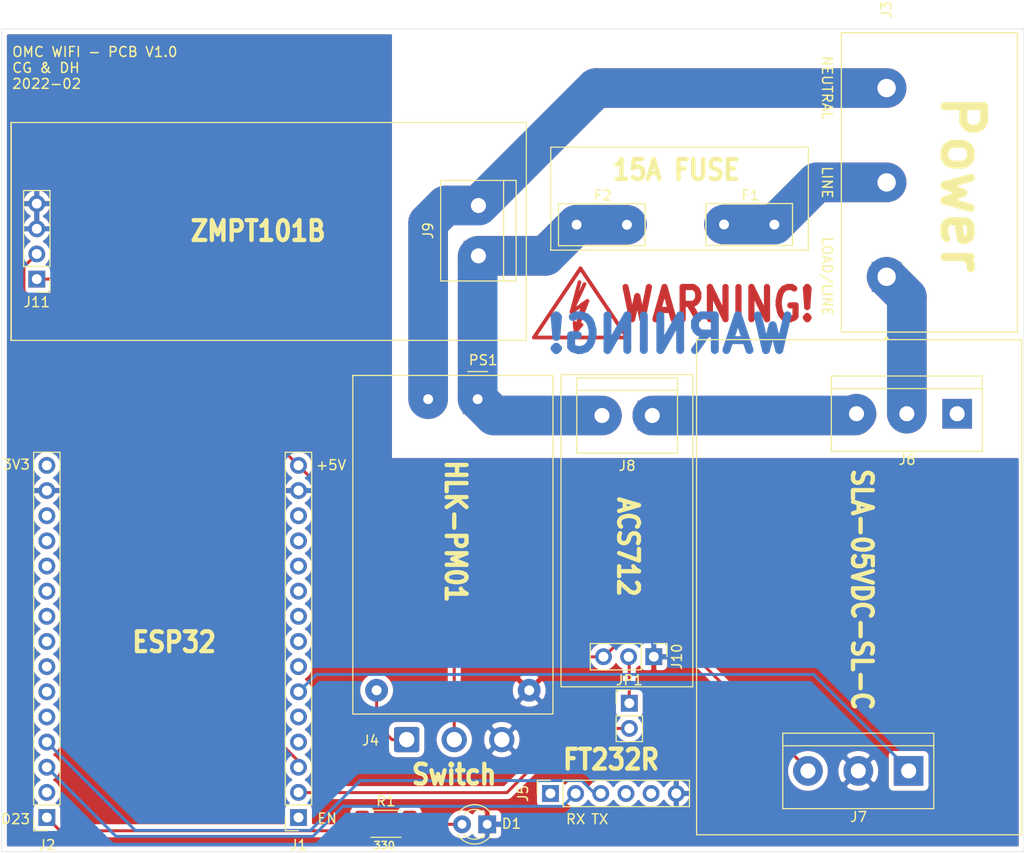
<source format=kicad_pcb>
(kicad_pcb (version 20171130) (host pcbnew 5.1.12-84ad8e8a86~92~ubuntu18.04.1)

  (general
    (thickness 1.6)
    (drawings 77)
    (tracks 89)
    (zones 0)
    (modules 18)
    (nets 42)
  )

  (page A4)
  (layers
    (0 F.Cu signal)
    (31 B.Cu signal)
    (32 B.Adhes user hide)
    (33 F.Adhes user)
    (34 B.Paste user)
    (35 F.Paste user)
    (36 B.SilkS user)
    (37 F.SilkS user)
    (38 B.Mask user hide)
    (39 F.Mask user)
    (40 Dwgs.User user hide)
    (41 Cmts.User user)
    (42 Eco1.User user)
    (43 Eco2.User user)
    (44 Edge.Cuts user)
    (45 Margin user)
    (46 B.CrtYd user)
    (47 F.CrtYd user)
    (48 B.Fab user)
    (49 F.Fab user hide)
  )

  (setup
    (last_trace_width 0.3)
    (trace_clearance 0.3)
    (zone_clearance 0.508)
    (zone_45_only no)
    (trace_min 0.2)
    (via_size 1.2)
    (via_drill 0.6)
    (via_min_size 0.4)
    (via_min_drill 0.3)
    (uvia_size 1.2)
    (uvia_drill 0.6)
    (uvias_allowed no)
    (uvia_min_size 0.2)
    (uvia_min_drill 0.1)
    (edge_width 0.05)
    (segment_width 0.2)
    (pcb_text_width 0.3)
    (pcb_text_size 1.5 1.5)
    (mod_edge_width 0.12)
    (mod_text_size 1 1)
    (mod_text_width 0.15)
    (pad_size 3 3)
    (pad_drill 1)
    (pad_to_mask_clearance 0.05)
    (aux_axis_origin 0 0)
    (visible_elements 7FFFFFFF)
    (pcbplotparams
      (layerselection 0x010fc_ffffffff)
      (usegerberextensions true)
      (usegerberattributes false)
      (usegerberadvancedattributes false)
      (creategerberjobfile false)
      (excludeedgelayer true)
      (linewidth 0.100000)
      (plotframeref false)
      (viasonmask false)
      (mode 1)
      (useauxorigin false)
      (hpglpennumber 1)
      (hpglpenspeed 20)
      (hpglpendiameter 15.000000)
      (psnegative false)
      (psa4output false)
      (plotreference true)
      (plotvalue false)
      (plotinvisibletext false)
      (padsonsilk false)
      (subtractmaskfromsilk true)
      (outputformat 1)
      (mirror false)
      (drillshape 0)
      (scaleselection 1)
      (outputdirectory "OMC_WIFI_GERBERS/"))
  )

  (net 0 "")
  (net 1 GND)
  (net 2 "Net-(D1-Pad2)")
  (net 3 +5V)
  (net 4 D13)
  (net 5 D12)
  (net 6 D14)
  (net 7 D26)
  (net 8 D25)
  (net 9 D33)
  (net 10 D32_RELAY)
  (net 11 D35)
  (net 12 D34)
  (net 13 EN)
  (net 14 D22)
  (net 15 TX0)
  (net 16 RX0)
  (net 17 D21)
  (net 18 D19)
  (net 19 D18)
  (net 20 D5)
  (net 21 TX2)
  (net 22 RX2)
  (net 23 D4)
  (net 24 D2)
  (net 25 D15)
  (net 26 3V3)
  (net 27 LINE)
  (net 28 DTR)
  (net 29 VCC)
  (net 30 CTS)
  (net 31 NC)
  (net 32 COM)
  (net 33 NO)
  (net 34 "Net-(J4-Pad1)")
  (net 35 VN_ZMPT)
  (net 36 VP_ACS)
  (net 37 D27)
  (net 38 D23_LED)
  (net 39 NEUTRAL)
  (net 40 "Net-(F1-Pad1)")
  (net 41 "Net-(J10-Pad2)")

  (net_class Default "This is the default net class."
    (clearance 0.3)
    (trace_width 0.3)
    (via_dia 1.2)
    (via_drill 0.6)
    (uvia_dia 1.2)
    (uvia_drill 0.6)
    (diff_pair_width 0.3)
    (diff_pair_gap 0.3)
    (add_net +5V)
    (add_net 3V3)
    (add_net CTS)
    (add_net D12)
    (add_net D13)
    (add_net D14)
    (add_net D15)
    (add_net D18)
    (add_net D19)
    (add_net D2)
    (add_net D21)
    (add_net D22)
    (add_net D23_LED)
    (add_net D25)
    (add_net D26)
    (add_net D27)
    (add_net D32_RELAY)
    (add_net D33)
    (add_net D34)
    (add_net D35)
    (add_net D4)
    (add_net D5)
    (add_net DTR)
    (add_net EN)
    (add_net GND)
    (add_net "Net-(D1-Pad2)")
    (add_net "Net-(J10-Pad2)")
    (add_net "Net-(J4-Pad1)")
    (add_net RX0)
    (add_net RX2)
    (add_net TX0)
    (add_net TX2)
    (add_net VCC)
    (add_net VN_ZMPT)
    (add_net VP_ACS)
  )

  (net_class "220V HC" ""
    (clearance 1)
    (trace_width 4)
    (via_dia 1.2)
    (via_drill 0.6)
    (uvia_dia 1.2)
    (uvia_drill 0.6)
    (diff_pair_width 0.3)
    (diff_pair_gap 0.3)
    (add_net COM)
    (add_net LINE)
    (add_net NC)
    (add_net NEUTRAL)
    (add_net NO)
    (add_net "Net-(F1-Pad1)")
  )

  (net_class "220V LC" ""
    (clearance 1)
    (trace_width 2)
    (via_dia 1.2)
    (via_drill 0.6)
    (uvia_dia 1.2)
    (uvia_drill 0.6)
    (diff_pair_width 0.3)
    (diff_pair_gap 0.3)
  )

  (module Connector_PinSocket_2.54mm:PinSocket_1x06_P2.54mm_Vertical (layer F.Cu) (tedit 5A19A430) (tstamp 620BA394)
    (at 631.97 -904.73 90)
    (descr "Through hole straight socket strip, 1x06, 2.54mm pitch, single row (from Kicad 4.0.7), script generated")
    (tags "Through hole socket strip THT 1x06 2.54mm single row")
    (path /6239A494)
    (fp_text reference J5 (at 0 -2.77 90) (layer F.SilkS)
      (effects (font (size 1 1) (thickness 0.15)))
    )
    (fp_text value Pins_FT232R (at 0 15.47 90) (layer F.Fab)
      (effects (font (size 1 1) (thickness 0.15)))
    )
    (fp_line (start -1.27 -1.27) (end 0.635 -1.27) (layer F.Fab) (width 0.1))
    (fp_line (start 0.635 -1.27) (end 1.27 -0.635) (layer F.Fab) (width 0.1))
    (fp_line (start 1.27 -0.635) (end 1.27 13.97) (layer F.Fab) (width 0.1))
    (fp_line (start 1.27 13.97) (end -1.27 13.97) (layer F.Fab) (width 0.1))
    (fp_line (start -1.27 13.97) (end -1.27 -1.27) (layer F.Fab) (width 0.1))
    (fp_line (start -1.33 1.27) (end 1.33 1.27) (layer F.SilkS) (width 0.12))
    (fp_line (start -1.33 1.27) (end -1.33 14.03) (layer F.SilkS) (width 0.12))
    (fp_line (start -1.33 14.03) (end 1.33 14.03) (layer F.SilkS) (width 0.12))
    (fp_line (start 1.33 1.27) (end 1.33 14.03) (layer F.SilkS) (width 0.12))
    (fp_line (start 1.33 -1.33) (end 1.33 0) (layer F.SilkS) (width 0.12))
    (fp_line (start 0 -1.33) (end 1.33 -1.33) (layer F.SilkS) (width 0.12))
    (fp_line (start -1.8 -1.8) (end 1.75 -1.8) (layer F.CrtYd) (width 0.05))
    (fp_line (start 1.75 -1.8) (end 1.75 14.45) (layer F.CrtYd) (width 0.05))
    (fp_line (start 1.75 14.45) (end -1.8 14.45) (layer F.CrtYd) (width 0.05))
    (fp_line (start -1.8 14.45) (end -1.8 -1.8) (layer F.CrtYd) (width 0.05))
    (fp_text user %R (at 0 6.35) (layer F.Fab)
      (effects (font (size 1 1) (thickness 0.15)))
    )
    (pad 1 thru_hole rect (at 0 0 90) (size 1.7 1.7) (drill 1) (layers *.Cu *.Mask)
      (net 28 DTR))
    (pad 2 thru_hole oval (at 0 2.54 90) (size 1.7 1.7) (drill 1) (layers *.Cu *.Mask)
      (net 15 TX0))
    (pad 3 thru_hole oval (at 0 5.08 90) (size 1.7 1.7) (drill 1) (layers *.Cu *.Mask)
      (net 16 RX0))
    (pad 4 thru_hole oval (at 0 7.62 90) (size 1.7 1.7) (drill 1) (layers *.Cu *.Mask)
      (net 29 VCC))
    (pad 5 thru_hole oval (at 0 10.16 90) (size 1.7 1.7) (drill 1) (layers *.Cu *.Mask)
      (net 30 CTS))
    (pad 6 thru_hole oval (at 0 12.7 90) (size 1.7 1.7) (drill 1) (layers *.Cu *.Mask)
      (net 1 GND))
    (model ${KISYS3DMOD}/Connector_PinSocket_2.54mm.3dshapes/PinSocket_1x06_P2.54mm_Vertical.wrl
      (at (xyz 0 0 0))
      (scale (xyz 1 1 1))
      (rotate (xyz 0 0 0))
    )
  )

  (module Symbol:Symbol_HighVoltage_Type2_CopperTop_VerySmall (layer F.Cu) (tedit 0) (tstamp 6213ABCF)
    (at 635 -953.57)
    (descr "Symbol, High Voltage, Type 2, Copper Top, Very Small,")
    (tags "Symbol, High Voltage, Type 2, Copper Top, Very Small,")
    (attr virtual)
    (fp_text reference REF** (at 0.73 -8.17) (layer F.SilkS) hide
      (effects (font (size 1 1) (thickness 0.15)))
    )
    (fp_text value Symbol_HighVoltage_Type2_CopperTop_VerySmall (at -0.381 4.572) (layer F.Fab)
      (effects (font (size 1 1) (thickness 0.15)))
    )
    (fp_line (start -0.49784 2.19964) (end 0.70104 -0.89916) (layer F.Cu) (width 0.381))
    (fp_line (start 0.70104 -0.89916) (end 0.1016 -0.50038) (layer F.Cu) (width 0.381))
    (fp_line (start -0.89916 0.20066) (end 0.40132 -2.60096) (layer F.Cu) (width 0.381))
    (fp_line (start -0.49784 2.19964) (end 0.1016 1.50114) (layer F.Cu) (width 0.381))
    (fp_line (start -0.09906 -2.79908) (end -0.89916 0.20066) (layer F.Cu) (width 0.381))
    (fp_line (start -0.89916 0.20066) (end 0.29972 -0.59944) (layer F.Cu) (width 0.381))
    (fp_line (start 0.29972 -0.59944) (end -0.49784 2.19964) (layer F.Cu) (width 0.381))
    (fp_line (start -0.49784 2.19964) (end -0.59944 1.30048) (layer F.Cu) (width 0.381))
    (fp_line (start 0 -4.191) (end 4.699 2.794) (layer F.Cu) (width 0.381))
    (fp_line (start 4.699 2.794) (end -4.699 2.794) (layer F.Cu) (width 0.381))
    (fp_line (start -4.699 2.794) (end 0 -4.191) (layer F.Cu) (width 0.381))
  )

  (module Connector_PinHeader_2.54mm:PinHeader_1x02_P2.54mm_Vertical (layer F.Cu) (tedit 59FED5CC) (tstamp 6211312F)
    (at 639.93 -913.84)
    (descr "Through hole straight pin header, 1x02, 2.54mm pitch, single row")
    (tags "Through hole pin header THT 1x02 2.54mm single row")
    (path /621BDC2F)
    (fp_text reference JP1 (at 0 -2.33) (layer F.SilkS)
      (effects (font (size 1 1) (thickness 0.15)))
    )
    (fp_text value Jumper (at 0 4.87) (layer F.Fab)
      (effects (font (size 1 1) (thickness 0.15)))
    )
    (fp_line (start -0.635 -1.27) (end 1.27 -1.27) (layer F.Fab) (width 0.1))
    (fp_line (start 1.27 -1.27) (end 1.27 3.81) (layer F.Fab) (width 0.1))
    (fp_line (start 1.27 3.81) (end -1.27 3.81) (layer F.Fab) (width 0.1))
    (fp_line (start -1.27 3.81) (end -1.27 -0.635) (layer F.Fab) (width 0.1))
    (fp_line (start -1.27 -0.635) (end -0.635 -1.27) (layer F.Fab) (width 0.1))
    (fp_line (start -1.33 3.87) (end 1.33 3.87) (layer F.SilkS) (width 0.12))
    (fp_line (start -1.33 1.27) (end -1.33 3.87) (layer F.SilkS) (width 0.12))
    (fp_line (start 1.33 1.27) (end 1.33 3.87) (layer F.SilkS) (width 0.12))
    (fp_line (start -1.33 1.27) (end 1.33 1.27) (layer F.SilkS) (width 0.12))
    (fp_line (start -1.33 0) (end -1.33 -1.33) (layer F.SilkS) (width 0.12))
    (fp_line (start -1.33 -1.33) (end 0 -1.33) (layer F.SilkS) (width 0.12))
    (fp_line (start -1.8 -1.8) (end -1.8 4.35) (layer F.CrtYd) (width 0.05))
    (fp_line (start -1.8 4.35) (end 1.8 4.35) (layer F.CrtYd) (width 0.05))
    (fp_line (start 1.8 4.35) (end 1.8 -1.8) (layer F.CrtYd) (width 0.05))
    (fp_line (start 1.8 -1.8) (end -1.8 -1.8) (layer F.CrtYd) (width 0.05))
    (fp_text user %R (at 0 1.27 90) (layer F.Fab)
      (effects (font (size 1 1) (thickness 0.15)))
    )
    (pad 2 thru_hole oval (at 0 2.54) (size 1.7 1.7) (drill 1) (layers *.Cu *.Mask)
      (net 36 VP_ACS))
    (pad 1 thru_hole rect (at 0 0) (size 1.7 1.7) (drill 1) (layers *.Cu *.Mask)
      (net 41 "Net-(J10-Pad2)"))
    (model ${KISYS3DMOD}/Connector_PinHeader_2.54mm.3dshapes/PinHeader_1x02_P2.54mm_Vertical.wrl
      (at (xyz 0 0 0))
      (scale (xyz 1 1 1))
      (rotate (xyz 0 0 0))
    )
  )

  (module Fuse:Fuse_Littelfuse_395Series (layer F.Cu) (tedit 5A1C8B31) (tstamp 6210D1BE)
    (at 634.61 -962.17)
    (descr "Fuse, TE5, Littelfuse/Wickmann, No. 460, No560,")
    (tags "Fuse TE5 Littelfuse/Wickmann No. 460 No560 ")
    (path /6214DC3E)
    (fp_text reference F2 (at 2.65 -2.95) (layer F.SilkS)
      (effects (font (size 1 1) (thickness 0.15)))
    )
    (fp_text value Fuse (at 2.35 3.1) (layer F.Fab)
      (effects (font (size 1 1) (thickness 0.15)))
    )
    (fp_line (start 6.91 2.12) (end -1.83 2.12) (layer F.SilkS) (width 0.12))
    (fp_line (start 6.91 2.12) (end 6.91 -2.12) (layer F.SilkS) (width 0.12))
    (fp_line (start -1.83 -2.12) (end -1.83 2.12) (layer F.SilkS) (width 0.12))
    (fp_line (start -1.83 -2.12) (end 6.91 -2.12) (layer F.SilkS) (width 0.12))
    (fp_line (start 7.04 2.25) (end -1.96 2.25) (layer F.CrtYd) (width 0.05))
    (fp_line (start 7.04 2.25) (end 7.04 -2.25) (layer F.CrtYd) (width 0.05))
    (fp_line (start -1.96 -2.25) (end -1.96 2.25) (layer F.CrtYd) (width 0.05))
    (fp_line (start -1.96 -2.25) (end 7.04 -2.25) (layer F.CrtYd) (width 0.05))
    (fp_line (start -1.71 -2) (end -1.71 2) (layer F.Fab) (width 0.1))
    (fp_line (start 6.79 -2) (end -1.71 -2) (layer F.Fab) (width 0.1))
    (fp_line (start 6.79 2) (end 6.79 -2) (layer F.Fab) (width 0.1))
    (fp_line (start -1.71 2) (end 6.79 2) (layer F.Fab) (width 0.1))
    (fp_text user %R (at 2.75 -1.25) (layer F.Fab)
      (effects (font (size 1 1) (thickness 0.15)))
    )
    (pad 2 thru_hole circle (at 5.08 0.01) (size 2 2) (drill 1) (layers *.Cu *.Mask)
      (net 27 LINE))
    (pad 1 thru_hole circle (at 0 0) (size 2 2) (drill 1) (layers *.Cu *.Mask)
      (net 27 LINE))
    (model ${KISYS3DMOD}/Fuse.3dshapes/Fuse_Littelfuse_395Series.wrl
      (at (xyz 0 0 0))
      (scale (xyz 1 1 1))
      (rotate (xyz 0 0 0))
    )
  )

  (module Fuse:Fuse_Littelfuse_395Series (layer F.Cu) (tedit 5A1C8B31) (tstamp 62103D9A)
    (at 649.49 -962.19)
    (descr "Fuse, TE5, Littelfuse/Wickmann, No. 460, No560,")
    (tags "Fuse TE5 Littelfuse/Wickmann No. 460 No560 ")
    (path /6211FE5D)
    (fp_text reference F1 (at 2.65 -2.95) (layer F.SilkS)
      (effects (font (size 1 1) (thickness 0.15)))
    )
    (fp_text value Fuse (at 2.35 3.1) (layer F.Fab)
      (effects (font (size 1 1) (thickness 0.15)))
    )
    (fp_line (start 6.91 2.12) (end -1.83 2.12) (layer F.SilkS) (width 0.12))
    (fp_line (start 6.91 2.12) (end 6.91 -2.12) (layer F.SilkS) (width 0.12))
    (fp_line (start -1.83 -2.12) (end -1.83 2.12) (layer F.SilkS) (width 0.12))
    (fp_line (start -1.83 -2.12) (end 6.91 -2.12) (layer F.SilkS) (width 0.12))
    (fp_line (start 7.04 2.25) (end -1.96 2.25) (layer F.CrtYd) (width 0.05))
    (fp_line (start 7.04 2.25) (end 7.04 -2.25) (layer F.CrtYd) (width 0.05))
    (fp_line (start -1.96 -2.25) (end -1.96 2.25) (layer F.CrtYd) (width 0.05))
    (fp_line (start -1.96 -2.25) (end 7.04 -2.25) (layer F.CrtYd) (width 0.05))
    (fp_line (start -1.71 -2) (end -1.71 2) (layer F.Fab) (width 0.1))
    (fp_line (start 6.79 -2) (end -1.71 -2) (layer F.Fab) (width 0.1))
    (fp_line (start 6.79 2) (end 6.79 -2) (layer F.Fab) (width 0.1))
    (fp_line (start -1.71 2) (end 6.79 2) (layer F.Fab) (width 0.1))
    (fp_text user %R (at 2.75 -1.25) (layer F.Fab)
      (effects (font (size 1 1) (thickness 0.15)))
    )
    (pad 2 thru_hole circle (at 5.08 0.01) (size 2 2) (drill 1) (layers *.Cu *.Mask)
      (net 40 "Net-(F1-Pad1)"))
    (pad 1 thru_hole circle (at 0 0) (size 2 2) (drill 1) (layers *.Cu *.Mask)
      (net 40 "Net-(F1-Pad1)"))
    (model ${KISYS3DMOD}/Fuse.3dshapes/Fuse_Littelfuse_395Series.wrl
      (at (xyz 0 0 0))
      (scale (xyz 1 1 1))
      (rotate (xyz 0 0 0))
    )
  )

  (module TerminalBlock:TerminalBlock_bornier-2_P5.08mm (layer F.Cu) (tedit 59FF03AB) (tstamp 620BA3EE)
    (at 624.7 -959.025 90)
    (descr "simple 2-pin terminal block, pitch 5.08mm, revamped version of bornier2")
    (tags "terminal block bornier2")
    (path /62231822)
    (fp_text reference J9 (at 2.54 -5.08 90) (layer F.SilkS)
      (effects (font (size 1 1) (thickness 0.15)))
    )
    (fp_text value Line_ZMPT101B (at 2.54 5.08 90) (layer F.Fab)
      (effects (font (size 1 1) (thickness 0.15)))
    )
    (fp_line (start 7.79 4) (end -2.71 4) (layer F.CrtYd) (width 0.05))
    (fp_line (start 7.79 4) (end 7.79 -4) (layer F.CrtYd) (width 0.05))
    (fp_line (start -2.71 -4) (end -2.71 4) (layer F.CrtYd) (width 0.05))
    (fp_line (start -2.71 -4) (end 7.79 -4) (layer F.CrtYd) (width 0.05))
    (fp_line (start -2.54 3.81) (end 7.62 3.81) (layer F.SilkS) (width 0.12))
    (fp_line (start -2.54 -3.81) (end -2.54 3.81) (layer F.SilkS) (width 0.12))
    (fp_line (start 7.62 -3.81) (end -2.54 -3.81) (layer F.SilkS) (width 0.12))
    (fp_line (start 7.62 3.81) (end 7.62 -3.81) (layer F.SilkS) (width 0.12))
    (fp_line (start 7.62 2.54) (end -2.54 2.54) (layer F.SilkS) (width 0.12))
    (fp_line (start 7.54 -3.75) (end -2.46 -3.75) (layer F.Fab) (width 0.1))
    (fp_line (start 7.54 3.75) (end 7.54 -3.75) (layer F.Fab) (width 0.1))
    (fp_line (start -2.46 3.75) (end 7.54 3.75) (layer F.Fab) (width 0.1))
    (fp_line (start -2.46 -3.75) (end -2.46 3.75) (layer F.Fab) (width 0.1))
    (fp_line (start -2.41 2.55) (end 7.49 2.55) (layer F.Fab) (width 0.1))
    (fp_text user %R (at 2.54 0 90) (layer F.Fab)
      (effects (font (size 1 1) (thickness 0.15)))
    )
    (pad 1 thru_hole rect (at 0 0 90) (size 3 3) (drill 1.52) (layers *.Cu *.Mask)
      (net 27 LINE))
    (pad 2 thru_hole circle (at 5.08 0 90) (size 3 3) (drill 1.52) (layers *.Cu *.Mask)
      (net 39 NEUTRAL))
    (model ${KISYS3DMOD}/TerminalBlock.3dshapes/TerminalBlock_bornier-2_P5.08mm.wrl
      (offset (xyz 2.539999961853027 0 0))
      (scale (xyz 1 1 1))
      (rotate (xyz 0 0 0))
    )
  )

  (module TerminalBlock:TerminalBlock_bornier-3_P5.08mm (layer F.Cu) (tedit 59FF03B9) (tstamp 620BA3C2)
    (at 668.12 -907.01 180)
    (descr "simple 3-pin terminal block, pitch 5.08mm, revamped version of bornier3")
    (tags "terminal block bornier3")
    (path /623E700B)
    (fp_text reference J7 (at 5.05 -4.65) (layer F.SilkS)
      (effects (font (size 1 1) (thickness 0.15)))
    )
    (fp_text value Control_Relay (at 5.08 5.08) (layer F.Fab)
      (effects (font (size 1 1) (thickness 0.15)))
    )
    (fp_line (start -2.47 2.55) (end 12.63 2.55) (layer F.Fab) (width 0.1))
    (fp_line (start -2.47 -3.75) (end 12.63 -3.75) (layer F.Fab) (width 0.1))
    (fp_line (start 12.63 -3.75) (end 12.63 3.75) (layer F.Fab) (width 0.1))
    (fp_line (start 12.63 3.75) (end -2.47 3.75) (layer F.Fab) (width 0.1))
    (fp_line (start -2.47 3.75) (end -2.47 -3.75) (layer F.Fab) (width 0.1))
    (fp_line (start -2.54 3.81) (end -2.54 -3.81) (layer F.SilkS) (width 0.12))
    (fp_line (start 12.7 3.81) (end 12.7 -3.81) (layer F.SilkS) (width 0.12))
    (fp_line (start -2.54 2.54) (end 12.7 2.54) (layer F.SilkS) (width 0.12))
    (fp_line (start -2.54 -3.81) (end 12.7 -3.81) (layer F.SilkS) (width 0.12))
    (fp_line (start -2.54 3.81) (end 12.7 3.81) (layer F.SilkS) (width 0.12))
    (fp_line (start -2.72 -4) (end 12.88 -4) (layer F.CrtYd) (width 0.05))
    (fp_line (start -2.72 -4) (end -2.72 4) (layer F.CrtYd) (width 0.05))
    (fp_line (start 12.88 4) (end 12.88 -4) (layer F.CrtYd) (width 0.05))
    (fp_line (start 12.88 4) (end -2.72 4) (layer F.CrtYd) (width 0.05))
    (fp_text user %R (at 5.08 0) (layer F.Fab)
      (effects (font (size 1 1) (thickness 0.15)))
    )
    (pad 3 thru_hole circle (at 10.16 0 180) (size 3 3) (drill 1.52) (layers *.Cu *.Mask)
      (net 3 +5V))
    (pad 2 thru_hole circle (at 5.08 0 180) (size 3 3) (drill 1.52) (layers *.Cu *.Mask)
      (net 1 GND))
    (pad 1 thru_hole rect (at 0 0 180) (size 3 3) (drill 1.52) (layers *.Cu *.Mask)
      (net 10 D32_RELAY))
    (model ${KISYS3DMOD}/TerminalBlock.3dshapes/TerminalBlock_bornier-3_P5.08mm.wrl
      (offset (xyz 5.079999923706055 0 0))
      (scale (xyz 1 1 1))
      (rotate (xyz 0 0 0))
    )
  )

  (module TerminalBlock:TerminalBlock_bornier-2_P5.08mm (layer F.Cu) (tedit 59FF03AB) (tstamp 620D8EE7)
    (at 642.25 -942.9 180)
    (descr "simple 2-pin terminal block, pitch 5.08mm, revamped version of bornier2")
    (tags "terminal block bornier2")
    (path /621188AB)
    (fp_text reference J8 (at 2.54 -5.08) (layer F.SilkS)
      (effects (font (size 1 1) (thickness 0.15)))
    )
    (fp_text value Line_ACS712 (at 2.54 5.08) (layer F.Fab)
      (effects (font (size 1 1) (thickness 0.15)))
    )
    (fp_line (start 7.79 4) (end -2.71 4) (layer F.CrtYd) (width 0.05))
    (fp_line (start 7.79 4) (end 7.79 -4) (layer F.CrtYd) (width 0.05))
    (fp_line (start -2.71 -4) (end -2.71 4) (layer F.CrtYd) (width 0.05))
    (fp_line (start -2.71 -4) (end 7.79 -4) (layer F.CrtYd) (width 0.05))
    (fp_line (start -2.54 3.81) (end 7.62 3.81) (layer F.SilkS) (width 0.12))
    (fp_line (start -2.54 -3.81) (end -2.54 3.81) (layer F.SilkS) (width 0.12))
    (fp_line (start 7.62 -3.81) (end -2.54 -3.81) (layer F.SilkS) (width 0.12))
    (fp_line (start 7.62 3.81) (end 7.62 -3.81) (layer F.SilkS) (width 0.12))
    (fp_line (start 7.62 2.54) (end -2.54 2.54) (layer F.SilkS) (width 0.12))
    (fp_line (start 7.54 -3.75) (end -2.46 -3.75) (layer F.Fab) (width 0.1))
    (fp_line (start 7.54 3.75) (end 7.54 -3.75) (layer F.Fab) (width 0.1))
    (fp_line (start -2.46 3.75) (end 7.54 3.75) (layer F.Fab) (width 0.1))
    (fp_line (start -2.46 -3.75) (end -2.46 3.75) (layer F.Fab) (width 0.1))
    (fp_line (start -2.41 2.55) (end 7.49 2.55) (layer F.Fab) (width 0.1))
    (fp_text user %R (at 2.54 0) (layer F.Fab)
      (effects (font (size 1 1) (thickness 0.15)))
    )
    (pad 1 thru_hole rect (at 0 0 180) (size 3 3) (drill 1.52) (layers *.Cu *.Mask)
      (net 33 NO))
    (pad 2 thru_hole circle (at 5.08 0 180) (size 3 3) (drill 1.52) (layers *.Cu *.Mask)
      (net 27 LINE))
    (model ${KISYS3DMOD}/TerminalBlock.3dshapes/TerminalBlock_bornier-2_P5.08mm.wrl
      (offset (xyz 2.539999961853027 0 0))
      (scale (xyz 1 1 1))
      (rotate (xyz 0 0 0))
    )
  )

  (module TerminalBlock:TerminalBlock_bornier-3_P5.08mm (layer F.Cu) (tedit 59FF03B9) (tstamp 620D8ED1)
    (at 673.02 -943.08 180)
    (descr "simple 3-pin terminal block, pitch 5.08mm, revamped version of bornier3")
    (tags "terminal block bornier3")
    (path /623E5D69)
    (fp_text reference J6 (at 5.05 -4.65) (layer F.SilkS)
      (effects (font (size 1 1) (thickness 0.15)))
    )
    (fp_text value Line_Relay (at 5.08 5.08) (layer F.Fab)
      (effects (font (size 1 1) (thickness 0.15)))
    )
    (fp_line (start -2.47 2.55) (end 12.63 2.55) (layer F.Fab) (width 0.1))
    (fp_line (start -2.47 -3.75) (end 12.63 -3.75) (layer F.Fab) (width 0.1))
    (fp_line (start 12.63 -3.75) (end 12.63 3.75) (layer F.Fab) (width 0.1))
    (fp_line (start 12.63 3.75) (end -2.47 3.75) (layer F.Fab) (width 0.1))
    (fp_line (start -2.47 3.75) (end -2.47 -3.75) (layer F.Fab) (width 0.1))
    (fp_line (start -2.54 3.81) (end -2.54 -3.81) (layer F.SilkS) (width 0.12))
    (fp_line (start 12.7 3.81) (end 12.7 -3.81) (layer F.SilkS) (width 0.12))
    (fp_line (start -2.54 2.54) (end 12.7 2.54) (layer F.SilkS) (width 0.12))
    (fp_line (start -2.54 -3.81) (end 12.7 -3.81) (layer F.SilkS) (width 0.12))
    (fp_line (start -2.54 3.81) (end 12.7 3.81) (layer F.SilkS) (width 0.12))
    (fp_line (start -2.72 -4) (end 12.88 -4) (layer F.CrtYd) (width 0.05))
    (fp_line (start -2.72 -4) (end -2.72 4) (layer F.CrtYd) (width 0.05))
    (fp_line (start 12.88 4) (end 12.88 -4) (layer F.CrtYd) (width 0.05))
    (fp_line (start 12.88 4) (end -2.72 4) (layer F.CrtYd) (width 0.05))
    (fp_text user %R (at 5.08 0) (layer F.Fab)
      (effects (font (size 1 1) (thickness 0.15)))
    )
    (pad 3 thru_hole circle (at 10.16 0 180) (size 3 3) (drill 1.52) (layers *.Cu *.Mask)
      (net 33 NO))
    (pad 2 thru_hole circle (at 5.08 0 180) (size 3 3) (drill 1.52) (layers *.Cu *.Mask)
      (net 32 COM))
    (pad 1 thru_hole rect (at 0 0 180) (size 3 3) (drill 1.52) (layers *.Cu *.Mask)
      (net 31 NC))
    (model ${KISYS3DMOD}/TerminalBlock.3dshapes/TerminalBlock_bornier-3_P5.08mm.wrl
      (offset (xyz 5.079999923706055 0 0))
      (scale (xyz 1 1 1))
      (rotate (xyz 0 0 0))
    )
  )

  (module LED_THT:LED_D3.0mm (layer F.Cu) (tedit 587A3A7B) (tstamp 620BA30B)
    (at 625.585 -901.615 180)
    (descr "LED, diameter 3.0mm, 2 pins")
    (tags "LED diameter 3.0mm 2 pins")
    (path /621083D3)
    (fp_text reference D1 (at -2.445 0.065 180) (layer F.SilkS)
      (effects (font (size 1 1) (thickness 0.15)))
    )
    (fp_text value LED (at 1.27 2.96) (layer F.Fab)
      (effects (font (size 1 1) (thickness 0.15)))
    )
    (fp_circle (center 1.27 0) (end 2.77 0) (layer F.Fab) (width 0.1))
    (fp_line (start -0.23 -1.16619) (end -0.23 1.16619) (layer F.Fab) (width 0.1))
    (fp_line (start -0.29 -1.236) (end -0.29 -1.08) (layer F.SilkS) (width 0.12))
    (fp_line (start -0.29 1.08) (end -0.29 1.236) (layer F.SilkS) (width 0.12))
    (fp_line (start -1.15 -2.25) (end -1.15 2.25) (layer F.CrtYd) (width 0.05))
    (fp_line (start -1.15 2.25) (end 3.7 2.25) (layer F.CrtYd) (width 0.05))
    (fp_line (start 3.7 2.25) (end 3.7 -2.25) (layer F.CrtYd) (width 0.05))
    (fp_line (start 3.7 -2.25) (end -1.15 -2.25) (layer F.CrtYd) (width 0.05))
    (fp_arc (start 1.27 0) (end -0.23 -1.16619) (angle 284.3) (layer F.Fab) (width 0.1))
    (fp_arc (start 1.27 0) (end -0.29 -1.235516) (angle 108.8) (layer F.SilkS) (width 0.12))
    (fp_arc (start 1.27 0) (end -0.29 1.235516) (angle -108.8) (layer F.SilkS) (width 0.12))
    (fp_arc (start 1.27 0) (end 0.229039 -1.08) (angle 87.9) (layer F.SilkS) (width 0.12))
    (fp_arc (start 1.27 0) (end 0.229039 1.08) (angle -87.9) (layer F.SilkS) (width 0.12))
    (pad 1 thru_hole rect (at 0 0 180) (size 1.8 1.8) (drill 0.9) (layers *.Cu *.Mask)
      (net 1 GND))
    (pad 2 thru_hole circle (at 2.54 0 180) (size 1.8 1.8) (drill 0.9) (layers *.Cu *.Mask)
      (net 2 "Net-(D1-Pad2)"))
    (model ${KISYS3DMOD}/LED_THT.3dshapes/LED_D3.0mm.wrl
      (at (xyz 0 0 0))
      (scale (xyz 1 1 1))
      (rotate (xyz 0 0 0))
    )
  )

  (module Connector_PinSocket_2.54mm:PinSocket_1x15_P2.54mm_Vertical (layer F.Cu) (tedit 5A19A41D) (tstamp 621420DA)
    (at 606.54 -902.3 180)
    (descr "Through hole straight socket strip, 1x15, 2.54mm pitch, single row (from Kicad 4.0.7), script generated")
    (tags "Through hole socket strip THT 1x15 2.54mm single row")
    (path /620C54F2)
    (fp_text reference J1 (at 0 -2.77) (layer F.SilkS)
      (effects (font (size 1 1) (thickness 0.15)))
    )
    (fp_text value ESP32_Left (at 0 38.33) (layer F.Fab)
      (effects (font (size 1 1) (thickness 0.15)))
    )
    (fp_line (start -1.27 -1.27) (end 0.635 -1.27) (layer F.Fab) (width 0.1))
    (fp_line (start 0.635 -1.27) (end 1.27 -0.635) (layer F.Fab) (width 0.1))
    (fp_line (start 1.27 -0.635) (end 1.27 36.83) (layer F.Fab) (width 0.1))
    (fp_line (start 1.27 36.83) (end -1.27 36.83) (layer F.Fab) (width 0.1))
    (fp_line (start -1.27 36.83) (end -1.27 -1.27) (layer F.Fab) (width 0.1))
    (fp_line (start -1.33 1.27) (end 1.33 1.27) (layer F.SilkS) (width 0.12))
    (fp_line (start -1.33 1.27) (end -1.33 36.89) (layer F.SilkS) (width 0.12))
    (fp_line (start -1.33 36.89) (end 1.33 36.89) (layer F.SilkS) (width 0.12))
    (fp_line (start 1.33 1.27) (end 1.33 36.89) (layer F.SilkS) (width 0.12))
    (fp_line (start 1.33 -1.33) (end 1.33 0) (layer F.SilkS) (width 0.12))
    (fp_line (start 0 -1.33) (end 1.33 -1.33) (layer F.SilkS) (width 0.12))
    (fp_line (start -1.8 -1.8) (end 1.75 -1.8) (layer F.CrtYd) (width 0.05))
    (fp_line (start 1.75 -1.8) (end 1.75 37.3) (layer F.CrtYd) (width 0.05))
    (fp_line (start 1.75 37.3) (end -1.8 37.3) (layer F.CrtYd) (width 0.05))
    (fp_line (start -1.8 37.3) (end -1.8 -1.8) (layer F.CrtYd) (width 0.05))
    (fp_text user %R (at 0 17.78 90) (layer F.Fab)
      (effects (font (size 1 1) (thickness 0.15)))
    )
    (pad 1 thru_hole rect (at 0 0 180) (size 1.7 1.7) (drill 1) (layers *.Cu *.Mask)
      (net 13 EN))
    (pad 2 thru_hole oval (at 0 2.54 180) (size 1.7 1.7) (drill 1) (layers *.Cu *.Mask)
      (net 36 VP_ACS))
    (pad 3 thru_hole oval (at 0 5.08 180) (size 1.7 1.7) (drill 1) (layers *.Cu *.Mask)
      (net 35 VN_ZMPT))
    (pad 4 thru_hole oval (at 0 7.62 180) (size 1.7 1.7) (drill 1) (layers *.Cu *.Mask)
      (net 12 D34))
    (pad 5 thru_hole oval (at 0 10.16 180) (size 1.7 1.7) (drill 1) (layers *.Cu *.Mask)
      (net 11 D35))
    (pad 6 thru_hole oval (at 0 12.7 180) (size 1.7 1.7) (drill 1) (layers *.Cu *.Mask)
      (net 10 D32_RELAY))
    (pad 7 thru_hole oval (at 0 15.24 180) (size 1.7 1.7) (drill 1) (layers *.Cu *.Mask)
      (net 9 D33))
    (pad 8 thru_hole oval (at 0 17.78 180) (size 1.7 1.7) (drill 1) (layers *.Cu *.Mask)
      (net 8 D25))
    (pad 9 thru_hole oval (at 0 20.32 180) (size 1.7 1.7) (drill 1) (layers *.Cu *.Mask)
      (net 7 D26))
    (pad 10 thru_hole oval (at 0 22.86 180) (size 1.7 1.7) (drill 1) (layers *.Cu *.Mask)
      (net 37 D27))
    (pad 11 thru_hole oval (at 0 25.4 180) (size 1.7 1.7) (drill 1) (layers *.Cu *.Mask)
      (net 6 D14))
    (pad 12 thru_hole oval (at 0 27.94 180) (size 1.7 1.7) (drill 1) (layers *.Cu *.Mask)
      (net 5 D12))
    (pad 13 thru_hole oval (at 0 30.48 180) (size 1.7 1.7) (drill 1) (layers *.Cu *.Mask)
      (net 4 D13))
    (pad 14 thru_hole oval (at 0 33.02 180) (size 1.7 1.7) (drill 1) (layers *.Cu *.Mask)
      (net 1 GND))
    (pad 15 thru_hole oval (at 0 35.56 180) (size 1.7 1.7) (drill 1) (layers *.Cu *.Mask)
      (net 3 +5V))
    (model ${KISYS3DMOD}/Connector_PinSocket_2.54mm.3dshapes/PinSocket_1x15_P2.54mm_Vertical.wrl
      (at (xyz 0 0 0))
      (scale (xyz 1 1 1))
      (rotate (xyz 0 0 0))
    )
  )

  (module Connector_PinSocket_2.54mm:PinSocket_1x15_P2.54mm_Vertical (layer F.Cu) (tedit 5A19A41D) (tstamp 62141964)
    (at 581.14 -902.3 180)
    (descr "Through hole straight socket strip, 1x15, 2.54mm pitch, single row (from Kicad 4.0.7), script generated")
    (tags "Through hole socket strip THT 1x15 2.54mm single row")
    (path /620C864B)
    (fp_text reference J2 (at 0 -2.77) (layer F.SilkS)
      (effects (font (size 1 1) (thickness 0.15)))
    )
    (fp_text value ESP32_Right (at 0 38.33) (layer F.Fab)
      (effects (font (size 1 1) (thickness 0.15)))
    )
    (fp_line (start -1.27 -1.27) (end 0.635 -1.27) (layer F.Fab) (width 0.1))
    (fp_line (start 0.635 -1.27) (end 1.27 -0.635) (layer F.Fab) (width 0.1))
    (fp_line (start 1.27 -0.635) (end 1.27 36.83) (layer F.Fab) (width 0.1))
    (fp_line (start 1.27 36.83) (end -1.27 36.83) (layer F.Fab) (width 0.1))
    (fp_line (start -1.27 36.83) (end -1.27 -1.27) (layer F.Fab) (width 0.1))
    (fp_line (start -1.33 1.27) (end 1.33 1.27) (layer F.SilkS) (width 0.12))
    (fp_line (start -1.33 1.27) (end -1.33 36.89) (layer F.SilkS) (width 0.12))
    (fp_line (start -1.33 36.89) (end 1.33 36.89) (layer F.SilkS) (width 0.12))
    (fp_line (start 1.33 1.27) (end 1.33 36.89) (layer F.SilkS) (width 0.12))
    (fp_line (start 1.33 -1.33) (end 1.33 0) (layer F.SilkS) (width 0.12))
    (fp_line (start 0 -1.33) (end 1.33 -1.33) (layer F.SilkS) (width 0.12))
    (fp_line (start -1.8 -1.8) (end 1.75 -1.8) (layer F.CrtYd) (width 0.05))
    (fp_line (start 1.75 -1.8) (end 1.75 37.3) (layer F.CrtYd) (width 0.05))
    (fp_line (start 1.75 37.3) (end -1.8 37.3) (layer F.CrtYd) (width 0.05))
    (fp_line (start -1.8 37.3) (end -1.8 -1.8) (layer F.CrtYd) (width 0.05))
    (fp_text user %R (at 0 17.78 90) (layer F.Fab)
      (effects (font (size 1 1) (thickness 0.15)))
    )
    (pad 1 thru_hole rect (at 0 0 180) (size 1.7 1.7) (drill 1) (layers *.Cu *.Mask)
      (net 38 D23_LED))
    (pad 2 thru_hole oval (at 0 2.54 180) (size 1.7 1.7) (drill 1) (layers *.Cu *.Mask)
      (net 14 D22))
    (pad 3 thru_hole oval (at 0 5.08 180) (size 1.7 1.7) (drill 1) (layers *.Cu *.Mask)
      (net 15 TX0))
    (pad 4 thru_hole oval (at 0 7.62 180) (size 1.7 1.7) (drill 1) (layers *.Cu *.Mask)
      (net 16 RX0))
    (pad 5 thru_hole oval (at 0 10.16 180) (size 1.7 1.7) (drill 1) (layers *.Cu *.Mask)
      (net 17 D21))
    (pad 6 thru_hole oval (at 0 12.7 180) (size 1.7 1.7) (drill 1) (layers *.Cu *.Mask)
      (net 18 D19))
    (pad 7 thru_hole oval (at 0 15.24 180) (size 1.7 1.7) (drill 1) (layers *.Cu *.Mask)
      (net 19 D18))
    (pad 8 thru_hole oval (at 0 17.78 180) (size 1.7 1.7) (drill 1) (layers *.Cu *.Mask)
      (net 20 D5))
    (pad 9 thru_hole oval (at 0 20.32 180) (size 1.7 1.7) (drill 1) (layers *.Cu *.Mask)
      (net 21 TX2))
    (pad 10 thru_hole oval (at 0 22.86 180) (size 1.7 1.7) (drill 1) (layers *.Cu *.Mask)
      (net 22 RX2))
    (pad 11 thru_hole oval (at 0 25.4 180) (size 1.7 1.7) (drill 1) (layers *.Cu *.Mask)
      (net 23 D4))
    (pad 12 thru_hole oval (at 0 27.94 180) (size 1.7 1.7) (drill 1) (layers *.Cu *.Mask)
      (net 24 D2))
    (pad 13 thru_hole oval (at 0 30.48 180) (size 1.7 1.7) (drill 1) (layers *.Cu *.Mask)
      (net 25 D15))
    (pad 14 thru_hole oval (at 0 33.02 180) (size 1.7 1.7) (drill 1) (layers *.Cu *.Mask)
      (net 1 GND))
    (pad 15 thru_hole oval (at 0 35.56 180) (size 1.7 1.7) (drill 1) (layers *.Cu *.Mask)
      (net 26 3V3))
    (model ${KISYS3DMOD}/Connector_PinSocket_2.54mm.3dshapes/PinSocket_1x15_P2.54mm_Vertical.wrl
      (at (xyz 0 0 0))
      (scale (xyz 1 1 1))
      (rotate (xyz 0 0 0))
    )
  )

  (module 6PCV-03-006:TE_5-1437652-4 (layer F.Cu) (tedit 620F917C) (tstamp 620BA369)
    (at 665.9 -956.91 90)
    (path /6243119F)
    (fp_text reference J3 (at 26.97 -0.03 270) (layer F.SilkS)
      (effects (font (size 1 1) (thickness 0.15)))
    )
    (fp_text value Power_In (at 2.302 14.823 90) (layer F.Fab)
      (effects (font (size 1 1) (thickness 0.15)))
    )
    (fp_circle (center -6.238 0) (end -6.138 0) (layer F.Fab) (width 0.2))
    (fp_circle (center -6.238 0) (end -6.138 0) (layer F.SilkS) (width 0.2))
    (fp_line (start 24.898 13.458) (end -5.838 13.458) (layer F.CrtYd) (width 0.05))
    (fp_line (start 24.898 -4.822) (end 24.898 13.458) (layer F.CrtYd) (width 0.05))
    (fp_line (start -5.838 -4.822) (end 24.898 -4.822) (layer F.CrtYd) (width 0.05))
    (fp_line (start -5.838 13.458) (end -5.838 -4.822) (layer F.CrtYd) (width 0.05))
    (fp_line (start 24.648 13.208) (end -5.588 13.208) (layer F.SilkS) (width 0.127))
    (fp_line (start 24.648 -4.572) (end -5.588 -4.572) (layer F.SilkS) (width 0.127))
    (fp_line (start 24.648 -4.572) (end 24.648 13.208) (layer F.SilkS) (width 0.127))
    (fp_line (start -5.588 13.208) (end -5.588 -4.572) (layer F.SilkS) (width 0.127))
    (fp_line (start 24.648 13.208) (end 24.648 13.208) (layer F.Fab) (width 0.127))
    (fp_line (start -5.588 13.208) (end 24.648 13.208) (layer F.Fab) (width 0.127))
    (fp_line (start -5.588 13.208) (end -5.588 13.208) (layer F.Fab) (width 0.127))
    (fp_line (start 24.648 13.208) (end -5.588 13.208) (layer F.Fab) (width 0.127))
    (fp_line (start 24.648 -4.572) (end 24.648 13.208) (layer F.Fab) (width 0.127))
    (fp_line (start -5.588 -4.572) (end 24.648 -4.572) (layer F.Fab) (width 0.127))
    (fp_line (start -5.588 13.208) (end -5.588 -4.572) (layer F.Fab) (width 0.127))
    (pad 3 thru_hole circle (at 19.06 0 90) (size 3 3) (drill 1.854) (layers *.Cu *.Mask)
      (net 39 NEUTRAL))
    (pad 2 thru_hole circle (at 9.53 0 90) (size 3 3) (drill 1.854) (layers *.Cu *.Mask)
      (net 40 "Net-(F1-Pad1)"))
    (pad 1 thru_hole rect (at 0 0 90) (size 3 3) (drill 1.854) (layers *.Cu *.Mask)
      (net 32 COM))
  )

  (module Connector_PinHeader_2.54mm:PinHeader_1x03_P2.54mm_Vertical (layer F.Cu) (tedit 59FED5CC) (tstamp 620BA405)
    (at 642.4 -918.54 270)
    (descr "Through hole straight pin header, 1x03, 2.54mm pitch, single row")
    (tags "Through hole pin header THT 1x03 2.54mm single row")
    (path /620C97A5)
    (fp_text reference J10 (at 0 -2.33 90) (layer F.SilkS)
      (effects (font (size 1 1) (thickness 0.15)))
    )
    (fp_text value Control_ACS712 (at 0 7.41 90) (layer F.Fab)
      (effects (font (size 1 1) (thickness 0.15)))
    )
    (fp_line (start 1.8 -1.8) (end -1.8 -1.8) (layer F.CrtYd) (width 0.05))
    (fp_line (start 1.8 6.85) (end 1.8 -1.8) (layer F.CrtYd) (width 0.05))
    (fp_line (start -1.8 6.85) (end 1.8 6.85) (layer F.CrtYd) (width 0.05))
    (fp_line (start -1.8 -1.8) (end -1.8 6.85) (layer F.CrtYd) (width 0.05))
    (fp_line (start -1.33 -1.33) (end 0 -1.33) (layer F.SilkS) (width 0.12))
    (fp_line (start -1.33 0) (end -1.33 -1.33) (layer F.SilkS) (width 0.12))
    (fp_line (start -1.33 1.27) (end 1.33 1.27) (layer F.SilkS) (width 0.12))
    (fp_line (start 1.33 1.27) (end 1.33 6.41) (layer F.SilkS) (width 0.12))
    (fp_line (start -1.33 1.27) (end -1.33 6.41) (layer F.SilkS) (width 0.12))
    (fp_line (start -1.33 6.41) (end 1.33 6.41) (layer F.SilkS) (width 0.12))
    (fp_line (start -1.27 -0.635) (end -0.635 -1.27) (layer F.Fab) (width 0.1))
    (fp_line (start -1.27 6.35) (end -1.27 -0.635) (layer F.Fab) (width 0.1))
    (fp_line (start 1.27 6.35) (end -1.27 6.35) (layer F.Fab) (width 0.1))
    (fp_line (start 1.27 -1.27) (end 1.27 6.35) (layer F.Fab) (width 0.1))
    (fp_line (start -0.635 -1.27) (end 1.27 -1.27) (layer F.Fab) (width 0.1))
    (fp_text user %R (at 0 2.54) (layer F.Fab)
      (effects (font (size 1 1) (thickness 0.15)))
    )
    (pad 3 thru_hole oval (at 0 5.08 270) (size 1.7 1.7) (drill 1) (layers *.Cu *.Mask)
      (net 3 +5V))
    (pad 2 thru_hole oval (at 0 2.54 270) (size 1.7 1.7) (drill 1) (layers *.Cu *.Mask)
      (net 41 "Net-(J10-Pad2)"))
    (pad 1 thru_hole rect (at 0 0 270) (size 1.7 1.7) (drill 1) (layers *.Cu *.Mask)
      (net 1 GND))
    (model ${KISYS3DMOD}/Connector_PinHeader_2.54mm.3dshapes/PinHeader_1x03_P2.54mm_Vertical.wrl
      (at (xyz 0 0 0))
      (scale (xyz 1 1 1))
      (rotate (xyz 0 0 0))
    )
  )

  (module Connector_PinHeader_2.54mm:PinHeader_1x04_P2.54mm_Vertical (layer F.Cu) (tedit 59FED5CC) (tstamp 620BA41D)
    (at 580.125 -956.675 180)
    (descr "Through hole straight pin header, 1x04, 2.54mm pitch, single row")
    (tags "Through hole pin header THT 1x04 2.54mm single row")
    (path /62243A42)
    (fp_text reference J11 (at 0 -2.33) (layer F.SilkS)
      (effects (font (size 1 1) (thickness 0.15)))
    )
    (fp_text value Control_ZMPT101B (at 0 9.95) (layer F.Fab)
      (effects (font (size 1 1) (thickness 0.15)))
    )
    (fp_line (start 1.8 -1.8) (end -1.8 -1.8) (layer F.CrtYd) (width 0.05))
    (fp_line (start 1.8 9.4) (end 1.8 -1.8) (layer F.CrtYd) (width 0.05))
    (fp_line (start -1.8 9.4) (end 1.8 9.4) (layer F.CrtYd) (width 0.05))
    (fp_line (start -1.8 -1.8) (end -1.8 9.4) (layer F.CrtYd) (width 0.05))
    (fp_line (start -1.33 -1.33) (end 0 -1.33) (layer F.SilkS) (width 0.12))
    (fp_line (start -1.33 0) (end -1.33 -1.33) (layer F.SilkS) (width 0.12))
    (fp_line (start -1.33 1.27) (end 1.33 1.27) (layer F.SilkS) (width 0.12))
    (fp_line (start 1.33 1.27) (end 1.33 8.95) (layer F.SilkS) (width 0.12))
    (fp_line (start -1.33 1.27) (end -1.33 8.95) (layer F.SilkS) (width 0.12))
    (fp_line (start -1.33 8.95) (end 1.33 8.95) (layer F.SilkS) (width 0.12))
    (fp_line (start -1.27 -0.635) (end -0.635 -1.27) (layer F.Fab) (width 0.1))
    (fp_line (start -1.27 8.89) (end -1.27 -0.635) (layer F.Fab) (width 0.1))
    (fp_line (start 1.27 8.89) (end -1.27 8.89) (layer F.Fab) (width 0.1))
    (fp_line (start 1.27 -1.27) (end 1.27 8.89) (layer F.Fab) (width 0.1))
    (fp_line (start -0.635 -1.27) (end 1.27 -1.27) (layer F.Fab) (width 0.1))
    (fp_text user %R (at 0 3.81 90) (layer F.Fab)
      (effects (font (size 1 1) (thickness 0.15)))
    )
    (pad 4 thru_hole oval (at 0 7.62 180) (size 1.7 1.7) (drill 1) (layers *.Cu *.Mask)
      (net 1 GND))
    (pad 3 thru_hole oval (at 0 5.08 180) (size 1.7 1.7) (drill 1) (layers *.Cu *.Mask)
      (net 1 GND))
    (pad 2 thru_hole oval (at 0 2.54 180) (size 1.7 1.7) (drill 1) (layers *.Cu *.Mask)
      (net 35 VN_ZMPT))
    (pad 1 thru_hole rect (at 0 0 180) (size 1.7 1.7) (drill 1) (layers *.Cu *.Mask)
      (net 3 +5V))
    (model ${KISYS3DMOD}/Connector_PinHeader_2.54mm.3dshapes/PinHeader_1x04_P2.54mm_Vertical.wrl
      (at (xyz 0 0 0))
      (scale (xyz 1 1 1))
      (rotate (xyz 0 0 0))
    )
  )

  (module Converter_ACDC:Converter_ACDC_HiLink_HLK-PMxx (layer F.Cu) (tedit 620F975E) (tstamp 620BA44E)
    (at 624.625 -944.55 270)
    (descr "ACDC-Converter, 3W, HiLink, HLK-PMxx, THT, http://www.hlktech.net/product_detail.php?ProId=54")
    (tags "ACDC-Converter 3W THT HiLink board mount module")
    (path /622A159D)
    (fp_text reference PS1 (at -3.94 -0.55) (layer F.SilkS)
      (effects (font (size 1 1) (thickness 0.15)))
    )
    (fp_text value HLK-PM01 (at 15.79 13.85 90) (layer F.Fab)
      (effects (font (size 1 1) (thickness 0.15)))
    )
    (fp_line (start -2.3 12.5) (end 31.7 12.5) (layer F.Fab) (width 0.1))
    (fp_line (start 31.7 12.5) (end 31.7 -7.5) (layer F.Fab) (width 0.1))
    (fp_line (start -2.3 12.5) (end -2.3 0.99) (layer F.Fab) (width 0.1))
    (fp_line (start -2.3 -7.5) (end 31.7 -7.5) (layer F.Fab) (width 0.1))
    (fp_line (start -1.29 0) (end -2.29 1) (layer F.Fab) (width 0.1))
    (fp_line (start -2.29 -1) (end -1.29 0) (layer F.Fab) (width 0.1))
    (fp_line (start -2.3 -1) (end -2.3 -7.5) (layer F.Fab) (width 0.1))
    (fp_line (start -2.55 12.75) (end 31.95 12.75) (layer F.CrtYd) (width 0.05))
    (fp_line (start 31.95 12.75) (end 31.95 -7.75) (layer F.CrtYd) (width 0.05))
    (fp_line (start 31.95 -7.75) (end -2.55 -7.75) (layer F.CrtYd) (width 0.05))
    (fp_line (start -2.55 -7.75) (end -2.55 12.75) (layer F.CrtYd) (width 0.05))
    (fp_line (start -2.4 -7.6) (end -2.4 12.6) (layer F.SilkS) (width 0.12))
    (fp_line (start -2.4 12.6) (end 31.8 12.6) (layer F.SilkS) (width 0.12))
    (fp_line (start 31.8 12.6) (end 31.8 -7.6) (layer F.SilkS) (width 0.12))
    (fp_line (start 31.8 -7.6) (end -2.4 -7.6) (layer F.SilkS) (width 0.12))
    (fp_line (start -2.79 -1) (end -2.79 1.01) (layer F.SilkS) (width 0.12))
    (fp_text user %R (at 14.68 1.17 90) (layer F.Fab)
      (effects (font (size 1 1) (thickness 0.15)))
    )
    (pad 3 thru_hole circle (at 29.4 -5.2 270) (size 2.3 2.3) (drill 1) (layers *.Cu *.Mask)
      (net 1 GND))
    (pad 1 thru_hole rect (at 0 0 270) (size 3 3) (drill 1) (layers *.Cu *.Mask)
      (net 27 LINE))
    (pad 2 thru_hole circle (at 0 5 270) (size 3 3) (drill 1) (layers *.Cu *.Mask)
      (net 39 NEUTRAL))
    (pad 4 thru_hole circle (at 29.4 10.2 270) (size 2.3 2.3) (drill 1) (layers *.Cu *.Mask)
      (net 34 "Net-(J4-Pad1)"))
    (model ${KISYS3DMOD}/Converter_ACDC.3dshapes/Converter_ACDC_HiLink_HLK-PMxx.wrl
      (at (xyz 0 0 0))
      (scale (xyz 1 1 1))
      (rotate (xyz 0 0 0))
    )
  )

  (module Resistor_SMD:R_2010_5025Metric_Pad1.40x2.65mm_HandSolder (layer F.Cu) (tedit 5F68FEEE) (tstamp 620BA45F)
    (at 615.36 -901.665)
    (descr "Resistor SMD 2010 (5025 Metric), square (rectangular) end terminal, IPC_7351 nominal with elongated pad for handsoldering. (Body size source: IPC-SM-782 page 72, https://www.pcb-3d.com/wordpress/wp-content/uploads/ipc-sm-782a_amendment_1_and_2.pdf), generated with kicad-footprint-generator")
    (tags "resistor handsolder")
    (path /620FCE7F)
    (attr smd)
    (fp_text reference R1 (at 0 -2.28) (layer F.SilkS)
      (effects (font (size 1 1) (thickness 0.15)))
    )
    (fp_text value 330 (at 0 2.28) (layer F.Fab)
      (effects (font (size 1 1) (thickness 0.15)))
    )
    (fp_line (start -2.5 1.25) (end -2.5 -1.25) (layer F.Fab) (width 0.1))
    (fp_line (start -2.5 -1.25) (end 2.5 -1.25) (layer F.Fab) (width 0.1))
    (fp_line (start 2.5 -1.25) (end 2.5 1.25) (layer F.Fab) (width 0.1))
    (fp_line (start 2.5 1.25) (end -2.5 1.25) (layer F.Fab) (width 0.1))
    (fp_line (start -1.527064 -1.36) (end 1.527064 -1.36) (layer F.SilkS) (width 0.12))
    (fp_line (start -1.527064 1.36) (end 1.527064 1.36) (layer F.SilkS) (width 0.12))
    (fp_line (start -3.35 1.58) (end -3.35 -1.58) (layer F.CrtYd) (width 0.05))
    (fp_line (start -3.35 -1.58) (end 3.35 -1.58) (layer F.CrtYd) (width 0.05))
    (fp_line (start 3.35 -1.58) (end 3.35 1.58) (layer F.CrtYd) (width 0.05))
    (fp_line (start 3.35 1.58) (end -3.35 1.58) (layer F.CrtYd) (width 0.05))
    (fp_text user %R (at 0 0) (layer F.Fab)
      (effects (font (size 1 1) (thickness 0.15)))
    )
    (pad 1 smd roundrect (at -2.4 0) (size 1.4 2.65) (layers F.Cu F.Paste F.Mask) (roundrect_rratio 0.1785707142857143)
      (net 38 D23_LED))
    (pad 2 smd roundrect (at 2.4 0) (size 1.4 2.65) (layers F.Cu F.Paste F.Mask) (roundrect_rratio 0.1785707142857143)
      (net 2 "Net-(D1-Pad2)"))
    (model ${KISYS3DMOD}/Resistor_SMD.3dshapes/R_2010_5025Metric.wrl
      (at (xyz 0 0 0))
      (scale (xyz 1 1 1))
      (rotate (xyz 0 0 0))
    )
  )

  (module Connector_Wire:SolderWire-0.75sqmm_1x03_P4.8mm_D1.25mm_OD2.3mm (layer F.Cu) (tedit 5EB70B43) (tstamp 620D8ED0)
    (at 617.46 -910.17)
    (descr "Soldered wire connection, for 3 times 0.75 mm² wires, basic insulation, conductor diameter 1.25mm, outer diameter 2.3mm, size source Multi-Contact FLEXI-E 0.75 (https://ec.staubli.com/AcroFiles/Catalogues/TM_Cab-Main-11014119_(en)_hi.pdf), bend radius 3 times outer diameter, generated with kicad-footprint-generator")
    (tags "connector wire 0.75sqmm")
    (path /6216C21C)
    (attr virtual)
    (fp_text reference J4 (at -3.65 0.09) (layer F.SilkS)
      (effects (font (size 1 1) (thickness 0.15)))
    )
    (fp_text value Switch (at 4.8 2.47) (layer F.Fab)
      (effects (font (size 1 1) (thickness 0.15)))
    )
    (fp_circle (center 0 0) (end 1.15 0) (layer F.Fab) (width 0.1))
    (fp_circle (center 4.8 0) (end 5.95 0) (layer F.Fab) (width 0.1))
    (fp_circle (center 9.6 0) (end 10.75 0) (layer F.Fab) (width 0.1))
    (fp_line (start -1.9 -1.78) (end -1.9 1.78) (layer F.CrtYd) (width 0.05))
    (fp_line (start -1.9 1.78) (end 1.9 1.78) (layer F.CrtYd) (width 0.05))
    (fp_line (start 1.9 1.78) (end 1.9 -1.78) (layer F.CrtYd) (width 0.05))
    (fp_line (start 1.9 -1.78) (end -1.9 -1.78) (layer F.CrtYd) (width 0.05))
    (fp_line (start 2.9 -1.78) (end 2.9 1.78) (layer F.CrtYd) (width 0.05))
    (fp_line (start 2.9 1.78) (end 6.7 1.78) (layer F.CrtYd) (width 0.05))
    (fp_line (start 6.7 1.78) (end 6.7 -1.78) (layer F.CrtYd) (width 0.05))
    (fp_line (start 6.7 -1.78) (end 2.9 -1.78) (layer F.CrtYd) (width 0.05))
    (fp_line (start 7.7 -1.78) (end 7.7 1.78) (layer F.CrtYd) (width 0.05))
    (fp_line (start 7.7 1.78) (end 11.5 1.78) (layer F.CrtYd) (width 0.05))
    (fp_line (start 11.5 1.78) (end 11.5 -1.78) (layer F.CrtYd) (width 0.05))
    (fp_line (start 11.5 -1.78) (end 7.7 -1.78) (layer F.CrtYd) (width 0.05))
    (fp_text user %R (at 4.8 0) (layer F.Fab)
      (effects (font (size 0.58 0.58) (thickness 0.09)))
    )
    (pad 3 thru_hole circle (at 9.6 0) (size 2.55 2.55) (drill 1.55) (layers *.Cu *.Mask)
      (net 1 GND))
    (pad 2 thru_hole circle (at 4.8 0) (size 2.55 2.55) (drill 1.55) (layers *.Cu *.Mask)
      (net 3 +5V))
    (pad 1 thru_hole roundrect (at 0 0) (size 2.55 2.55) (drill 1.55) (layers *.Cu *.Mask) (roundrect_rratio 0.09803882352941176)
      (net 34 "Net-(J4-Pad1)"))
    (model ${KISYS3DMOD}/Connector_Wire.3dshapes/SolderWire-0.75sqmm_1x03_P4.8mm_D1.25mm_OD2.3mm.wrl
      (at (xyz 0 0 0))
      (scale (xyz 1 1 1))
      (rotate (xyz 0 0 0))
    )
  )

  (dimension 2.63 (width 0.15) (layer Dwgs.User)
    (gr_text "2,630 mm" (at 672.98 -901.885 270) (layer Dwgs.User)
      (effects (font (size 1 1) (thickness 0.15)))
    )
    (feature1 (pts (xy 670.66 -900.57) (xy 672.266421 -900.57)))
    (feature2 (pts (xy 670.66 -903.2) (xy 672.266421 -903.2)))
    (crossbar (pts (xy 671.68 -903.2) (xy 671.68 -900.57)))
    (arrow1a (pts (xy 671.68 -900.57) (xy 671.093579 -901.696504)))
    (arrow1b (pts (xy 671.68 -900.57) (xy 672.266421 -901.696504)))
    (arrow2a (pts (xy 671.68 -903.2) (xy 671.093579 -902.073496)))
    (arrow2b (pts (xy 671.68 -903.2) (xy 672.266421 -902.073496)))
  )
  (dimension 8.84 (width 0.15) (layer Dwgs.User)
    (gr_text "8,840 mm" (at 675.08 -913.33) (layer Dwgs.User)
      (effects (font (size 1 1) (thickness 0.15)))
    )
    (feature1 (pts (xy 679.5 -910.82) (xy 679.5 -912.616421)))
    (feature2 (pts (xy 670.66 -910.82) (xy 670.66 -912.616421)))
    (crossbar (pts (xy 670.66 -912.03) (xy 679.5 -912.03)))
    (arrow1a (pts (xy 679.5 -912.03) (xy 678.373496 -911.443579)))
    (arrow1b (pts (xy 679.5 -912.03) (xy 678.373496 -912.616421)))
    (arrow2a (pts (xy 670.66 -912.03) (xy 671.786504 -911.443579)))
    (arrow2b (pts (xy 670.66 -912.03) (xy 671.786504 -912.616421)))
  )
  (dimension 8.69 (width 0.15) (layer Dwgs.User)
    (gr_text "8,690 mm" (at 651.075 -913.33) (layer Dwgs.User)
      (effects (font (size 1 1) (thickness 0.15)))
    )
    (feature1 (pts (xy 646.73 -910.82) (xy 646.73 -912.616421)))
    (feature2 (pts (xy 655.42 -910.82) (xy 655.42 -912.616421)))
    (crossbar (pts (xy 655.42 -912.03) (xy 646.73 -912.03)))
    (arrow1a (pts (xy 646.73 -912.03) (xy 647.856504 -912.616421)))
    (arrow1b (pts (xy 646.73 -912.03) (xy 647.856504 -911.443579)))
    (arrow2a (pts (xy 655.42 -912.03) (xy 654.293496 -912.616421)))
    (arrow2b (pts (xy 655.42 -912.03) (xy 654.293496 -911.443579)))
  )
  (dimension 2.95 (width 0.15) (layer Dwgs.User)
    (gr_text "2,950 mm" (at 634.515 -921.85) (layer Dwgs.User)
      (effects (font (size 1 1) (thickness 0.15)))
    )
    (feature1 (pts (xy 633.04 -919.87) (xy 633.04 -921.136421)))
    (feature2 (pts (xy 635.99 -919.87) (xy 635.99 -921.136421)))
    (crossbar (pts (xy 635.99 -920.55) (xy 633.04 -920.55)))
    (arrow1a (pts (xy 633.04 -920.55) (xy 634.166504 -921.136421)))
    (arrow1b (pts (xy 633.04 -920.55) (xy 634.166504 -919.963579)))
    (arrow2a (pts (xy 635.99 -920.55) (xy 634.863496 -921.136421)))
    (arrow2b (pts (xy 635.99 -920.55) (xy 634.863496 -919.963579)))
  )
  (dimension 2.98 (width 0.15) (layer Dwgs.User)
    (gr_text "2,980 mm" (at 645.22 -922.19) (layer Dwgs.User)
      (effects (font (size 1 1) (thickness 0.15)))
    )
    (feature1 (pts (xy 646.71 -919.87) (xy 646.71 -921.476421)))
    (feature2 (pts (xy 643.73 -919.87) (xy 643.73 -921.476421)))
    (crossbar (pts (xy 643.73 -920.89) (xy 646.71 -920.89)))
    (arrow1a (pts (xy 646.71 -920.89) (xy 645.583496 -920.303579)))
    (arrow1b (pts (xy 646.71 -920.89) (xy 645.583496 -921.476421)))
    (arrow2a (pts (xy 643.73 -920.89) (xy 644.856504 -920.303579)))
    (arrow2b (pts (xy 643.73 -920.89) (xy 644.856504 -921.476421)))
  )
  (dimension 13.59 (width 0.15) (layer Dwgs.User)
    (gr_text "13,590 mm" (at 653.525 -937.26) (layer Dwgs.User)
      (effects (font (size 1 1) (thickness 0.15)))
    )
    (feature1 (pts (xy 646.73 -939.27) (xy 646.73 -937.973579)))
    (feature2 (pts (xy 660.32 -939.27) (xy 660.32 -937.973579)))
    (crossbar (pts (xy 660.32 -938.56) (xy 646.73 -938.56)))
    (arrow1a (pts (xy 646.73 -938.56) (xy 647.856504 -939.146421)))
    (arrow1b (pts (xy 646.73 -938.56) (xy 647.856504 -937.973579)))
    (arrow2a (pts (xy 660.32 -938.56) (xy 659.193496 -939.146421)))
    (arrow2b (pts (xy 660.32 -938.56) (xy 659.193496 -937.973579)))
  )
  (dimension 3.95 (width 0.15) (layer Dwgs.User)
    (gr_text "3,950 mm" (at 677.535 -937.1) (layer Dwgs.User)
      (effects (font (size 1 1) (thickness 0.15)))
    )
    (feature1 (pts (xy 679.51 -939.27) (xy 679.51 -937.813579)))
    (feature2 (pts (xy 675.56 -939.27) (xy 675.56 -937.813579)))
    (crossbar (pts (xy 675.56 -938.4) (xy 679.51 -938.4)))
    (arrow1a (pts (xy 679.51 -938.4) (xy 678.383496 -937.813579)))
    (arrow1b (pts (xy 679.51 -938.4) (xy 678.383496 -938.986421)))
    (arrow2a (pts (xy 675.56 -938.4) (xy 676.686504 -937.813579)))
    (arrow2b (pts (xy 675.56 -938.4) (xy 676.686504 -938.986421)))
  )
  (dimension 3.67 (width 0.15) (layer Dwgs.User)
    (gr_text "3,670 mm" (at 677.62 -948.725 90) (layer Dwgs.User)
      (effects (font (size 1 1) (thickness 0.15)))
    )
    (feature1 (pts (xy 675.56 -950.56) (xy 676.906421 -950.56)))
    (feature2 (pts (xy 675.56 -946.89) (xy 676.906421 -946.89)))
    (crossbar (pts (xy 676.32 -946.89) (xy 676.32 -950.56)))
    (arrow1a (pts (xy 676.32 -950.56) (xy 676.906421 -949.433496)))
    (arrow1b (pts (xy 676.32 -950.56) (xy 675.733579 -949.433496)))
    (arrow2a (pts (xy 676.32 -946.89) (xy 676.906421 -948.016504)))
    (arrow2b (pts (xy 676.32 -946.89) (xy 675.733579 -948.016504)))
  )
  (gr_text "OMC WIFI - PCB V1.0\nCG & DH\n2022-02" (at 577.55 -978.01) (layer F.SilkS) (tstamp 62142A9E)
    (effects (font (size 1 1) (thickness 0.15)) (justify left))
  )
  (dimension 22.74 (width 0.15) (layer Dwgs.User) (tstamp 62141D85)
    (gr_text "22.740 mm" (at 593.84 -941.674628) (layer Dwgs.User) (tstamp 62141D85)
      (effects (font (size 1 1) (thickness 0.15)))
    )
    (feature1 (pts (xy 605.21 -939.19) (xy 605.21 -940.961049)))
    (feature2 (pts (xy 582.47 -939.19) (xy 582.47 -940.961049)))
    (crossbar (pts (xy 582.47 -940.374628) (xy 605.21 -940.374628)))
    (arrow1a (pts (xy 605.21 -940.374628) (xy 604.083496 -939.788207)))
    (arrow1b (pts (xy 605.21 -940.374628) (xy 604.083496 -940.961049)))
    (arrow2a (pts (xy 582.47 -940.374628) (xy 583.596504 -939.788207)))
    (arrow2b (pts (xy 582.47 -940.374628) (xy 583.596504 -940.961049)))
  )
  (dimension 83.08 (width 0.15) (layer Dwgs.User)
    (gr_text "83,080 mm" (at 684.59 -940.39 90) (layer Dwgs.User)
      (effects (font (size 1 1) (thickness 0.15)))
    )
    (feature1 (pts (xy 679.76 -981.93) (xy 683.876421 -981.93)))
    (feature2 (pts (xy 679.76 -898.85) (xy 683.876421 -898.85)))
    (crossbar (pts (xy 683.29 -898.85) (xy 683.29 -981.93)))
    (arrow1a (pts (xy 683.29 -981.93) (xy 683.876421 -980.803496)))
    (arrow1b (pts (xy 683.29 -981.93) (xy 682.703579 -980.803496)))
    (arrow2a (pts (xy 683.29 -898.85) (xy 683.876421 -899.976504)))
    (arrow2b (pts (xy 683.29 -898.85) (xy 682.703579 -899.976504)))
  )
  (gr_line (start 632 -959.6) (end 632 -962.4) (layer F.SilkS) (width 0.12) (tstamp 621397C7))
  (gr_line (start 658 -959.6) (end 632 -959.6) (layer F.SilkS) (width 0.12))
  (gr_line (start 658 -970) (end 658 -959.6) (layer F.SilkS) (width 0.12))
  (gr_line (start 632 -970) (end 658 -970) (layer F.SilkS) (width 0.12))
  (gr_line (start 632 -962.4) (end 632 -970) (layer F.SilkS) (width 0.12))
  (gr_text "15A FUSE" (at 644.68 -967.7) (layer F.SilkS) (tstamp 621397BC)
    (effects (font (size 2 1.75) (thickness 0.4375)))
  )
  (gr_text "330\n" (at 615.2 -899.48) (layer F.SilkS) (tstamp 621131E0)
    (effects (font (size 0.75 0.75) (thickness 0.15)))
  )
  (dimension 9.8 (width 0.15) (layer Dwgs.User)
    (gr_text "9,800 mm" (at 644.59 -956.99) (layer Dwgs.User)
      (effects (font (size 1 1) (thickness 0.15)))
    )
    (feature1 (pts (xy 649.49 -962.16) (xy 649.49 -957.703579)))
    (feature2 (pts (xy 639.69 -962.16) (xy 639.69 -957.703579)))
    (crossbar (pts (xy 639.69 -958.29) (xy 649.49 -958.29)))
    (arrow1a (pts (xy 649.49 -958.29) (xy 648.363496 -957.703579)))
    (arrow1b (pts (xy 649.49 -958.29) (xy 648.363496 -958.876421)))
    (arrow2a (pts (xy 639.69 -958.29) (xy 640.816504 -957.703579)))
    (arrow2b (pts (xy 639.69 -958.29) (xy 640.816504 -958.876421)))
  )
  (dimension 5.09001 (width 0.15) (layer Dwgs.User)
    (gr_text "5,090 mm" (at 652.044237 -966.886496 359.8874348) (layer Dwgs.User)
      (effects (font (size 1 1) (thickness 0.15)))
    )
    (feature1 (pts (xy 654.58 -962.18) (xy 654.587835 -966.167919)))
    (feature2 (pts (xy 649.49 -962.19) (xy 649.497835 -966.177919)))
    (crossbar (pts (xy 649.496683 -965.591499) (xy 654.586683 -965.581499)))
    (arrow1a (pts (xy 654.586683 -965.581499) (xy 653.459029 -964.997293)))
    (arrow1b (pts (xy 654.586683 -965.581499) (xy 653.461334 -966.170132)))
    (arrow2a (pts (xy 649.496683 -965.591499) (xy 650.622032 -965.002866)))
    (arrow2b (pts (xy 649.496683 -965.591499) (xy 650.624337 -966.175705)))
  )
  (dimension 5.05001 (width 0.15) (layer B.Mask)
    (gr_text "5,050 mm" (at 635.500279 -953.83893 0.1134568408) (layer B.Mask)
      (effects (font (size 1 1) (thickness 0.15)))
    )
    (feature1 (pts (xy 638.02 -956.51) (xy 638.023866 -954.557507)))
    (feature2 (pts (xy 632.97 -956.5) (xy 632.973866 -954.547507)))
    (crossbar (pts (xy 632.972705 -955.133927) (xy 638.022705 -955.143927)))
    (arrow1a (pts (xy 638.022705 -955.143927) (xy 636.897365 -954.555277)))
    (arrow1b (pts (xy 638.022705 -955.143927) (xy 636.895042 -955.728116)))
    (arrow2a (pts (xy 632.972705 -955.133927) (xy 634.100368 -954.549738)))
    (arrow2b (pts (xy 632.972705 -955.133927) (xy 634.098045 -955.722577)))
  )
  (gr_circle (center 667.94 -942.89) (end 669.7 -942.96) (layer B.Mask) (width 0.5))
  (gr_poly (pts (xy 617.7 -961.68) (xy 617.67 -961.65) (xy 617.67 -961.73)) (layer B.Mask) (width 0.1))
  (gr_text WARNING! (at 644.06 -951.09) (layer B.Cu) (tstamp 620FF641)
    (effects (font (size 3.5 3.5) (thickness 0.8)) (justify mirror))
  )
  (gr_text "WARNING!\n" (at 648.85 -954.1) (layer F.Cu)
    (effects (font (size 3.25 2.75) (thickness 0.625)))
  )
  (gr_text "LOAD/LINE\n" (at 659.89 -956.95 -90) (layer F.SilkS) (tstamp 620F8E58)
    (effects (font (size 1 1) (thickness 0.15)))
  )
  (gr_text LINE (at 659.89 -966.44 -90) (layer F.SilkS) (tstamp 620F8E56)
    (effects (font (size 1 1) (thickness 0.15)))
  )
  (gr_text NEUTRAL (at 659.89 -976.02 -90) (layer F.SilkS) (tstamp 620F8DDA)
    (effects (font (size 1 1) (thickness 0.15)))
  )
  (dimension 103.180031 (width 0.15) (layer Dwgs.User)
    (gr_text "103.180 mm" (at 628.17314 -894.840001 0.04442393335) (layer Dwgs.User)
      (effects (font (size 1 1) (thickness 0.15)))
    )
    (feature1 (pts (xy 576.58 -898.85) (xy 576.582587 -895.51358)))
    (feature2 (pts (xy 679.76 -898.93) (xy 679.762587 -895.59358)))
    (crossbar (pts (xy 679.762132 -896.180001) (xy 576.582132 -896.100001)))
    (arrow1a (pts (xy 576.582132 -896.100001) (xy 577.708181 -896.687295)))
    (arrow1b (pts (xy 576.582132 -896.100001) (xy 577.70909 -895.514454)))
    (arrow2a (pts (xy 679.762132 -896.180001) (xy 678.635174 -896.765548)))
    (arrow2b (pts (xy 679.762132 -896.180001) (xy 678.636083 -895.592707)))
  )
  (gr_text Switch (at 622.25 -906.64) (layer F.SilkS) (tstamp 620EF072)
    (effects (font (size 2 1.75) (thickness 0.4375)))
  )
  (dimension 8.785 (width 0.15) (layer Dwgs.User) (tstamp 621419AD)
    (gr_text "8,785 mm" (at 609.797499 -943.60676 89.96738347) (layer Dwgs.User) (tstamp 621419AD)
      (effects (font (size 1 1) (thickness 0.15)))
    )
    (feature1 (pts (xy 607.750015 -948.000427) (xy 609.086421 -947.999666)))
    (feature2 (pts (xy 607.745014 -939.215428) (xy 609.08142 -939.214667)))
    (crossbar (pts (xy 608.494999 -939.215001) (xy 608.5 -948)))
    (arrow1a (pts (xy 608.5 -948) (xy 609.085779 -946.873163)))
    (arrow1b (pts (xy 608.5 -948) (xy 607.912938 -946.87383)))
    (arrow2a (pts (xy 608.494999 -939.215001) (xy 609.082061 -940.341171)))
    (arrow2b (pts (xy 608.494999 -939.215001) (xy 607.90922 -940.341838)))
  )
  (dimension 49.990004 (width 0.15) (layer Dwgs.User)
    (gr_text "49,990 mm" (at 682.439855 -925.556172 270.0229229) (layer Dwgs.User)
      (effects (font (size 1 1) (thickness 0.15)))
    )
    (feature1 (pts (xy 679.52 -900.56) (xy 681.736276 -900.560887)))
    (feature2 (pts (xy 679.5 -950.55) (xy 681.716276 -950.550887)))
    (crossbar (pts (xy 681.129855 -950.550652) (xy 681.149855 -900.560652)))
    (arrow1a (pts (xy 681.149855 -900.560652) (xy 680.562984 -901.686921)))
    (arrow1b (pts (xy 681.149855 -900.560652) (xy 681.735825 -901.68739)))
    (arrow2a (pts (xy 681.129855 -950.550652) (xy 680.543885 -949.423914)))
    (arrow2b (pts (xy 681.129855 -950.550652) (xy 681.716726 -949.424383)))
  )
  (dimension 1.610031 (width 0.15) (layer Dwgs.User)
    (gr_text "1,610 mm" (at 633.836926 -937.305025 -0.3558698306) (layer Dwgs.User)
      (effects (font (size 1 1) (thickness 0.15)))
    )
    (feature1 (pts (xy 633.042949 -939.084826) (xy 633.036357 -938.023591)))
    (feature2 (pts (xy 634.652949 -939.074826) (xy 634.646357 -938.013591)))
    (crossbar (pts (xy 634.65 -938.6) (xy 633.04 -938.61)))
    (arrow1a (pts (xy 633.04 -938.61) (xy 634.170124 -939.189413)))
    (arrow1b (pts (xy 633.04 -938.61) (xy 634.16284 -938.016594)))
    (arrow2a (pts (xy 634.65 -938.6) (xy 633.52716 -939.193406)))
    (arrow2b (pts (xy 634.65 -938.6) (xy 633.519876 -938.020587)))
  )
  (gr_text "RX\n" (at 634.52 -902.13) (layer F.SilkS) (tstamp 620D4E81)
    (effects (font (size 1 1) (thickness 0.15)))
  )
  (gr_line (start 576.58 -898.85) (end 576.58 -981.93) (layer Edge.Cuts) (width 0.05) (tstamp 620D21DD))
  (gr_line (start 576.58 -981.93) (end 679.76 -981.93) (layer Edge.Cuts) (width 0.05) (tstamp 620D4F11))
  (gr_line (start 679.76 -898.85) (end 679.76 -981.93) (layer Edge.Cuts) (width 0.05) (tstamp 620D4F02))
  (gr_line (start 576.58 -898.85) (end 679.76 -898.85) (layer Edge.Cuts) (width 0.05) (tstamp 620D4ED1))
  (gr_text "TX\n" (at 636.95 -902.13) (layer F.SilkS) (tstamp 620D4E7E)
    (effects (font (size 1 1) (thickness 0.15)))
  )
  (gr_text D23 (at 577.99 -902.14) (layer F.SilkS) (tstamp 620D3245)
    (effects (font (size 1 1) (thickness 0.15)))
  )
  (gr_text 3V3 (at 578.05 -937.95) (layer F.SilkS) (tstamp 620D3241)
    (effects (font (size 1 1) (thickness 0.15)))
  )
  (gr_text +5V (at 609.82 -937.89) (layer F.SilkS) (tstamp 620D323C)
    (effects (font (size 1 1) (thickness 0.15)))
  )
  (gr_text EN (at 609.43 -902.21) (layer F.SilkS) (tstamp 620D322B)
    (effects (font (size 1 1) (thickness 0.15)))
  )
  (gr_text ESP32 (at 593.99 -920.01) (layer F.SilkS) (tstamp 620D3222)
    (effects (font (size 2 1.75) (thickness 0.43)))
  )
  (gr_text FT232R (at 638.09 -908.15) (layer F.SilkS) (tstamp 620D321B)
    (effects (font (size 2 1.75) (thickness 0.4375)))
  )
  (gr_text Power (at 673.54 -966.24 -90) (layer F.SilkS) (tstamp 620D3202)
    (effects (font (size 4 4) (thickness 0.8)))
  )
  (gr_text HLK-PM01 (at 622.4 -931.2 -90) (layer F.SilkS) (tstamp 620D31E9)
    (effects (font (size 2 1.75) (thickness 0.4375)))
  )
  (gr_text ACS712 (at 639.805 -929.635 -90) (layer F.SilkS) (tstamp 620D31EE)
    (effects (font (size 2 1.75) (thickness 0.4375)))
  )
  (dimension 38.22 (width 0.15) (layer Dwgs.User)
    (gr_text "38.220 mm" (at 577.266903 -920.08 270) (layer Dwgs.User)
      (effects (font (size 1 1) (thickness 0.15)))
    )
    (feature1 (pts (xy 579.81 -900.97) (xy 577.980482 -900.97)))
    (feature2 (pts (xy 579.81 -939.19) (xy 577.980482 -939.19)))
    (crossbar (pts (xy 578.566903 -939.19) (xy 578.566903 -900.97)))
    (arrow1a (pts (xy 578.566903 -900.97) (xy 577.980482 -902.096504)))
    (arrow1b (pts (xy 578.566903 -900.97) (xy 579.153324 -902.096504)))
    (arrow2a (pts (xy 578.566903 -939.19) (xy 577.980482 -938.063496)))
    (arrow2b (pts (xy 578.566903 -939.19) (xy 579.153324 -938.063496)))
  )
  (dimension 25.4 (width 0.15) (layer Dwgs.User)
    (gr_text "25.400 mm" (at 593.84 -943.811673) (layer Dwgs.User)
      (effects (font (size 1 1) (thickness 0.15)))
    )
    (feature1 (pts (xy 606.54 -939.2) (xy 606.54 -943.098094)))
    (feature2 (pts (xy 581.14 -939.2) (xy 581.14 -943.098094)))
    (crossbar (pts (xy 581.14 -942.511673) (xy 606.54 -942.511673)))
    (arrow1a (pts (xy 606.54 -942.511673) (xy 605.413496 -941.925252)))
    (arrow1b (pts (xy 606.54 -942.511673) (xy 605.413496 -943.098094)))
    (arrow2a (pts (xy 581.14 -942.511673) (xy 582.266504 -941.925252)))
    (arrow2b (pts (xy 581.14 -942.511673) (xy 582.266504 -943.098094)))
  )
  (dimension 1.695007 (width 0.15) (layer Dwgs.User)
    (gr_text "1,695 mm" (at 644.912841 -916.341511 89.83098639) (layer Dwgs.User)
      (effects (font (size 1 1) (thickness 0.15)))
    )
    (feature1 (pts (xy 641.185 -915.505) (xy 644.196766 -915.496116)))
    (feature2 (pts (xy 641.19 -917.2) (xy 644.201766 -917.191116)))
    (crossbar (pts (xy 643.615347 -917.192846) (xy 643.610347 -915.497846)))
    (arrow1a (pts (xy 643.610347 -915.497846) (xy 643.027252 -916.626075)))
    (arrow1b (pts (xy 643.610347 -915.497846) (xy 644.200088 -916.622615)))
    (arrow2a (pts (xy 643.615347 -917.192846) (xy 643.025606 -916.068077)))
    (arrow2b (pts (xy 643.615347 -917.192846) (xy 644.198442 -916.064617)))
  )
  (dimension 1.55 (width 0.15) (layer Dwgs.User)
    (gr_text "1,550 mm" (at 645.56 -937.255) (layer Dwgs.User)
      (effects (font (size 1 1) (thickness 0.15)))
    )
    (feature1 (pts (xy 646.335 -939.08) (xy 646.335 -937.968579)))
    (feature2 (pts (xy 644.785 -939.08) (xy 644.785 -937.968579)))
    (crossbar (pts (xy 644.785 -938.555) (xy 646.335 -938.555)))
    (arrow1a (pts (xy 646.335 -938.555) (xy 645.208496 -937.968579)))
    (arrow1b (pts (xy 646.335 -938.555) (xy 645.208496 -939.141421)))
    (arrow2a (pts (xy 644.785 -938.555) (xy 645.911504 -937.968579)))
    (arrow2b (pts (xy 644.785 -938.555) (xy 645.911504 -939.141421)))
  )
  (dimension 31.525 (width 0.15) (layer Dwgs.User)
    (gr_text "31,525 mm" (at 631.075 -931.2625 90) (layer Dwgs.User)
      (effects (font (size 1 1) (thickness 0.15)))
    )
    (feature1 (pts (xy 633.05 -947.025) (xy 631.788579 -947.025)))
    (feature2 (pts (xy 633.05 -915.5) (xy 631.788579 -915.5)))
    (crossbar (pts (xy 632.375 -915.5) (xy 632.375 -947.025)))
    (arrow1a (pts (xy 632.375 -947.025) (xy 632.961421 -945.898496)))
    (arrow1b (pts (xy 632.375 -947.025) (xy 631.788579 -945.898496)))
    (arrow2a (pts (xy 632.375 -915.5) (xy 632.961421 -916.626504)))
    (arrow2b (pts (xy 632.375 -915.5) (xy 631.788579 -916.626504)))
  )
  (dimension 13.3 (width 0.15) (layer Dwgs.User)
    (gr_text "13,300 mm" (at 639.685 -913.105) (layer Dwgs.User)
      (effects (font (size 1 1) (thickness 0.15)))
    )
    (feature1 (pts (xy 646.335 -915.505) (xy 646.335 -913.818579)))
    (feature2 (pts (xy 633.035 -915.505) (xy 633.035 -913.818579)))
    (crossbar (pts (xy 633.035 -914.405) (xy 646.335 -914.405)))
    (arrow1a (pts (xy 646.335 -914.405) (xy 645.208496 -913.818579)))
    (arrow1b (pts (xy 646.335 -914.405) (xy 645.208496 -914.991421)))
    (arrow2a (pts (xy 633.035 -914.405) (xy 634.161504 -913.818579)))
    (arrow2b (pts (xy 633.035 -914.405) (xy 634.161504 -914.991421)))
  )
  (dimension 6.035 (width 0.15) (layer Dwgs.User)
    (gr_text "6,035 mm" (at 617.625 -953.4925 -90) (layer Dwgs.User)
      (effects (font (size 1 1) (thickness 0.15)))
    )
    (feature1 (pts (xy 620.875 -950.475) (xy 618.338579 -950.475)))
    (feature2 (pts (xy 620.875 -956.51) (xy 618.338579 -956.51)))
    (crossbar (pts (xy 618.925 -956.51) (xy 618.925 -950.475)))
    (arrow1a (pts (xy 618.925 -950.475) (xy 618.338579 -951.601504)))
    (arrow1b (pts (xy 618.925 -950.475) (xy 619.511421 -951.601504)))
    (arrow2a (pts (xy 618.925 -956.51) (xy 618.338579 -955.383496)))
    (arrow2b (pts (xy 618.925 -956.51) (xy 619.511421 -955.383496)))
  )
  (dimension 1.30501 (width 0.15) (layer Dwgs.User)
    (gr_text "1,305 mm" (at 578.212366 -952.827529 0.219523) (layer Dwgs.User)
      (effects (font (size 1 1) (thickness 0.15)))
    )
    (feature1 (pts (xy 577.55 -955.4) (xy 577.557132 -953.538603)))
    (feature2 (pts (xy 578.855 -955.405) (xy 578.862132 -953.543603)))
    (crossbar (pts (xy 578.859885 -954.130019) (xy 577.554885 -954.125019)))
    (arrow1a (pts (xy 577.554885 -954.125019) (xy 578.679134 -954.715752)))
    (arrow1b (pts (xy 577.554885 -954.125019) (xy 578.683627 -953.542919)))
    (arrow2a (pts (xy 578.859885 -954.130019) (xy 577.731143 -954.712119)))
    (arrow2b (pts (xy 578.859885 -954.130019) (xy 577.735636 -953.539286)))
  )
  (dimension 4.820003 (width 0.15) (layer Dwgs.User)
    (gr_text "4,820 mm" (at 583.32768 -952.933054 89.9405646) (layer Dwgs.User)
      (effects (font (size 1 1) (thickness 0.15)))
    )
    (feature1 (pts (xy 581.45 -950.525) (xy 582.611601 -950.523795)))
    (feature2 (pts (xy 581.455 -955.345) (xy 582.616601 -955.343795)))
    (crossbar (pts (xy 582.030181 -955.344403) (xy 582.025181 -950.524403)))
    (arrow1a (pts (xy 582.025181 -950.524403) (xy 581.439929 -951.651514)))
    (arrow1b (pts (xy 582.025181 -950.524403) (xy 582.61277 -951.650298)))
    (arrow2a (pts (xy 582.030181 -955.344403) (xy 581.442592 -954.218508)))
    (arrow2b (pts (xy 582.030181 -955.344403) (xy 582.615433 -954.217292)))
  )
  (dimension 6.900002 (width 0.15) (layer Dwgs.User)
    (gr_text "6,900 mm" (at 583.452445 -969.076449 -89.95848133) (layer Dwgs.User)
      (effects (font (size 1 1) (thickness 0.15)))
    )
    (feature1 (pts (xy 581.45 -972.525) (xy 582.736365 -972.525932)))
    (feature2 (pts (xy 581.455 -965.625) (xy 582.741365 -965.625932)))
    (crossbar (pts (xy 582.154945 -965.625507) (xy 582.149945 -972.525507)))
    (arrow1a (pts (xy 582.149945 -972.525507) (xy 582.737182 -971.399428)))
    (arrow1b (pts (xy 582.149945 -972.525507) (xy 581.564341 -971.398579)))
    (arrow2a (pts (xy 582.154945 -965.625507) (xy 582.740549 -966.752435)))
    (arrow2b (pts (xy 582.154945 -965.625507) (xy 581.567708 -966.751586)))
  )
  (dimension 5.885008 (width 0.15) (layer Dwgs.User)
    (gr_text "5,885 mm" (at 617.020817 -969.538956 -90.09735892) (layer Dwgs.User)
      (effects (font (size 1 1) (thickness 0.15)))
    )
    (feature1 (pts (xy 620.825 -972.475) (xy 617.739395 -972.480243)))
    (feature2 (pts (xy 620.815 -966.59) (xy 617.729395 -966.595243)))
    (crossbar (pts (xy 618.315815 -966.594247) (xy 618.325815 -972.479247)))
    (arrow1a (pts (xy 618.325815 -972.479247) (xy 618.910321 -971.351748)))
    (arrow1b (pts (xy 618.325815 -972.479247) (xy 617.737481 -971.353741)))
    (arrow2a (pts (xy 618.315815 -966.594247) (xy 618.904149 -967.719753)))
    (arrow2b (pts (xy 618.315815 -966.594247) (xy 617.731309 -967.721746)))
  )
  (dimension 1.090011 (width 0.15) (layer Dwgs.User)
    (gr_text "1,090 mm" (at 628.970022 -954.252303 -0.26282283) (layer Dwgs.User)
      (effects (font (size 1 1) (thickness 0.15)))
    )
    (feature1 (pts (xy 629.525 -956.425) (xy 629.518295 -954.963375)))
    (feature2 (pts (xy 628.435 -956.43) (xy 628.428295 -954.968375)))
    (crossbar (pts (xy 628.430985 -955.554789) (xy 629.520985 -955.549789)))
    (arrow1a (pts (xy 629.520985 -955.549789) (xy 628.391803 -954.968542)))
    (arrow1b (pts (xy 629.520985 -955.549789) (xy 628.397183 -956.141371)))
    (arrow2a (pts (xy 628.430985 -955.554789) (xy 629.554787 -954.963207)))
    (arrow2b (pts (xy 628.430985 -955.554789) (xy 629.560167 -956.136036)))
  )
  (gr_text SLA-05VDC-SL-C (at 663.41 -925.32 -90) (layer F.SilkS) (tstamp 620DAC3C)
    (effects (font (size 2 1.75) (thickness 0.4375)))
  )
  (dimension 32.8 (width 0.15) (layer Dwgs.User)
    (gr_text "32,800 mm" (at 663.12 -897.36) (layer Dwgs.User)
      (effects (font (size 1 1) (thickness 0.15)))
    )
    (feature1 (pts (xy 679.52 -900.56) (xy 679.52 -898.073579)))
    (feature2 (pts (xy 646.72 -900.56) (xy 646.72 -898.073579)))
    (crossbar (pts (xy 646.72 -898.66) (xy 679.52 -898.66)))
    (arrow1a (pts (xy 679.52 -898.66) (xy 678.393496 -898.073579)))
    (arrow1b (pts (xy 679.52 -898.66) (xy 678.393496 -899.246421)))
    (arrow2a (pts (xy 646.72 -898.66) (xy 647.846504 -898.073579)))
    (arrow2b (pts (xy 646.72 -898.66) (xy 647.846504 -899.246421)))
  )
  (gr_line (start 633.035 -947.03) (end 646.335 -947.03) (layer F.SilkS) (width 0.12) (tstamp 620BCAC0))
  (gr_line (start 633.035 -915.505) (end 633.035 -947.005) (layer F.SilkS) (width 0.12))
  (gr_line (start 646.335 -915.505) (end 633.035 -915.505) (layer F.SilkS) (width 0.12))
  (gr_line (start 646.335 -947.005) (end 646.335 -915.505) (layer F.SilkS) (width 0.12))
  (gr_line (start 679.52 -900.56) (end 679.52 -950.56) (layer F.SilkS) (width 0.12) (tstamp 620BCA70))
  (gr_line (start 646.72 -900.56) (end 679.52 -900.56) (layer F.SilkS) (width 0.12))
  (gr_line (start 646.72 -950.56) (end 646.72 -900.56) (layer F.SilkS) (width 0.12))
  (gr_line (start 679.52 -950.56) (end 646.72 -950.56) (layer F.SilkS) (width 0.12))
  (gr_text ZMPT101B (at 602.465 -961.53) (layer F.SilkS)
    (effects (font (size 2 1.75) (thickness 0.4375)))
  )
  (dimension 22 (width 0.15) (layer Dwgs.User)
    (gr_text "22,000 mm" (at 574.895 -961.49 -90) (layer Dwgs.User)
      (effects (font (size 1 1) (thickness 0.15)))
    )
    (feature1 (pts (xy 577.535 -950.49) (xy 575.608579 -950.49)))
    (feature2 (pts (xy 577.535 -972.49) (xy 575.608579 -972.49)))
    (crossbar (pts (xy 576.195 -972.49) (xy 576.195 -950.49)))
    (arrow1a (pts (xy 576.195 -950.49) (xy 575.608579 -951.616504)))
    (arrow1b (pts (xy 576.195 -950.49) (xy 576.781421 -951.616504)))
    (arrow2a (pts (xy 576.195 -972.49) (xy 575.608579 -971.363496)))
    (arrow2b (pts (xy 576.195 -972.49) (xy 576.781421 -971.363496)))
  )
  (gr_line (start 629.535 -950.49) (end 629.535 -972.49) (layer F.SilkS) (width 0.12) (tstamp 620C5187))
  (gr_line (start 577.535 -950.49) (end 629.535 -950.49) (layer F.SilkS) (width 0.12))
  (dimension 52 (width 0.15) (layer Dwgs.User)
    (gr_text "52,000 mm" (at 603.56 -975.06) (layer Dwgs.User)
      (effects (font (size 1 1) (thickness 0.15)))
    )
    (feature1 (pts (xy 577.56 -972.49) (xy 577.56 -974.346421)))
    (feature2 (pts (xy 629.56 -972.49) (xy 629.56 -974.346421)))
    (crossbar (pts (xy 629.56 -973.76) (xy 577.56 -973.76)))
    (arrow1a (pts (xy 577.56 -973.76) (xy 578.686504 -974.346421)))
    (arrow1b (pts (xy 577.56 -973.76) (xy 578.686504 -973.173579)))
    (arrow2a (pts (xy 629.56 -973.76) (xy 628.433496 -974.346421)))
    (arrow2b (pts (xy 629.56 -973.76) (xy 628.433496 -973.173579)))
  )
  (gr_line (start 577.535 -972.49) (end 577.535 -950.49) (layer F.SilkS) (width 0.15))
  (gr_line (start 577.535 -972.49) (end 629.535 -972.49) (layer F.SilkS) (width 0.12))

  (segment (start 622.995 -901.665) (end 623.045 -901.615) (width 0.3) (layer F.Cu) (net 2))
  (segment (start 617.81 -901.615) (end 617.76 -901.665) (width 0.3) (layer F.Cu) (net 2))
  (segment (start 623.045 -901.615) (end 617.81 -901.615) (width 0.3) (layer F.Cu) (net 2))
  (segment (start 587.71 -956.675) (end 606.549999 -937.835001) (width 0.3) (layer F.Cu) (net 3))
  (segment (start 580.125 -956.675) (end 587.71 -956.675) (width 0.3) (layer F.Cu) (net 3))
  (segment (start 622.26 -910.17) (end 622.26 -922.125) (width 0.3) (layer F.Cu) (net 3))
  (segment (start 621.5775 -922.8075) (end 606.549999 -937.835001) (width 0.3) (layer F.Cu) (net 3))
  (segment (start 622.26 -922.125) (end 621.5775 -922.8075) (width 0.3) (layer F.Cu) (net 3))
  (segment (start 625.855 -918.53) (end 622.26 -922.125) (width 0.3) (layer F.Cu) (net 3))
  (segment (start 637.38 -918.53) (end 625.855 -918.53) (width 0.3) (layer F.Cu) (net 3))
  (segment (start 637.38 -918.53) (end 638.91 -920.06) (width 0.3) (layer F.Cu) (net 3))
  (segment (start 638.91 -920.06) (end 645.06 -920.06) (width 0.3) (layer F.Cu) (net 3))
  (segment (start 645.06 -920.06) (end 658.06 -907.06) (width 0.3) (layer F.Cu) (net 3))
  (segment (start 607.789998 -916.215) (end 606.549999 -914.975001) (width 0.3) (layer B.Cu) (net 10))
  (segment (start 608.324999 -916.750001) (end 607.789998 -916.215) (width 0.3) (layer B.Cu) (net 10))
  (segment (start 658.529999 -916.750001) (end 608.324999 -916.750001) (width 0.3) (layer B.Cu) (net 10))
  (segment (start 668.22 -907.06) (end 658.529999 -916.750001) (width 0.3) (layer B.Cu) (net 10))
  (segment (start 588.120011 -900.399989) (end 581.14 -907.38) (width 0.3) (layer B.Cu) (net 15))
  (segment (start 607.998533 -900.399989) (end 588.120011 -900.399989) (width 0.3) (layer B.Cu) (net 15))
  (segment (start 611.028543 -903.429999) (end 607.998533 -900.399989) (width 0.3) (layer B.Cu) (net 15))
  (segment (start 633.209999 -903.429999) (end 611.028543 -903.429999) (width 0.3) (layer B.Cu) (net 15))
  (segment (start 634.51 -904.73) (end 633.209999 -903.429999) (width 0.3) (layer B.Cu) (net 15))
  (segment (start 607.750001 -900.999999) (end 590.060001 -900.999999) (width 0.3) (layer B.Cu) (net 16))
  (segment (start 590.060001 -900.999999) (end 581.14 -909.92) (width 0.3) (layer B.Cu) (net 16))
  (segment (start 612.780003 -906.030001) (end 607.750001 -900.999999) (width 0.3) (layer B.Cu) (net 16))
  (segment (start 635.134001 -906.030001) (end 612.780003 -906.030001) (width 0.3) (layer B.Cu) (net 16))
  (segment (start 636.434002 -904.73) (end 635.134001 -906.030001) (width 0.3) (layer B.Cu) (net 16))
  (segment (start 637.05 -904.73) (end 636.434002 -904.73) (width 0.3) (layer B.Cu) (net 16))
  (segment (start 631.465 -959.025) (end 624.7 -959.025) (width 4) (layer B.Cu) (net 27))
  (segment (start 634.61 -962.17) (end 631.465 -959.025) (width 4) (layer B.Cu) (net 27))
  (segment (start 626.275 -942.9) (end 624.625 -944.55) (width 4) (layer B.Cu) (net 27))
  (segment (start 637.17 -942.9) (end 626.275 -942.9) (width 4) (layer B.Cu) (net 27))
  (segment (start 634.62 -962.16) (end 634.61 -962.17) (width 4) (layer B.Cu) (net 27))
  (segment (start 639.69 -962.16) (end 634.62 -962.16) (width 4) (layer B.Cu) (net 27))
  (segment (start 624.625 -944.55) (end 624.625 -958.95) (width 4) (layer B.Cu) (net 27))
  (segment (start 624.625 -958.95) (end 624.7 -959.025) (width 4) (layer B.Cu) (net 27))
  (segment (start 624.625 -958.95) (end 624.7 -959.025) (width 4) (layer F.Cu) (net 27))
  (segment (start 624.625 -944.55) (end 624.625 -958.95) (width 4) (layer F.Cu) (net 27))
  (segment (start 631.465 -959.025) (end 634.61 -962.17) (width 4) (layer F.Cu) (net 27))
  (segment (start 624.7 -959.025) (end 631.465 -959.025) (width 4) (layer F.Cu) (net 27))
  (segment (start 634.62 -962.16) (end 634.61 -962.17) (width 4) (layer F.Cu) (net 27))
  (segment (start 639.69 -962.16) (end 634.62 -962.16) (width 4) (layer F.Cu) (net 27))
  (segment (start 624.625 -944.55) (end 624.63 -944.55) (width 4) (layer F.Cu) (net 27))
  (segment (start 626.28 -942.9) (end 637.17 -942.9) (width 4) (layer F.Cu) (net 27))
  (segment (start 624.63 -944.55) (end 626.28 -942.9) (width 4) (layer F.Cu) (net 27))
  (segment (start 667.94 -954.87) (end 665.9 -956.91) (width 4) (layer B.Cu) (net 32))
  (segment (start 667.94 -943.08) (end 667.94 -954.87) (width 4) (layer B.Cu) (net 32))
  (segment (start 667.94 -954.87) (end 667.94 -943.08) (width 4) (layer F.Cu) (net 32))
  (segment (start 665.9 -956.91) (end 667.94 -954.87) (width 4) (layer F.Cu) (net 32))
  (segment (start 662.68 -942.9) (end 662.86 -943.08) (width 4) (layer B.Cu) (net 33))
  (segment (start 642.25 -942.9) (end 662.68 -942.9) (width 4) (layer B.Cu) (net 33))
  (segment (start 662.68 -942.9) (end 662.86 -943.08) (width 4) (layer F.Cu) (net 33))
  (segment (start 642.25 -942.9) (end 662.68 -942.9) (width 4) (layer F.Cu) (net 33))
  (segment (start 614.425 -915.15) (end 614.425 -911.725) (width 0.3) (layer F.Cu) (net 34))
  (segment (start 615.98 -910.17) (end 614.425 -911.725) (width 0.3) (layer F.Cu) (net 34))
  (segment (start 617.46 -910.17) (end 615.98 -910.17) (width 0.3) (layer F.Cu) (net 34))
  (segment (start 578.824999 -957.914999) (end 580.125 -959.215) (width 0.3) (layer F.Cu) (net 35))
  (segment (start 578.824999 -955.464999) (end 578.824999 -957.914999) (width 0.3) (layer F.Cu) (net 35))
  (segment (start 584.45 -949.839998) (end 578.824999 -955.464999) (width 0.3) (layer F.Cu) (net 35))
  (segment (start 584.45 -930.070998) (end 584.45 -949.839998) (width 0.3) (layer F.Cu) (net 35))
  (segment (start 606.549999 -907.970999) (end 584.45 -930.070998) (width 0.3) (layer F.Cu) (net 35))
  (segment (start 606.549999 -907.355001) (end 606.549999 -907.970999) (width 0.3) (layer F.Cu) (net 35))
  (segment (start 627.575001 -904.815001) (end 606.549999 -904.815001) (width 0.3) (layer F.Cu) (net 36))
  (segment (start 634.06 -911.3) (end 627.575001 -904.815001) (width 0.3) (layer F.Cu) (net 36))
  (segment (start 639.93 -911.3) (end 634.06 -911.3) (width 0.3) (layer F.Cu) (net 36))
  (segment (start 612.27 -900.975) (end 612.96 -901.665) (width 0.3) (layer F.Cu) (net 38))
  (segment (start 582.475 -900.965) (end 581.14 -902.3) (width 0.3) (layer F.Cu) (net 38))
  (segment (start 612.26 -900.965) (end 582.475 -900.965) (width 0.3) (layer F.Cu) (net 38))
  (segment (start 612.96 -901.665) (end 612.26 -900.965) (width 0.3) (layer F.Cu) (net 38))
  (segment (start 619.625 -962.350002) (end 621.379998 -964.105) (width 4) (layer B.Cu) (net 39))
  (segment (start 619.625 -944.55) (end 619.625 -962.350002) (width 4) (layer B.Cu) (net 39))
  (segment (start 621.379998 -964.105) (end 624.7 -964.105) (width 4) (layer B.Cu) (net 39))
  (segment (start 665.9 -975.97) (end 636.565 -975.97) (width 4) (layer B.Cu) (net 39))
  (segment (start 636.565 -975.97) (end 624.7 -964.105) (width 4) (layer B.Cu) (net 39))
  (segment (start 636.565 -975.97) (end 624.7 -964.105) (width 4) (layer F.Cu) (net 39))
  (segment (start 665.9 -975.97) (end 636.565 -975.97) (width 4) (layer F.Cu) (net 39))
  (segment (start 619.625 -962.350002) (end 619.625 -944.55) (width 4) (layer F.Cu) (net 39))
  (segment (start 624.7 -964.105) (end 621.379998 -964.105) (width 4) (layer F.Cu) (net 39))
  (segment (start 621.379998 -964.105) (end 619.625 -962.350002) (width 4) (layer F.Cu) (net 39))
  (segment (start 654.56 -962.19) (end 654.57 -962.18) (width 4) (layer B.Cu) (net 40))
  (segment (start 649.49 -962.19) (end 654.56 -962.19) (width 4) (layer B.Cu) (net 40))
  (segment (start 658.83 -966.44) (end 654.57 -962.18) (width 4) (layer B.Cu) (net 40) (status 40000))
  (segment (start 665.9 -966.44) (end 658.83 -966.44) (width 4) (layer B.Cu) (net 40) (status 40000))
  (segment (start 658.83 -966.44) (end 654.57 -962.18) (width 4) (layer F.Cu) (net 40))
  (segment (start 665.9 -966.44) (end 658.83 -966.44) (width 4) (layer F.Cu) (net 40))
  (segment (start 649.5 -962.18) (end 649.49 -962.19) (width 4) (layer F.Cu) (net 40))
  (segment (start 654.57 -962.18) (end 649.5 -962.18) (width 4) (layer F.Cu) (net 40))
  (segment (start 639.92 -913.85) (end 639.93 -913.84) (width 0.3) (layer F.Cu) (net 41))
  (segment (start 639.92 -918.53) (end 639.92 -913.85) (width 0.3) (layer F.Cu) (net 41))

  (zone (net 0) (net_name "") (layers F&B.Cu) (tstamp 0) (hatch edge 0.508)
    (connect_pads (clearance 0.508))
    (min_thickness 0.254)
    (keepout (tracks not_allowed) (vias not_allowed) (copperpour not_allowed))
    (fill (arc_segments 32) (thermal_gap 0.508) (thermal_bridge_width 0.508))
    (polygon
      (pts
        (xy 679.76 -938.6) (xy 615.97 -938.6) (xy 615.97 -981.93) (xy 679.76 -981.93)
      )
    )
  )
  (zone (net 0) (net_name "") (layer B.Mask) (tstamp 6216584C) (hatch edge 0.508)
    (connect_pads (clearance 0.508))
    (min_thickness 0.254)
    (fill yes (arc_segments 32) (thermal_gap 0.508) (thermal_bridge_width 0.508))
    (polygon
      (pts
        (xy 679.76 -938.98) (xy 616.48 -938.98) (xy 616.48 -981.93) (xy 679.76 -981.93)
      )
    )
    (filled_polygon
      (pts
        (xy 679.633 -939.107) (xy 616.607 -939.107) (xy 616.607 -981.803) (xy 679.633 -981.803)
      )
    )
  )
  (zone (net 1) (net_name GND) (layer B.Cu) (tstamp 62165849) (hatch edge 0.508)
    (connect_pads (clearance 0.508))
    (min_thickness 0.254)
    (fill yes (arc_segments 32) (thermal_gap 0.508) (thermal_bridge_width 0.508))
    (polygon
      (pts
        (xy 615.97 -938.6) (xy 679.76 -938.6) (xy 679.76 -898.85) (xy 576.58 -898.85) (xy 576.58 -981.93)
        (xy 615.97 -981.93)
      )
    )
    (filled_polygon
      (pts
        (xy 615.843 -938.6) (xy 615.84544 -938.575224) (xy 615.852667 -938.551399) (xy 615.864403 -938.529443) (xy 615.880197 -938.510197)
        (xy 615.899443 -938.494403) (xy 615.921399 -938.482667) (xy 615.945224 -938.47544) (xy 615.97 -938.473) (xy 679.1 -938.473)
        (xy 679.1 -899.51) (xy 577.24 -899.51) (xy 577.24 -903.15) (xy 579.651928 -903.15) (xy 579.651928 -901.45)
        (xy 579.664188 -901.325518) (xy 579.700498 -901.20582) (xy 579.759463 -901.095506) (xy 579.838815 -900.998815) (xy 579.935506 -900.919463)
        (xy 580.04582 -900.860498) (xy 580.165518 -900.824188) (xy 580.29 -900.811928) (xy 581.99 -900.811928) (xy 582.114482 -900.824188)
        (xy 582.23418 -900.860498) (xy 582.344494 -900.919463) (xy 582.441185 -900.998815) (xy 582.520537 -901.095506) (xy 582.579502 -901.20582)
        (xy 582.615812 -901.325518) (xy 582.628072 -901.45) (xy 582.628072 -903.15) (xy 582.615812 -903.274482) (xy 582.579502 -903.39418)
        (xy 582.520537 -903.504494) (xy 582.441185 -903.601185) (xy 582.344494 -903.680537) (xy 582.23418 -903.739502) (xy 582.16162 -903.761513)
        (xy 582.293475 -903.893368) (xy 582.45599 -904.136589) (xy 582.567932 -904.406842) (xy 582.625 -904.69374) (xy 582.625 -904.784843)
        (xy 587.537669 -899.872173) (xy 587.562247 -899.842225) (xy 587.592195 -899.817647) (xy 587.592198 -899.817644) (xy 587.62157 -899.793539)
        (xy 587.681778 -899.744127) (xy 587.818151 -899.671235) (xy 587.931683 -899.636795) (xy 587.966123 -899.626348) (xy 587.980501 -899.624932)
        (xy 588.08145 -899.614989) (xy 588.081457 -899.614989) (xy 588.12001 -899.611192) (xy 588.158563 -899.614989) (xy 607.95998 -899.614989)
        (xy 607.998533 -899.611192) (xy 608.037086 -899.614989) (xy 608.037094 -899.614989) (xy 608.15242 -899.626348) (xy 608.300393 -899.671235)
        (xy 608.436766 -899.744127) (xy 608.556297 -899.842225) (xy 608.58088 -899.872179) (xy 611.353701 -902.644999) (xy 621.904182 -902.644999)
        (xy 621.852688 -902.593505) (xy 621.684701 -902.342095) (xy 621.568989 -902.062743) (xy 621.51 -901.766184) (xy 621.51 -901.463816)
        (xy 621.568989 -901.167257) (xy 621.684701 -900.887905) (xy 621.852688 -900.636495) (xy 622.066495 -900.422688) (xy 622.317905 -900.254701)
        (xy 622.597257 -900.138989) (xy 622.893816 -900.08) (xy 623.196184 -900.08) (xy 623.492743 -900.138989) (xy 623.772095 -900.254701)
        (xy 624.023505 -900.422688) (xy 624.089944 -900.489127) (xy 624.095498 -900.47082) (xy 624.154463 -900.360506) (xy 624.233815 -900.263815)
        (xy 624.330506 -900.184463) (xy 624.44082 -900.125498) (xy 624.560518 -900.089188) (xy 624.685 -900.076928) (xy 625.29925 -900.08)
        (xy 625.458 -900.23875) (xy 625.458 -901.488) (xy 625.712 -901.488) (xy 625.712 -900.23875) (xy 625.87075 -900.08)
        (xy 626.485 -900.076928) (xy 626.609482 -900.089188) (xy 626.72918 -900.125498) (xy 626.839494 -900.184463) (xy 626.936185 -900.263815)
        (xy 627.015537 -900.360506) (xy 627.074502 -900.47082) (xy 627.110812 -900.590518) (xy 627.123072 -900.715) (xy 627.12 -901.32925)
        (xy 626.96125 -901.488) (xy 625.712 -901.488) (xy 625.458 -901.488) (xy 625.438 -901.488) (xy 625.438 -901.742)
        (xy 625.458 -901.742) (xy 625.458 -901.762) (xy 625.712 -901.762) (xy 625.712 -901.742) (xy 626.96125 -901.742)
        (xy 627.12 -901.90075) (xy 627.123072 -902.515) (xy 627.110812 -902.639482) (xy 627.109138 -902.644999) (xy 633.171446 -902.644999)
        (xy 633.209999 -902.641202) (xy 633.248552 -902.644999) (xy 633.24856 -902.644999) (xy 633.363886 -902.656358) (xy 633.511859 -902.701245)
        (xy 633.648232 -902.774137) (xy 633.767763 -902.872235) (xy 633.792346 -902.902189) (xy 634.173082 -903.282925) (xy 634.36374 -903.245)
        (xy 634.65626 -903.245) (xy 634.943158 -903.302068) (xy 635.213411 -903.41401) (xy 635.456632 -903.576525) (xy 635.663475 -903.783368)
        (xy 635.78 -903.95776) (xy 635.896525 -903.783368) (xy 636.103368 -903.576525) (xy 636.346589 -903.41401) (xy 636.616842 -903.302068)
        (xy 636.90374 -903.245) (xy 637.19626 -903.245) (xy 637.483158 -903.302068) (xy 637.753411 -903.41401) (xy 637.996632 -903.576525)
        (xy 638.203475 -903.783368) (xy 638.32 -903.95776) (xy 638.436525 -903.783368) (xy 638.643368 -903.576525) (xy 638.886589 -903.41401)
        (xy 639.156842 -903.302068) (xy 639.44374 -903.245) (xy 639.73626 -903.245) (xy 640.023158 -903.302068) (xy 640.293411 -903.41401)
        (xy 640.536632 -903.576525) (xy 640.743475 -903.783368) (xy 640.86 -903.95776) (xy 640.976525 -903.783368) (xy 641.183368 -903.576525)
        (xy 641.426589 -903.41401) (xy 641.696842 -903.302068) (xy 641.98374 -903.245) (xy 642.27626 -903.245) (xy 642.563158 -903.302068)
        (xy 642.833411 -903.41401) (xy 643.076632 -903.576525) (xy 643.283475 -903.783368) (xy 643.405195 -903.965534) (xy 643.474822 -903.848645)
        (xy 643.669731 -903.632412) (xy 643.90308 -903.458359) (xy 644.165901 -903.333175) (xy 644.31311 -903.288524) (xy 644.543 -903.409845)
        (xy 644.543 -904.603) (xy 644.797 -904.603) (xy 644.797 -903.409845) (xy 645.02689 -903.288524) (xy 645.174099 -903.333175)
        (xy 645.43692 -903.458359) (xy 645.670269 -903.632412) (xy 645.865178 -903.848645) (xy 646.014157 -904.098748) (xy 646.111481 -904.373109)
        (xy 645.990814 -904.603) (xy 644.797 -904.603) (xy 644.543 -904.603) (xy 644.523 -904.603) (xy 644.523 -904.857)
        (xy 644.543 -904.857) (xy 644.543 -906.050155) (xy 644.797 -906.050155) (xy 644.797 -904.857) (xy 645.990814 -904.857)
        (xy 646.111481 -905.086891) (xy 646.014157 -905.361252) (xy 645.865178 -905.611355) (xy 645.670269 -905.827588) (xy 645.43692 -906.001641)
        (xy 645.174099 -906.126825) (xy 645.02689 -906.171476) (xy 644.797 -906.050155) (xy 644.543 -906.050155) (xy 644.31311 -906.171476)
        (xy 644.165901 -906.126825) (xy 643.90308 -906.001641) (xy 643.669731 -905.827588) (xy 643.474822 -905.611355) (xy 643.405195 -905.494466)
        (xy 643.283475 -905.676632) (xy 643.076632 -905.883475) (xy 642.833411 -906.04599) (xy 642.563158 -906.157932) (xy 642.27626 -906.215)
        (xy 641.98374 -906.215) (xy 641.696842 -906.157932) (xy 641.426589 -906.04599) (xy 641.183368 -905.883475) (xy 640.976525 -905.676632)
        (xy 640.86 -905.50224) (xy 640.743475 -905.676632) (xy 640.536632 -905.883475) (xy 640.293411 -906.04599) (xy 640.023158 -906.157932)
        (xy 639.73626 -906.215) (xy 639.44374 -906.215) (xy 639.156842 -906.157932) (xy 638.886589 -906.04599) (xy 638.643368 -905.883475)
        (xy 638.436525 -905.676632) (xy 638.32 -905.50224) (xy 638.203475 -905.676632) (xy 637.996632 -905.883475) (xy 637.753411 -906.04599)
        (xy 637.483158 -906.157932) (xy 637.19626 -906.215) (xy 636.90374 -906.215) (xy 636.616842 -906.157932) (xy 636.346589 -906.04599)
        (xy 636.275602 -905.998558) (xy 635.716348 -906.557811) (xy 635.691765 -906.587765) (xy 635.572234 -906.685863) (xy 635.435861 -906.758755)
        (xy 635.287888 -906.803642) (xy 635.172562 -906.815001) (xy 635.172554 -906.815001) (xy 635.134001 -906.818798) (xy 635.095448 -906.815001)
        (xy 612.818555 -906.815001) (xy 612.780002 -906.818798) (xy 612.741449 -906.815001) (xy 612.741442 -906.815001) (xy 612.626116 -906.803642)
        (xy 612.478143 -906.758755) (xy 612.34177 -906.685863) (xy 612.281562 -906.636451) (xy 612.25219 -906.612346) (xy 612.252187 -906.612343)
        (xy 612.222239 -906.587765) (xy 612.197661 -906.557817) (xy 608.028072 -902.388227) (xy 608.028072 -903.15) (xy 608.015812 -903.274482)
        (xy 607.979502 -903.39418) (xy 607.920537 -903.504494) (xy 607.841185 -903.601185) (xy 607.744494 -903.680537) (xy 607.63418 -903.739502)
        (xy 607.56162 -903.761513) (xy 607.693475 -903.893368) (xy 607.85599 -904.136589) (xy 607.967932 -904.406842) (xy 608.025 -904.69374)
        (xy 608.025 -904.98626) (xy 607.967932 -905.273158) (xy 607.85599 -905.543411) (xy 607.693475 -905.786632) (xy 607.486632 -905.993475)
        (xy 607.31224 -906.11) (xy 607.486632 -906.226525) (xy 607.693475 -906.433368) (xy 607.85599 -906.676589) (xy 607.967932 -906.946842)
        (xy 608.022322 -907.220279) (xy 655.825 -907.220279) (xy 655.825 -906.799721) (xy 655.907047 -906.387244) (xy 656.067988 -905.998698)
        (xy 656.301637 -905.649017) (xy 656.599017 -905.351637) (xy 656.948698 -905.117988) (xy 657.337244 -904.957047) (xy 657.749721 -904.875)
        (xy 658.170279 -904.875) (xy 658.582756 -904.957047) (xy 658.971302 -905.117988) (xy 659.320983 -905.351637) (xy 659.487693 -905.518347)
        (xy 661.727952 -905.518347) (xy 661.883962 -905.202786) (xy 662.258745 -905.01198) (xy 662.663551 -904.897956) (xy 663.082824 -904.865098)
        (xy 663.500451 -904.914666) (xy 663.900383 -905.044757) (xy 664.196038 -905.202786) (xy 664.352048 -905.518347) (xy 663.04 -906.830395)
        (xy 661.727952 -905.518347) (xy 659.487693 -905.518347) (xy 659.618363 -905.649017) (xy 659.852012 -905.998698) (xy 660.012953 -906.387244)
        (xy 660.095 -906.799721) (xy 660.095 -906.967176) (xy 660.895098 -906.967176) (xy 660.944666 -906.549549) (xy 661.074757 -906.149617)
        (xy 661.232786 -905.853962) (xy 661.548347 -905.697952) (xy 662.860395 -907.01) (xy 663.219605 -907.01) (xy 664.531653 -905.697952)
        (xy 664.847214 -905.853962) (xy 665.03802 -906.228745) (xy 665.152044 -906.633551) (xy 665.184902 -907.052824) (xy 665.135334 -907.470451)
        (xy 665.005243 -907.870383) (xy 664.847214 -908.166038) (xy 664.531653 -908.322048) (xy 663.219605 -907.01) (xy 662.860395 -907.01)
        (xy 661.548347 -908.322048) (xy 661.232786 -908.166038) (xy 661.04198 -907.791255) (xy 660.927956 -907.386449) (xy 660.895098 -906.967176)
        (xy 660.095 -906.967176) (xy 660.095 -907.220279) (xy 660.012953 -907.632756) (xy 659.852012 -908.021302) (xy 659.618363 -908.370983)
        (xy 659.487693 -908.501653) (xy 661.727952 -908.501653) (xy 663.04 -907.189605) (xy 664.352048 -908.501653) (xy 664.196038 -908.817214)
        (xy 663.821255 -909.00802) (xy 663.416449 -909.122044) (xy 662.997176 -909.154902) (xy 662.579549 -909.105334) (xy 662.179617 -908.975243)
        (xy 661.883962 -908.817214) (xy 661.727952 -908.501653) (xy 659.487693 -908.501653) (xy 659.320983 -908.668363) (xy 658.971302 -908.902012)
        (xy 658.582756 -909.062953) (xy 658.170279 -909.145) (xy 657.749721 -909.145) (xy 657.337244 -909.062953) (xy 656.948698 -908.902012)
        (xy 656.599017 -908.668363) (xy 656.301637 -908.370983) (xy 656.067988 -908.021302) (xy 655.907047 -907.632756) (xy 655.825 -907.220279)
        (xy 608.022322 -907.220279) (xy 608.025 -907.23374) (xy 608.025 -907.52626) (xy 607.967932 -907.813158) (xy 607.85599 -908.083411)
        (xy 607.693475 -908.326632) (xy 607.486632 -908.533475) (xy 607.31224 -908.65) (xy 607.486632 -908.766525) (xy 607.693475 -908.973368)
        (xy 607.85599 -909.216589) (xy 607.967932 -909.486842) (xy 608.025 -909.77374) (xy 608.025 -910.06626) (xy 607.967932 -910.353158)
        (xy 607.85599 -910.623411) (xy 607.693475 -910.866632) (xy 607.486632 -911.073475) (xy 607.31224 -911.19) (xy 607.319724 -911.195001)
        (xy 615.546928 -911.195001) (xy 615.546928 -909.144999) (xy 615.563992 -908.971745) (xy 615.614528 -908.805149) (xy 615.696595 -908.651613)
        (xy 615.807038 -908.517038) (xy 615.941613 -908.406595) (xy 616.095149 -908.324528) (xy 616.261745 -908.273992) (xy 616.434999 -908.256928)
        (xy 618.485001 -908.256928) (xy 618.658255 -908.273992) (xy 618.824851 -908.324528) (xy 618.978387 -908.406595) (xy 619.112962 -908.517038)
        (xy 619.223405 -908.651613) (xy 619.305472 -908.805149) (xy 619.356008 -908.971745) (xy 619.373072 -909.144999) (xy 619.373072 -910.358119)
        (xy 620.35 -910.358119) (xy 620.35 -909.981881) (xy 620.4234 -909.612873) (xy 620.56738 -909.265276) (xy 620.776406 -908.952446)
        (xy 621.042446 -908.686406) (xy 621.355276 -908.47738) (xy 621.702873 -908.3334) (xy 622.071881 -908.26) (xy 622.448119 -908.26)
        (xy 622.817127 -908.3334) (xy 623.164724 -908.47738) (xy 623.477554 -908.686406) (xy 623.629733 -908.838585) (xy 625.90819 -908.838585)
        (xy 626.037116 -908.546055) (xy 626.373586 -908.377704) (xy 626.736435 -908.278229) (xy 627.111718 -908.251455) (xy 627.485015 -908.298409)
        (xy 627.841978 -908.417287) (xy 628.082884 -908.546055) (xy 628.21181 -908.838585) (xy 627.06 -909.990395) (xy 625.90819 -908.838585)
        (xy 623.629733 -908.838585) (xy 623.743594 -908.952446) (xy 623.95262 -909.265276) (xy 624.0966 -909.612873) (xy 624.17 -909.981881)
        (xy 624.17 -910.118282) (xy 625.141455 -910.118282) (xy 625.188409 -909.744985) (xy 625.307287 -909.388022) (xy 625.436055 -909.147116)
        (xy 625.728585 -909.01819) (xy 626.880395 -910.17) (xy 627.239605 -910.17) (xy 628.391415 -909.01819) (xy 628.683945 -909.147116)
        (xy 628.852296 -909.483586) (xy 628.951771 -909.846435) (xy 628.978545 -910.221718) (xy 628.931591 -910.595015) (xy 628.812713 -910.951978)
        (xy 628.683945 -911.192884) (xy 628.391415 -911.32181) (xy 627.239605 -910.17) (xy 626.880395 -910.17) (xy 625.728585 -911.32181)
        (xy 625.436055 -911.192884) (xy 625.267704 -910.856414) (xy 625.168229 -910.493565) (xy 625.141455 -910.118282) (xy 624.17 -910.118282)
        (xy 624.17 -910.358119) (xy 624.0966 -910.727127) (xy 623.95262 -911.074724) (xy 623.743594 -911.387554) (xy 623.629733 -911.501415)
        (xy 625.90819 -911.501415) (xy 627.06 -910.349605) (xy 628.21181 -911.501415) (xy 628.082884 -911.793945) (xy 627.746414 -911.962296)
        (xy 627.383565 -912.061771) (xy 627.008282 -912.088545) (xy 626.634985 -912.041591) (xy 626.278022 -911.922713) (xy 626.037116 -911.793945)
        (xy 625.90819 -911.501415) (xy 623.629733 -911.501415) (xy 623.477554 -911.653594) (xy 623.164724 -911.86262) (xy 622.817127 -912.0066)
        (xy 622.448119 -912.08) (xy 622.071881 -912.08) (xy 621.702873 -912.0066) (xy 621.355276 -911.86262) (xy 621.042446 -911.653594)
        (xy 620.776406 -911.387554) (xy 620.56738 -911.074724) (xy 620.4234 -910.727127) (xy 620.35 -910.358119) (xy 619.373072 -910.358119)
        (xy 619.373072 -911.195001) (xy 619.356008 -911.368255) (xy 619.305472 -911.534851) (xy 619.223405 -911.688387) (xy 619.112962 -911.822962)
        (xy 618.978387 -911.933405) (xy 618.824851 -912.015472) (xy 618.658255 -912.066008) (xy 618.485001 -912.083072) (xy 616.434999 -912.083072)
        (xy 616.261745 -912.066008) (xy 616.095149 -912.015472) (xy 615.941613 -911.933405) (xy 615.807038 -911.822962) (xy 615.696595 -911.688387)
        (xy 615.614528 -911.534851) (xy 615.563992 -911.368255) (xy 615.546928 -911.195001) (xy 607.319724 -911.195001) (xy 607.486632 -911.306525)
        (xy 607.693475 -911.513368) (xy 607.85599 -911.756589) (xy 607.967932 -912.026842) (xy 608.025 -912.31374) (xy 608.025 -912.60626)
        (xy 607.967932 -912.893158) (xy 607.85599 -913.163411) (xy 607.693475 -913.406632) (xy 607.486632 -913.613475) (xy 607.31224 -913.73)
        (xy 607.486632 -913.846525) (xy 607.693475 -914.053368) (xy 607.85599 -914.296589) (xy 607.967932 -914.566842) (xy 608.025 -914.85374)
        (xy 608.025 -915.14626) (xy 607.992882 -915.307726) (xy 608.372343 -915.687187) (xy 608.372348 -915.687193) (xy 608.650156 -915.965001)
        (xy 612.830514 -915.965001) (xy 612.708596 -915.670665) (xy 612.64 -915.325807) (xy 612.64 -914.974193) (xy 612.708596 -914.629335)
        (xy 612.843153 -914.304485) (xy 613.0385 -914.012129) (xy 613.287129 -913.7635) (xy 613.579485 -913.568153) (xy 613.904335 -913.433596)
        (xy 614.249193 -913.365) (xy 614.600807 -913.365) (xy 614.945665 -913.433596) (xy 615.270515 -913.568153) (xy 615.562871 -913.7635)
        (xy 615.707022 -913.907651) (xy 628.762256 -913.907651) (xy 628.876118 -913.62791) (xy 629.191296 -913.472039) (xy 629.530826 -913.380651)
        (xy 629.881661 -913.357259) (xy 630.230319 -913.40276) (xy 630.5634 -913.515406) (xy 630.773882 -913.62791) (xy 630.887744 -913.907651)
        (xy 629.825 -914.970395) (xy 628.762256 -913.907651) (xy 615.707022 -913.907651) (xy 615.8115 -914.012129) (xy 616.006847 -914.304485)
        (xy 616.141404 -914.629335) (xy 616.21 -914.974193) (xy 616.21 -915.325807) (xy 616.141404 -915.670665) (xy 616.019486 -915.965001)
        (xy 628.236699 -915.965001) (xy 628.147039 -915.783704) (xy 628.055651 -915.444174) (xy 628.032259 -915.093339) (xy 628.07776 -914.744681)
        (xy 628.190406 -914.4116) (xy 628.30291 -914.201118) (xy 628.582651 -914.087256) (xy 629.645395 -915.15) (xy 629.631253 -915.164143)
        (xy 629.810858 -915.343748) (xy 629.825 -915.329605) (xy 629.839143 -915.343748) (xy 630.018748 -915.164143) (xy 630.004605 -915.15)
        (xy 631.067349 -914.087256) (xy 631.34709 -914.201118) (xy 631.502961 -914.516296) (xy 631.549715 -914.69) (xy 638.441928 -914.69)
        (xy 638.441928 -912.99) (xy 638.454188 -912.865518) (xy 638.490498 -912.74582) (xy 638.549463 -912.635506) (xy 638.628815 -912.538815)
        (xy 638.725506 -912.459463) (xy 638.83582 -912.400498) (xy 638.90838 -912.378487) (xy 638.776525 -912.246632) (xy 638.61401 -912.003411)
        (xy 638.502068 -911.733158) (xy 638.445 -911.44626) (xy 638.445 -911.15374) (xy 638.502068 -910.866842) (xy 638.61401 -910.596589)
        (xy 638.776525 -910.353368) (xy 638.983368 -910.146525) (xy 639.226589 -909.98401) (xy 639.496842 -909.872068) (xy 639.78374 -909.815)
        (xy 640.07626 -909.815) (xy 640.363158 -909.872068) (xy 640.633411 -909.98401) (xy 640.876632 -910.146525) (xy 641.083475 -910.353368)
        (xy 641.24599 -910.596589) (xy 641.357932 -910.866842) (xy 641.415 -911.15374) (xy 641.415 -911.44626) (xy 641.357932 -911.733158)
        (xy 641.24599 -912.003411) (xy 641.083475 -912.246632) (xy 640.95162 -912.378487) (xy 641.02418 -912.400498) (xy 641.134494 -912.459463)
        (xy 641.231185 -912.538815) (xy 641.310537 -912.635506) (xy 641.369502 -912.74582) (xy 641.405812 -912.865518) (xy 641.418072 -912.99)
        (xy 641.418072 -914.69) (xy 641.405812 -914.814482) (xy 641.369502 -914.93418) (xy 641.310537 -915.044494) (xy 641.231185 -915.141185)
        (xy 641.134494 -915.220537) (xy 641.02418 -915.279502) (xy 640.904482 -915.315812) (xy 640.78 -915.328072) (xy 639.08 -915.328072)
        (xy 638.955518 -915.315812) (xy 638.83582 -915.279502) (xy 638.725506 -915.220537) (xy 638.628815 -915.141185) (xy 638.549463 -915.044494)
        (xy 638.490498 -914.93418) (xy 638.454188 -914.814482) (xy 638.441928 -914.69) (xy 631.549715 -914.69) (xy 631.594349 -914.855826)
        (xy 631.617741 -915.206661) (xy 631.57224 -915.555319) (xy 631.459594 -915.8884) (xy 631.41865 -915.965001) (xy 658.204842 -915.965001)
        (xy 665.981928 -908.187915) (xy 665.981928 -905.51) (xy 665.994188 -905.385518) (xy 666.030498 -905.26582) (xy 666.089463 -905.155506)
        (xy 666.168815 -905.058815) (xy 666.265506 -904.979463) (xy 666.37582 -904.920498) (xy 666.495518 -904.884188) (xy 666.62 -904.871928)
        (xy 669.62 -904.871928) (xy 669.744482 -904.884188) (xy 669.86418 -904.920498) (xy 669.974494 -904.979463) (xy 670.071185 -905.058815)
        (xy 670.150537 -905.155506) (xy 670.209502 -905.26582) (xy 670.245812 -905.385518) (xy 670.258072 -905.51) (xy 670.258072 -908.51)
        (xy 670.245812 -908.634482) (xy 670.209502 -908.75418) (xy 670.150537 -908.864494) (xy 670.071185 -908.961185) (xy 669.974494 -909.040537)
        (xy 669.86418 -909.099502) (xy 669.744482 -909.135812) (xy 669.62 -909.148072) (xy 667.242085 -909.148072) (xy 659.112346 -917.277811)
        (xy 659.087763 -917.307765) (xy 658.968232 -917.405863) (xy 658.831859 -917.478755) (xy 658.683886 -917.523642) (xy 658.56856 -917.535001)
        (xy 658.568552 -917.535001) (xy 658.529999 -917.538798) (xy 658.491446 -917.535001) (xy 643.866555 -917.535001) (xy 643.875812 -917.565518)
        (xy 643.888072 -917.69) (xy 643.885 -918.25425) (xy 643.72625 -918.413) (xy 642.527 -918.413) (xy 642.527 -918.393)
        (xy 642.273 -918.393) (xy 642.273 -918.413) (xy 642.253 -918.413) (xy 642.253 -918.667) (xy 642.273 -918.667)
        (xy 642.273 -919.86625) (xy 642.527 -919.86625) (xy 642.527 -918.667) (xy 643.72625 -918.667) (xy 643.885 -918.82575)
        (xy 643.888072 -919.39) (xy 643.875812 -919.514482) (xy 643.839502 -919.63418) (xy 643.780537 -919.744494) (xy 643.701185 -919.841185)
        (xy 643.604494 -919.920537) (xy 643.49418 -919.979502) (xy 643.374482 -920.015812) (xy 643.25 -920.028072) (xy 642.68575 -920.025)
        (xy 642.527 -919.86625) (xy 642.273 -919.86625) (xy 642.11425 -920.025) (xy 641.55 -920.028072) (xy 641.425518 -920.015812)
        (xy 641.30582 -919.979502) (xy 641.195506 -919.920537) (xy 641.098815 -919.841185) (xy 641.019463 -919.744494) (xy 640.960498 -919.63418)
        (xy 640.938487 -919.56162) (xy 640.806632 -919.693475) (xy 640.563411 -919.85599) (xy 640.293158 -919.967932) (xy 640.00626 -920.025)
        (xy 639.71374 -920.025) (xy 639.426842 -919.967932) (xy 639.156589 -919.85599) (xy 638.913368 -919.693475) (xy 638.706525 -919.486632)
        (xy 638.59 -919.31224) (xy 638.473475 -919.486632) (xy 638.266632 -919.693475) (xy 638.023411 -919.85599) (xy 637.753158 -919.967932)
        (xy 637.46626 -920.025) (xy 637.17374 -920.025) (xy 636.886842 -919.967932) (xy 636.616589 -919.85599) (xy 636.373368 -919.693475)
        (xy 636.166525 -919.486632) (xy 636.00401 -919.243411) (xy 635.892068 -918.973158) (xy 635.835 -918.68626) (xy 635.835 -918.39374)
        (xy 635.892068 -918.106842) (xy 636.00401 -917.836589) (xy 636.166525 -917.593368) (xy 636.224892 -917.535001) (xy 608.363555 -917.535001)
        (xy 608.324999 -917.538798) (xy 608.286443 -917.535001) (xy 608.286438 -917.535001) (xy 608.246025 -917.531021) (xy 608.171112 -917.523643)
        (xy 608.025 -917.47932) (xy 608.025 -917.68626) (xy 607.967932 -917.973158) (xy 607.85599 -918.243411) (xy 607.693475 -918.486632)
        (xy 607.486632 -918.693475) (xy 607.31224 -918.81) (xy 607.486632 -918.926525) (xy 607.693475 -919.133368) (xy 607.85599 -919.376589)
        (xy 607.967932 -919.646842) (xy 608.025 -919.93374) (xy 608.025 -920.22626) (xy 607.967932 -920.513158) (xy 607.85599 -920.783411)
        (xy 607.693475 -921.026632) (xy 607.486632 -921.233475) (xy 607.31224 -921.35) (xy 607.486632 -921.466525) (xy 607.693475 -921.673368)
        (xy 607.85599 -921.916589) (xy 607.967932 -922.186842) (xy 608.025 -922.47374) (xy 608.025 -922.76626) (xy 607.967932 -923.053158)
        (xy 607.85599 -923.323411) (xy 607.693475 -923.566632) (xy 607.486632 -923.773475) (xy 607.31224 -923.89) (xy 607.486632 -924.006525)
        (xy 607.693475 -924.213368) (xy 607.85599 -924.456589) (xy 607.967932 -924.726842) (xy 608.025 -925.01374) (xy 608.025 -925.30626)
        (xy 607.967932 -925.593158) (xy 607.85599 -925.863411) (xy 607.693475 -926.106632) (xy 607.486632 -926.313475) (xy 607.31224 -926.43)
        (xy 607.486632 -926.546525) (xy 607.693475 -926.753368) (xy 607.85599 -926.996589) (xy 607.967932 -927.266842) (xy 608.025 -927.55374)
        (xy 608.025 -927.84626) (xy 607.967932 -928.133158) (xy 607.85599 -928.403411) (xy 607.693475 -928.646632) (xy 607.486632 -928.853475)
        (xy 607.31224 -928.97) (xy 607.486632 -929.086525) (xy 607.693475 -929.293368) (xy 607.85599 -929.536589) (xy 607.967932 -929.806842)
        (xy 608.025 -930.09374) (xy 608.025 -930.38626) (xy 607.967932 -930.673158) (xy 607.85599 -930.943411) (xy 607.693475 -931.186632)
        (xy 607.486632 -931.393475) (xy 607.31224 -931.51) (xy 607.486632 -931.626525) (xy 607.693475 -931.833368) (xy 607.85599 -932.076589)
        (xy 607.967932 -932.346842) (xy 608.025 -932.63374) (xy 608.025 -932.92626) (xy 607.967932 -933.213158) (xy 607.85599 -933.483411)
        (xy 607.693475 -933.726632) (xy 607.486632 -933.933475) (xy 607.304466 -934.055195) (xy 607.421355 -934.124822) (xy 607.637588 -934.319731)
        (xy 607.811641 -934.55308) (xy 607.936825 -934.815901) (xy 607.981476 -934.96311) (xy 607.860155 -935.193) (xy 606.667 -935.193)
        (xy 606.667 -935.173) (xy 606.413 -935.173) (xy 606.413 -935.193) (xy 605.219845 -935.193) (xy 605.098524 -934.96311)
        (xy 605.143175 -934.815901) (xy 605.268359 -934.55308) (xy 605.442412 -934.319731) (xy 605.658645 -934.124822) (xy 605.775534 -934.055195)
        (xy 605.593368 -933.933475) (xy 605.386525 -933.726632) (xy 605.22401 -933.483411) (xy 605.112068 -933.213158) (xy 605.055 -932.92626)
        (xy 605.055 -932.63374) (xy 605.112068 -932.346842) (xy 605.22401 -932.076589) (xy 605.386525 -931.833368) (xy 605.593368 -931.626525)
        (xy 605.76776 -931.51) (xy 605.593368 -931.393475) (xy 605.386525 -931.186632) (xy 605.22401 -930.943411) (xy 605.112068 -930.673158)
        (xy 605.055 -930.38626) (xy 605.055 -930.09374) (xy 605.112068 -929.806842) (xy 605.22401 -929.536589) (xy 605.386525 -929.293368)
        (xy 605.593368 -929.086525) (xy 605.76776 -928.97) (xy 605.593368 -928.853475) (xy 605.386525 -928.646632) (xy 605.22401 -928.403411)
        (xy 605.112068 -928.133158) (xy 605.055 -927.84626) (xy 605.055 -927.55374) (xy 605.112068 -927.266842) (xy 605.22401 -926.996589)
        (xy 605.386525 -926.753368) (xy 605.593368 -926.546525) (xy 605.76776 -926.43) (xy 605.593368 -926.313475) (xy 605.386525 -926.106632)
        (xy 605.22401 -925.863411) (xy 605.112068 -925.593158) (xy 605.055 -925.30626) (xy 605.055 -925.01374) (xy 605.112068 -924.726842)
        (xy 605.22401 -924.456589) (xy 605.386525 -924.213368) (xy 605.593368 -924.006525) (xy 605.76776 -923.89) (xy 605.593368 -923.773475)
        (xy 605.386525 -923.566632) (xy 605.22401 -923.323411) (xy 605.112068 -923.053158) (xy 605.055 -922.76626) (xy 605.055 -922.47374)
        (xy 605.112068 -922.186842) (xy 605.22401 -921.916589) (xy 605.386525 -921.673368) (xy 605.593368 -921.466525) (xy 605.76776 -921.35)
        (xy 605.593368 -921.233475) (xy 605.386525 -921.026632) (xy 605.22401 -920.783411) (xy 605.112068 -920.513158) (xy 605.055 -920.22626)
        (xy 605.055 -919.93374) (xy 605.112068 -919.646842) (xy 605.22401 -919.376589) (xy 605.386525 -919.133368) (xy 605.593368 -918.926525)
        (xy 605.76776 -918.81) (xy 605.593368 -918.693475) (xy 605.386525 -918.486632) (xy 605.22401 -918.243411) (xy 605.112068 -917.973158)
        (xy 605.055 -917.68626) (xy 605.055 -917.39374) (xy 605.112068 -917.106842) (xy 605.22401 -916.836589) (xy 605.386525 -916.593368)
        (xy 605.593368 -916.386525) (xy 605.76776 -916.27) (xy 605.593368 -916.153475) (xy 605.386525 -915.946632) (xy 605.22401 -915.703411)
        (xy 605.112068 -915.433158) (xy 605.055 -915.14626) (xy 605.055 -914.85374) (xy 605.112068 -914.566842) (xy 605.22401 -914.296589)
        (xy 605.386525 -914.053368) (xy 605.593368 -913.846525) (xy 605.76776 -913.73) (xy 605.593368 -913.613475) (xy 605.386525 -913.406632)
        (xy 605.22401 -913.163411) (xy 605.112068 -912.893158) (xy 605.055 -912.60626) (xy 605.055 -912.31374) (xy 605.112068 -912.026842)
        (xy 605.22401 -911.756589) (xy 605.386525 -911.513368) (xy 605.593368 -911.306525) (xy 605.76776 -911.19) (xy 605.593368 -911.073475)
        (xy 605.386525 -910.866632) (xy 605.22401 -910.623411) (xy 605.112068 -910.353158) (xy 605.055 -910.06626) (xy 605.055 -909.77374)
        (xy 605.112068 -909.486842) (xy 605.22401 -909.216589) (xy 605.386525 -908.973368) (xy 605.593368 -908.766525) (xy 605.76776 -908.65)
        (xy 605.593368 -908.533475) (xy 605.386525 -908.326632) (xy 605.22401 -908.083411) (xy 605.112068 -907.813158) (xy 605.055 -907.52626)
        (xy 605.055 -907.23374) (xy 605.112068 -906.946842) (xy 605.22401 -906.676589) (xy 605.386525 -906.433368) (xy 605.593368 -906.226525)
        (xy 605.76776 -906.11) (xy 605.593368 -905.993475) (xy 605.386525 -905.786632) (xy 605.22401 -905.543411) (xy 605.112068 -905.273158)
        (xy 605.055 -904.98626) (xy 605.055 -904.69374) (xy 605.112068 -904.406842) (xy 605.22401 -904.136589) (xy 605.386525 -903.893368)
        (xy 605.51838 -903.761513) (xy 605.44582 -903.739502) (xy 605.335506 -903.680537) (xy 605.238815 -903.601185) (xy 605.159463 -903.504494)
        (xy 605.100498 -903.39418) (xy 605.064188 -903.274482) (xy 605.051928 -903.15) (xy 605.051928 -901.784999) (xy 590.385159 -901.784999)
        (xy 582.587075 -909.583082) (xy 582.625 -909.77374) (xy 582.625 -910.06626) (xy 582.567932 -910.353158) (xy 582.45599 -910.623411)
        (xy 582.293475 -910.866632) (xy 582.086632 -911.073475) (xy 581.91224 -911.19) (xy 582.086632 -911.306525) (xy 582.293475 -911.513368)
        (xy 582.45599 -911.756589) (xy 582.567932 -912.026842) (xy 582.625 -912.31374) (xy 582.625 -912.60626) (xy 582.567932 -912.893158)
        (xy 582.45599 -913.163411) (xy 582.293475 -913.406632) (xy 582.086632 -913.613475) (xy 581.91224 -913.73) (xy 582.086632 -913.846525)
        (xy 582.293475 -914.053368) (xy 582.45599 -914.296589) (xy 582.567932 -914.566842) (xy 582.625 -914.85374) (xy 582.625 -915.14626)
        (xy 582.567932 -915.433158) (xy 582.45599 -915.703411) (xy 582.293475 -915.946632) (xy 582.086632 -916.153475) (xy 581.91224 -916.27)
        (xy 582.086632 -916.386525) (xy 582.293475 -916.593368) (xy 582.45599 -916.836589) (xy 582.567932 -917.106842) (xy 582.625 -917.39374)
        (xy 582.625 -917.68626) (xy 582.567932 -917.973158) (xy 582.45599 -918.243411) (xy 582.293475 -918.486632) (xy 582.086632 -918.693475)
        (xy 581.91224 -918.81) (xy 582.086632 -918.926525) (xy 582.293475 -919.133368) (xy 582.45599 -919.376589) (xy 582.567932 -919.646842)
        (xy 582.625 -919.93374) (xy 582.625 -920.22626) (xy 582.567932 -920.513158) (xy 582.45599 -920.783411) (xy 582.293475 -921.026632)
        (xy 582.086632 -921.233475) (xy 581.91224 -921.35) (xy 582.086632 -921.466525) (xy 582.293475 -921.673368) (xy 582.45599 -921.916589)
        (xy 582.567932 -922.186842) (xy 582.625 -922.47374) (xy 582.625 -922.76626) (xy 582.567932 -923.053158) (xy 582.45599 -923.323411)
        (xy 582.293475 -923.566632) (xy 582.086632 -923.773475) (xy 581.91224 -923.89) (xy 582.086632 -924.006525) (xy 582.293475 -924.213368)
        (xy 582.45599 -924.456589) (xy 582.567932 -924.726842) (xy 582.625 -925.01374) (xy 582.625 -925.30626) (xy 582.567932 -925.593158)
        (xy 582.45599 -925.863411) (xy 582.293475 -926.106632) (xy 582.086632 -926.313475) (xy 581.91224 -926.43) (xy 582.086632 -926.546525)
        (xy 582.293475 -926.753368) (xy 582.45599 -926.996589) (xy 582.567932 -927.266842) (xy 582.625 -927.55374) (xy 582.625 -927.84626)
        (xy 582.567932 -928.133158) (xy 582.45599 -928.403411) (xy 582.293475 -928.646632) (xy 582.086632 -928.853475) (xy 581.91224 -928.97)
        (xy 582.086632 -929.086525) (xy 582.293475 -929.293368) (xy 582.45599 -929.536589) (xy 582.567932 -929.806842) (xy 582.625 -930.09374)
        (xy 582.625 -930.38626) (xy 582.567932 -930.673158) (xy 582.45599 -930.943411) (xy 582.293475 -931.186632) (xy 582.086632 -931.393475)
        (xy 581.91224 -931.51) (xy 582.086632 -931.626525) (xy 582.293475 -931.833368) (xy 582.45599 -932.076589) (xy 582.567932 -932.346842)
        (xy 582.625 -932.63374) (xy 582.625 -932.92626) (xy 582.567932 -933.213158) (xy 582.45599 -933.483411) (xy 582.293475 -933.726632)
        (xy 582.086632 -933.933475) (xy 581.904466 -934.055195) (xy 582.021355 -934.124822) (xy 582.237588 -934.319731) (xy 582.411641 -934.55308)
        (xy 582.536825 -934.815901) (xy 582.581476 -934.96311) (xy 582.460155 -935.193) (xy 581.267 -935.193) (xy 581.267 -935.173)
        (xy 581.013 -935.173) (xy 581.013 -935.193) (xy 579.819845 -935.193) (xy 579.698524 -934.96311) (xy 579.743175 -934.815901)
        (xy 579.868359 -934.55308) (xy 580.042412 -934.319731) (xy 580.258645 -934.124822) (xy 580.375534 -934.055195) (xy 580.193368 -933.933475)
        (xy 579.986525 -933.726632) (xy 579.82401 -933.483411) (xy 579.712068 -933.213158) (xy 579.655 -932.92626) (xy 579.655 -932.63374)
        (xy 579.712068 -932.346842) (xy 579.82401 -932.076589) (xy 579.986525 -931.833368) (xy 580.193368 -931.626525) (xy 580.36776 -931.51)
        (xy 580.193368 -931.393475) (xy 579.986525 -931.186632) (xy 579.82401 -930.943411) (xy 579.712068 -930.673158) (xy 579.655 -930.38626)
        (xy 579.655 -930.09374) (xy 579.712068 -929.806842) (xy 579.82401 -929.536589) (xy 579.986525 -929.293368) (xy 580.193368 -929.086525)
        (xy 580.36776 -928.97) (xy 580.193368 -928.853475) (xy 579.986525 -928.646632) (xy 579.82401 -928.403411) (xy 579.712068 -928.133158)
        (xy 579.655 -927.84626) (xy 579.655 -927.55374) (xy 579.712068 -927.266842) (xy 579.82401 -926.996589) (xy 579.986525 -926.753368)
        (xy 580.193368 -926.546525) (xy 580.36776 -926.43) (xy 580.193368 -926.313475) (xy 579.986525 -926.106632) (xy 579.82401 -925.863411)
        (xy 579.712068 -925.593158) (xy 579.655 -925.30626) (xy 579.655 -925.01374) (xy 579.712068 -924.726842) (xy 579.82401 -924.456589)
        (xy 579.986525 -924.213368) (xy 580.193368 -924.006525) (xy 580.36776 -923.89) (xy 580.193368 -923.773475) (xy 579.986525 -923.566632)
        (xy 579.82401 -923.323411) (xy 579.712068 -923.053158) (xy 579.655 -922.76626) (xy 579.655 -922.47374) (xy 579.712068 -922.186842)
        (xy 579.82401 -921.916589) (xy 579.986525 -921.673368) (xy 580.193368 -921.466525) (xy 580.36776 -921.35) (xy 580.193368 -921.233475)
        (xy 579.986525 -921.026632) (xy 579.82401 -920.783411) (xy 579.712068 -920.513158) (xy 579.655 -920.22626) (xy 579.655 -919.93374)
        (xy 579.712068 -919.646842) (xy 579.82401 -919.376589) (xy 579.986525 -919.133368) (xy 580.193368 -918.926525) (xy 580.36776 -918.81)
        (xy 580.193368 -918.693475) (xy 579.986525 -918.486632) (xy 579.82401 -918.243411) (xy 579.712068 -917.973158) (xy 579.655 -917.68626)
        (xy 579.655 -917.39374) (xy 579.712068 -917.106842) (xy 579.82401 -916.836589) (xy 579.986525 -916.593368) (xy 580.193368 -916.386525)
        (xy 580.36776 -916.27) (xy 580.193368 -916.153475) (xy 579.986525 -915.946632) (xy 579.82401 -915.703411) (xy 579.712068 -915.433158)
        (xy 579.655 -915.14626) (xy 579.655 -914.85374) (xy 579.712068 -914.566842) (xy 579.82401 -914.296589) (xy 579.986525 -914.053368)
        (xy 580.193368 -913.846525) (xy 580.36776 -913.73) (xy 580.193368 -913.613475) (xy 579.986525 -913.406632) (xy 579.82401 -913.163411)
        (xy 579.712068 -912.893158) (xy 579.655 -912.60626) (xy 579.655 -912.31374) (xy 579.712068 -912.026842) (xy 579.82401 -911.756589)
        (xy 579.986525 -911.513368) (xy 580.193368 -911.306525) (xy 580.36776 -911.19) (xy 580.193368 -911.073475) (xy 579.986525 -910.866632)
        (xy 579.82401 -910.623411) (xy 579.712068 -910.353158) (xy 579.655 -910.06626) (xy 579.655 -909.77374) (xy 579.712068 -909.486842)
        (xy 579.82401 -909.216589) (xy 579.986525 -908.973368) (xy 580.193368 -908.766525) (xy 580.36776 -908.65) (xy 580.193368 -908.533475)
        (xy 579.986525 -908.326632) (xy 579.82401 -908.083411) (xy 579.712068 -907.813158) (xy 579.655 -907.52626) (xy 579.655 -907.23374)
        (xy 579.712068 -906.946842) (xy 579.82401 -906.676589) (xy 579.986525 -906.433368) (xy 580.193368 -906.226525) (xy 580.36776 -906.11)
        (xy 580.193368 -905.993475) (xy 579.986525 -905.786632) (xy 579.82401 -905.543411) (xy 579.712068 -905.273158) (xy 579.655 -904.98626)
        (xy 579.655 -904.69374) (xy 579.712068 -904.406842) (xy 579.82401 -904.136589) (xy 579.986525 -903.893368) (xy 580.11838 -903.761513)
        (xy 580.04582 -903.739502) (xy 579.935506 -903.680537) (xy 579.838815 -903.601185) (xy 579.759463 -903.504494) (xy 579.700498 -903.39418)
        (xy 579.664188 -903.274482) (xy 579.651928 -903.15) (xy 577.24 -903.15) (xy 577.24 -938.00626) (xy 579.655 -938.00626)
        (xy 579.655 -937.71374) (xy 579.712068 -937.426842) (xy 579.82401 -937.156589) (xy 579.986525 -936.913368) (xy 580.193368 -936.706525)
        (xy 580.375534 -936.584805) (xy 580.258645 -936.515178) (xy 580.042412 -936.320269) (xy 579.868359 -936.08692) (xy 579.743175 -935.824099)
        (xy 579.698524 -935.67689) (xy 579.819845 -935.447) (xy 581.013 -935.447) (xy 581.013 -935.467) (xy 581.267 -935.467)
        (xy 581.267 -935.447) (xy 582.460155 -935.447) (xy 582.581476 -935.67689) (xy 582.536825 -935.824099) (xy 582.411641 -936.08692)
        (xy 582.237588 -936.320269) (xy 582.021355 -936.515178) (xy 581.904466 -936.584805) (xy 582.086632 -936.706525) (xy 582.293475 -936.913368)
        (xy 582.45599 -937.156589) (xy 582.567932 -937.426842) (xy 582.625 -937.71374) (xy 582.625 -938.00626) (xy 605.055 -938.00626)
        (xy 605.055 -937.71374) (xy 605.112068 -937.426842) (xy 605.22401 -937.156589) (xy 605.386525 -936.913368) (xy 605.593368 -936.706525)
        (xy 605.775534 -936.584805) (xy 605.658645 -936.515178) (xy 605.442412 -936.320269) (xy 605.268359 -936.08692) (xy 605.143175 -935.824099)
        (xy 605.098524 -935.67689) (xy 605.219845 -935.447) (xy 606.413 -935.447) (xy 606.413 -935.467) (xy 606.667 -935.467)
        (xy 606.667 -935.447) (xy 607.860155 -935.447) (xy 607.981476 -935.67689) (xy 607.936825 -935.824099) (xy 607.811641 -936.08692)
        (xy 607.637588 -936.320269) (xy 607.421355 -936.515178) (xy 607.304466 -936.584805) (xy 607.486632 -936.706525) (xy 607.693475 -936.913368)
        (xy 607.85599 -937.156589) (xy 607.967932 -937.426842) (xy 608.025 -937.71374) (xy 608.025 -938.00626) (xy 607.967932 -938.293158)
        (xy 607.85599 -938.563411) (xy 607.693475 -938.806632) (xy 607.486632 -939.013475) (xy 607.243411 -939.17599) (xy 606.973158 -939.287932)
        (xy 606.68626 -939.345) (xy 606.39374 -939.345) (xy 606.106842 -939.287932) (xy 605.836589 -939.17599) (xy 605.593368 -939.013475)
        (xy 605.386525 -938.806632) (xy 605.22401 -938.563411) (xy 605.112068 -938.293158) (xy 605.055 -938.00626) (xy 582.625 -938.00626)
        (xy 582.567932 -938.293158) (xy 582.45599 -938.563411) (xy 582.293475 -938.806632) (xy 582.086632 -939.013475) (xy 581.843411 -939.17599)
        (xy 581.573158 -939.287932) (xy 581.28626 -939.345) (xy 580.99374 -939.345) (xy 580.706842 -939.287932) (xy 580.436589 -939.17599)
        (xy 580.193368 -939.013475) (xy 579.986525 -938.806632) (xy 579.82401 -938.563411) (xy 579.712068 -938.293158) (xy 579.655 -938.00626)
        (xy 577.24 -938.00626) (xy 577.24 -957.525) (xy 578.636928 -957.525) (xy 578.636928 -955.825) (xy 578.649188 -955.700518)
        (xy 578.685498 -955.58082) (xy 578.744463 -955.470506) (xy 578.823815 -955.373815) (xy 578.920506 -955.294463) (xy 579.03082 -955.235498)
        (xy 579.150518 -955.199188) (xy 579.275 -955.186928) (xy 580.975 -955.186928) (xy 581.099482 -955.199188) (xy 581.21918 -955.235498)
        (xy 581.329494 -955.294463) (xy 581.426185 -955.373815) (xy 581.505537 -955.470506) (xy 581.564502 -955.58082) (xy 581.600812 -955.700518)
        (xy 581.613072 -955.825) (xy 581.613072 -957.525) (xy 581.600812 -957.649482) (xy 581.564502 -957.76918) (xy 581.505537 -957.879494)
        (xy 581.426185 -957.976185) (xy 581.329494 -958.055537) (xy 581.21918 -958.114502) (xy 581.14662 -958.136513) (xy 581.278475 -958.268368)
        (xy 581.44099 -958.511589) (xy 581.552932 -958.781842) (xy 581.61 -959.06874) (xy 581.61 -959.36126) (xy 581.552932 -959.648158)
        (xy 581.44099 -959.918411) (xy 581.278475 -960.161632) (xy 581.071632 -960.368475) (xy 580.889466 -960.490195) (xy 581.006355 -960.559822)
        (xy 581.222588 -960.754731) (xy 581.396641 -960.98808) (xy 581.521825 -961.250901) (xy 581.566476 -961.39811) (xy 581.445155 -961.628)
        (xy 580.252 -961.628) (xy 580.252 -961.608) (xy 579.998 -961.608) (xy 579.998 -961.628) (xy 578.804845 -961.628)
        (xy 578.683524 -961.39811) (xy 578.728175 -961.250901) (xy 578.853359 -960.98808) (xy 579.027412 -960.754731) (xy 579.243645 -960.559822)
        (xy 579.360534 -960.490195) (xy 579.178368 -960.368475) (xy 578.971525 -960.161632) (xy 578.80901 -959.918411) (xy 578.697068 -959.648158)
        (xy 578.64 -959.36126) (xy 578.64 -959.06874) (xy 578.697068 -958.781842) (xy 578.80901 -958.511589) (xy 578.971525 -958.268368)
        (xy 579.10338 -958.136513) (xy 579.03082 -958.114502) (xy 578.920506 -958.055537) (xy 578.823815 -957.976185) (xy 578.744463 -957.879494)
        (xy 578.685498 -957.76918) (xy 578.649188 -957.649482) (xy 578.636928 -957.525) (xy 577.24 -957.525) (xy 577.24 -963.93811)
        (xy 578.683524 -963.93811) (xy 578.728175 -963.790901) (xy 578.853359 -963.52808) (xy 579.027412 -963.294731) (xy 579.243645 -963.099822)
        (xy 579.369255 -963.025) (xy 579.243645 -962.950178) (xy 579.027412 -962.755269) (xy 578.853359 -962.52192) (xy 578.728175 -962.259099)
        (xy 578.683524 -962.11189) (xy 578.804845 -961.882) (xy 579.998 -961.882) (xy 579.998 -964.168) (xy 580.252 -964.168)
        (xy 580.252 -961.882) (xy 581.445155 -961.882) (xy 581.566476 -962.11189) (xy 581.521825 -962.259099) (xy 581.396641 -962.52192)
        (xy 581.222588 -962.755269) (xy 581.006355 -962.950178) (xy 580.880745 -963.025) (xy 581.006355 -963.099822) (xy 581.222588 -963.294731)
        (xy 581.396641 -963.52808) (xy 581.521825 -963.790901) (xy 581.566476 -963.93811) (xy 581.445155 -964.168) (xy 580.252 -964.168)
        (xy 579.998 -964.168) (xy 578.804845 -964.168) (xy 578.683524 -963.93811) (xy 577.24 -963.93811) (xy 577.24 -964.65189)
        (xy 578.683524 -964.65189) (xy 578.804845 -964.422) (xy 579.998 -964.422) (xy 579.998 -965.615814) (xy 580.252 -965.615814)
        (xy 580.252 -964.422) (xy 581.445155 -964.422) (xy 581.566476 -964.65189) (xy 581.521825 -964.799099) (xy 581.396641 -965.06192)
        (xy 581.222588 -965.295269) (xy 581.006355 -965.490178) (xy 580.756252 -965.639157) (xy 580.481891 -965.736481) (xy 580.252 -965.615814)
        (xy 579.998 -965.615814) (xy 579.768109 -965.736481) (xy 579.493748 -965.639157) (xy 579.243645 -965.490178) (xy 579.027412 -965.295269)
        (xy 578.853359 -965.06192) (xy 578.728175 -964.799099) (xy 578.683524 -964.65189) (xy 577.24 -964.65189) (xy 577.24 -981.27)
        (xy 615.843 -981.27)
      )
    )
  )
  (zone (net 1) (net_name GND) (layer F.Cu) (tstamp 62165846) (hatch edge 0.508)
    (connect_pads (clearance 0.508))
    (min_thickness 0.254)
    (fill yes (arc_segments 32) (thermal_gap 0.508) (thermal_bridge_width 0.508))
    (polygon
      (pts
        (xy 615.97 -981.92) (xy 615.97 -938.6) (xy 679.76 -938.6) (xy 679.76 -898.85) (xy 576.58 -898.85)
        (xy 576.58 -981.93)
      )
    )
    (filled_polygon
      (pts
        (xy 615.843 -938.6) (xy 615.84544 -938.575224) (xy 615.852667 -938.551399) (xy 615.864403 -938.529443) (xy 615.880197 -938.510197)
        (xy 615.899443 -938.494403) (xy 615.921399 -938.482667) (xy 615.945224 -938.47544) (xy 615.97 -938.473) (xy 679.1 -938.473)
        (xy 679.1 -899.51) (xy 577.24 -899.51) (xy 577.24 -938.00626) (xy 579.655 -938.00626) (xy 579.655 -937.71374)
        (xy 579.712068 -937.426842) (xy 579.82401 -937.156589) (xy 579.986525 -936.913368) (xy 580.193368 -936.706525) (xy 580.375534 -936.584805)
        (xy 580.258645 -936.515178) (xy 580.042412 -936.320269) (xy 579.868359 -936.08692) (xy 579.743175 -935.824099) (xy 579.698524 -935.67689)
        (xy 579.819845 -935.447) (xy 581.013 -935.447) (xy 581.013 -935.467) (xy 581.267 -935.467) (xy 581.267 -935.447)
        (xy 582.460155 -935.447) (xy 582.581476 -935.67689) (xy 582.536825 -935.824099) (xy 582.411641 -936.08692) (xy 582.237588 -936.320269)
        (xy 582.021355 -936.515178) (xy 581.904466 -936.584805) (xy 582.086632 -936.706525) (xy 582.293475 -936.913368) (xy 582.45599 -937.156589)
        (xy 582.567932 -937.426842) (xy 582.625 -937.71374) (xy 582.625 -938.00626) (xy 582.567932 -938.293158) (xy 582.45599 -938.563411)
        (xy 582.293475 -938.806632) (xy 582.086632 -939.013475) (xy 581.843411 -939.17599) (xy 581.573158 -939.287932) (xy 581.28626 -939.345)
        (xy 580.99374 -939.345) (xy 580.706842 -939.287932) (xy 580.436589 -939.17599) (xy 580.193368 -939.013475) (xy 579.986525 -938.806632)
        (xy 579.82401 -938.563411) (xy 579.712068 -938.293158) (xy 579.655 -938.00626) (xy 577.24 -938.00626) (xy 577.24 -957.914999)
        (xy 578.036202 -957.914999) (xy 578.04 -957.876436) (xy 578.039999 -955.503552) (xy 578.036202 -955.464999) (xy 578.039999 -955.426446)
        (xy 578.039999 -955.426439) (xy 578.051358 -955.311113) (xy 578.096245 -955.16314) (xy 578.169137 -955.026767) (xy 578.267235 -954.907235)
        (xy 578.297189 -954.882652) (xy 583.665001 -949.51484) (xy 583.665 -930.109551) (xy 583.661203 -930.070998) (xy 583.665 -930.032445)
        (xy 583.665 -930.032438) (xy 583.676359 -929.917112) (xy 583.721246 -929.769139) (xy 583.794138 -929.632766) (xy 583.892236 -929.513234)
        (xy 583.92219 -929.488651) (xy 605.265434 -908.145406) (xy 605.22401 -908.083411) (xy 605.112068 -907.813158) (xy 605.055 -907.52626)
        (xy 605.055 -907.23374) (xy 605.112068 -906.946842) (xy 605.22401 -906.676589) (xy 605.386525 -906.433368) (xy 605.593368 -906.226525)
        (xy 605.76776 -906.11) (xy 605.593368 -905.993475) (xy 605.386525 -905.786632) (xy 605.22401 -905.543411) (xy 605.112068 -905.273158)
        (xy 605.055 -904.98626) (xy 605.055 -904.69374) (xy 605.112068 -904.406842) (xy 605.22401 -904.136589) (xy 605.386525 -903.893368)
        (xy 605.51838 -903.761513) (xy 605.44582 -903.739502) (xy 605.335506 -903.680537) (xy 605.238815 -903.601185) (xy 605.159463 -903.504494)
        (xy 605.100498 -903.39418) (xy 605.064188 -903.274482) (xy 605.051928 -903.15) (xy 605.051928 -901.75) (xy 582.800158 -901.75)
        (xy 582.628072 -901.922086) (xy 582.628072 -903.15) (xy 582.615812 -903.274482) (xy 582.579502 -903.39418) (xy 582.520537 -903.504494)
        (xy 582.441185 -903.601185) (xy 582.344494 -903.680537) (xy 582.23418 -903.739502) (xy 582.16162 -903.761513) (xy 582.293475 -903.893368)
        (xy 582.45599 -904.136589) (xy 582.567932 -904.406842) (xy 582.625 -904.69374) (xy 582.625 -904.98626) (xy 582.567932 -905.273158)
        (xy 582.45599 -905.543411) (xy 582.293475 -905.786632) (xy 582.086632 -905.993475) (xy 581.91224 -906.11) (xy 582.086632 -906.226525)
        (xy 582.293475 -906.433368) (xy 582.45599 -906.676589) (xy 582.567932 -906.946842) (xy 582.625 -907.23374) (xy 582.625 -907.52626)
        (xy 582.567932 -907.813158) (xy 582.45599 -908.083411) (xy 582.293475 -908.326632) (xy 582.086632 -908.533475) (xy 581.91224 -908.65)
        (xy 582.086632 -908.766525) (xy 582.293475 -908.973368) (xy 582.45599 -909.216589) (xy 582.567932 -909.486842) (xy 582.625 -909.77374)
        (xy 582.625 -910.06626) (xy 582.567932 -910.353158) (xy 582.45599 -910.623411) (xy 582.293475 -910.866632) (xy 582.086632 -911.073475)
        (xy 581.91224 -911.19) (xy 582.086632 -911.306525) (xy 582.293475 -911.513368) (xy 582.45599 -911.756589) (xy 582.567932 -912.026842)
        (xy 582.625 -912.31374) (xy 582.625 -912.60626) (xy 582.567932 -912.893158) (xy 582.45599 -913.163411) (xy 582.293475 -913.406632)
        (xy 582.086632 -913.613475) (xy 581.91224 -913.73) (xy 582.086632 -913.846525) (xy 582.293475 -914.053368) (xy 582.45599 -914.296589)
        (xy 582.567932 -914.566842) (xy 582.625 -914.85374) (xy 582.625 -915.14626) (xy 582.567932 -915.433158) (xy 582.45599 -915.703411)
        (xy 582.293475 -915.946632) (xy 582.086632 -916.153475) (xy 581.91224 -916.27) (xy 582.086632 -916.386525) (xy 582.293475 -916.593368)
        (xy 582.45599 -916.836589) (xy 582.567932 -917.106842) (xy 582.625 -917.39374) (xy 582.625 -917.68626) (xy 582.567932 -917.973158)
        (xy 582.45599 -918.243411) (xy 582.293475 -918.486632) (xy 582.086632 -918.693475) (xy 581.91224 -918.81) (xy 582.086632 -918.926525)
        (xy 582.293475 -919.133368) (xy 582.45599 -919.376589) (xy 582.567932 -919.646842) (xy 582.625 -919.93374) (xy 582.625 -920.22626)
        (xy 582.567932 -920.513158) (xy 582.45599 -920.783411) (xy 582.293475 -921.026632) (xy 582.086632 -921.233475) (xy 581.91224 -921.35)
        (xy 582.086632 -921.466525) (xy 582.293475 -921.673368) (xy 582.45599 -921.916589) (xy 582.567932 -922.186842) (xy 582.625 -922.47374)
        (xy 582.625 -922.76626) (xy 582.567932 -923.053158) (xy 582.45599 -923.323411) (xy 582.293475 -923.566632) (xy 582.086632 -923.773475)
        (xy 581.91224 -923.89) (xy 582.086632 -924.006525) (xy 582.293475 -924.213368) (xy 582.45599 -924.456589) (xy 582.567932 -924.726842)
        (xy 582.625 -925.01374) (xy 582.625 -925.30626) (xy 582.567932 -925.593158) (xy 582.45599 -925.863411) (xy 582.293475 -926.106632)
        (xy 582.086632 -926.313475) (xy 581.91224 -926.43) (xy 582.086632 -926.546525) (xy 582.293475 -926.753368) (xy 582.45599 -926.996589)
        (xy 582.567932 -927.266842) (xy 582.625 -927.55374) (xy 582.625 -927.84626) (xy 582.567932 -928.133158) (xy 582.45599 -928.403411)
        (xy 582.293475 -928.646632) (xy 582.086632 -928.853475) (xy 581.91224 -928.97) (xy 582.086632 -929.086525) (xy 582.293475 -929.293368)
        (xy 582.45599 -929.536589) (xy 582.567932 -929.806842) (xy 582.625 -930.09374) (xy 582.625 -930.38626) (xy 582.567932 -930.673158)
        (xy 582.45599 -930.943411) (xy 582.293475 -931.186632) (xy 582.086632 -931.393475) (xy 581.91224 -931.51) (xy 582.086632 -931.626525)
        (xy 582.293475 -931.833368) (xy 582.45599 -932.076589) (xy 582.567932 -932.346842) (xy 582.625 -932.63374) (xy 582.625 -932.92626)
        (xy 582.567932 -933.213158) (xy 582.45599 -933.483411) (xy 582.293475 -933.726632) (xy 582.086632 -933.933475) (xy 581.904466 -934.055195)
        (xy 582.021355 -934.124822) (xy 582.237588 -934.319731) (xy 582.411641 -934.55308) (xy 582.536825 -934.815901) (xy 582.581476 -934.96311)
        (xy 582.460155 -935.193) (xy 581.267 -935.193) (xy 581.267 -935.173) (xy 581.013 -935.173) (xy 581.013 -935.193)
        (xy 579.819845 -935.193) (xy 579.698524 -934.96311) (xy 579.743175 -934.815901) (xy 579.868359 -934.55308) (xy 580.042412 -934.319731)
        (xy 580.258645 -934.124822) (xy 580.375534 -934.055195) (xy 580.193368 -933.933475) (xy 579.986525 -933.726632) (xy 579.82401 -933.483411)
        (xy 579.712068 -933.213158) (xy 579.655 -932.92626) (xy 579.655 -932.63374) (xy 579.712068 -932.346842) (xy 579.82401 -932.076589)
        (xy 579.986525 -931.833368) (xy 580.193368 -931.626525) (xy 580.36776 -931.51) (xy 580.193368 -931.393475) (xy 579.986525 -931.186632)
        (xy 579.82401 -930.943411) (xy 579.712068 -930.673158) (xy 579.655 -930.38626) (xy 579.655 -930.09374) (xy 579.712068 -929.806842)
        (xy 579.82401 -929.536589) (xy 579.986525 -929.293368) (xy 580.193368 -929.086525) (xy 580.36776 -928.97) (xy 580.193368 -928.853475)
        (xy 579.986525 -928.646632) (xy 579.82401 -928.403411) (xy 579.712068 -928.133158) (xy 579.655 -927.84626) (xy 579.655 -927.55374)
        (xy 579.712068 -927.266842) (xy 579.82401 -926.996589) (xy 579.986525 -926.753368) (xy 580.193368 -926.546525) (xy 580.36776 -926.43)
        (xy 580.193368 -926.313475) (xy 579.986525 -926.106632) (xy 579.82401 -925.863411) (xy 579.712068 -925.593158) (xy 579.655 -925.30626)
        (xy 579.655 -925.01374) (xy 579.712068 -924.726842) (xy 579.82401 -924.456589) (xy 579.986525 -924.213368) (xy 580.193368 -924.006525)
        (xy 580.36776 -923.89) (xy 580.193368 -923.773475) (xy 579.986525 -923.566632) (xy 579.82401 -923.323411) (xy 579.712068 -923.053158)
        (xy 579.655 -922.76626) (xy 579.655 -922.47374) (xy 579.712068 -922.186842) (xy 579.82401 -921.916589) (xy 579.986525 -921.673368)
        (xy 580.193368 -921.466525) (xy 580.36776 -921.35) (xy 580.193368 -921.233475) (xy 579.986525 -921.026632) (xy 579.82401 -920.783411)
        (xy 579.712068 -920.513158) (xy 579.655 -920.22626) (xy 579.655 -919.93374) (xy 579.712068 -919.646842) (xy 579.82401 -919.376589)
        (xy 579.986525 -919.133368) (xy 580.193368 -918.926525) (xy 580.36776 -918.81) (xy 580.193368 -918.693475) (xy 579.986525 -918.486632)
        (xy 579.82401 -918.243411) (xy 579.712068 -917.973158) (xy 579.655 -917.68626) (xy 579.655 -917.39374) (xy 579.712068 -917.106842)
        (xy 579.82401 -916.836589) (xy 579.986525 -916.593368) (xy 580.193368 -916.386525) (xy 580.36776 -916.27) (xy 580.193368 -916.153475)
        (xy 579.986525 -915.946632) (xy 579.82401 -915.703411) (xy 579.712068 -915.433158) (xy 579.655 -915.14626) (xy 579.655 -914.85374)
        (xy 579.712068 -914.566842) (xy 579.82401 -914.296589) (xy 579.986525 -914.053368) (xy 580.193368 -913.846525) (xy 580.36776 -913.73)
        (xy 580.193368 -913.613475) (xy 579.986525 -913.406632) (xy 579.82401 -913.163411) (xy 579.712068 -912.893158) (xy 579.655 -912.60626)
        (xy 579.655 -912.31374) (xy 579.712068 -912.026842) (xy 579.82401 -911.756589) (xy 579.986525 -911.513368) (xy 580.193368 -911.306525)
        (xy 580.36776 -911.19) (xy 580.193368 -911.073475) (xy 579.986525 -910.866632) (xy 579.82401 -910.623411) (xy 579.712068 -910.353158)
        (xy 579.655 -910.06626) (xy 579.655 -909.77374) (xy 579.712068 -909.486842) (xy 579.82401 -909.216589) (xy 579.986525 -908.973368)
        (xy 580.193368 -908.766525) (xy 580.36776 -908.65) (xy 580.193368 -908.533475) (xy 579.986525 -908.326632) (xy 579.82401 -908.083411)
        (xy 579.712068 -907.813158) (xy 579.655 -907.52626) (xy 579.655 -907.23374) (xy 579.712068 -906.946842) (xy 579.82401 -906.676589)
        (xy 579.986525 -906.433368) (xy 580.193368 -906.226525) (xy 580.36776 -906.11) (xy 580.193368 -905.993475) (xy 579.986525 -905.786632)
        (xy 579.82401 -905.543411) (xy 579.712068 -905.273158) (xy 579.655 -904.98626) (xy 579.655 -904.69374) (xy 579.712068 -904.406842)
        (xy 579.82401 -904.136589) (xy 579.986525 -903.893368) (xy 580.11838 -903.761513) (xy 580.04582 -903.739502) (xy 579.935506 -903.680537)
        (xy 579.838815 -903.601185) (xy 579.759463 -903.504494) (xy 579.700498 -903.39418) (xy 579.664188 -903.274482) (xy 579.651928 -903.15)
        (xy 579.651928 -901.45) (xy 579.664188 -901.325518) (xy 579.700498 -901.20582) (xy 579.759463 -901.095506) (xy 579.838815 -900.998815)
        (xy 579.935506 -900.919463) (xy 580.04582 -900.860498) (xy 580.165518 -900.824188) (xy 580.29 -900.811928) (xy 581.517914 -900.811928)
        (xy 581.892658 -900.437184) (xy 581.917236 -900.407236) (xy 581.947184 -900.382658) (xy 581.947187 -900.382655) (xy 581.974176 -900.360506)
        (xy 582.036767 -900.309138) (xy 582.138613 -900.254701) (xy 582.17314 -900.236246) (xy 582.321112 -900.191359) (xy 582.33549 -900.189943)
        (xy 582.436439 -900.18) (xy 582.436446 -900.18) (xy 582.474999 -900.176203) (xy 582.513552 -900.18) (xy 611.727024 -900.18)
        (xy 611.771595 -900.096613) (xy 611.882038 -899.962038) (xy 612.016613 -899.851595) (xy 612.170149 -899.769528) (xy 612.336745 -899.718992)
        (xy 612.509999 -899.701928) (xy 613.410001 -899.701928) (xy 613.583255 -899.718992) (xy 613.749851 -899.769528) (xy 613.903387 -899.851595)
        (xy 614.037962 -899.962038) (xy 614.148405 -900.096613) (xy 614.230472 -900.250149) (xy 614.281008 -900.416745) (xy 614.298072 -900.589999)
        (xy 614.298072 -902.740001) (xy 616.421928 -902.740001) (xy 616.421928 -900.589999) (xy 616.438992 -900.416745) (xy 616.489528 -900.250149)
        (xy 616.571595 -900.096613) (xy 616.682038 -899.962038) (xy 616.816613 -899.851595) (xy 616.970149 -899.769528) (xy 617.136745 -899.718992)
        (xy 617.309999 -899.701928) (xy 618.210001 -899.701928) (xy 618.383255 -899.718992) (xy 618.549851 -899.769528) (xy 618.703387 -899.851595)
        (xy 618.837962 -899.962038) (xy 618.948405 -900.096613) (xy 619.030472 -900.250149) (xy 619.081008 -900.416745) (xy 619.098072 -900.589999)
        (xy 619.098072 -900.83) (xy 621.723392 -900.83) (xy 621.852688 -900.636495) (xy 622.066495 -900.422688) (xy 622.317905 -900.254701)
        (xy 622.597257 -900.138989) (xy 622.893816 -900.08) (xy 623.196184 -900.08) (xy 623.492743 -900.138989) (xy 623.772095 -900.254701)
        (xy 624.023505 -900.422688) (xy 624.089944 -900.489127) (xy 624.095498 -900.47082) (xy 624.154463 -900.360506) (xy 624.233815 -900.263815)
        (xy 624.330506 -900.184463) (xy 624.44082 -900.125498) (xy 624.560518 -900.089188) (xy 624.685 -900.076928) (xy 625.29925 -900.08)
        (xy 625.458 -900.23875) (xy 625.458 -901.488) (xy 625.712 -901.488) (xy 625.712 -900.23875) (xy 625.87075 -900.08)
        (xy 626.485 -900.076928) (xy 626.609482 -900.089188) (xy 626.72918 -900.125498) (xy 626.839494 -900.184463) (xy 626.936185 -900.263815)
        (xy 627.015537 -900.360506) (xy 627.074502 -900.47082) (xy 627.110812 -900.590518) (xy 627.123072 -900.715) (xy 627.12 -901.32925)
        (xy 626.96125 -901.488) (xy 625.712 -901.488) (xy 625.458 -901.488) (xy 625.438 -901.488) (xy 625.438 -901.742)
        (xy 625.458 -901.742) (xy 625.458 -902.99125) (xy 625.712 -902.99125) (xy 625.712 -901.742) (xy 626.96125 -901.742)
        (xy 627.12 -901.90075) (xy 627.123072 -902.515) (xy 627.110812 -902.639482) (xy 627.074502 -902.75918) (xy 627.015537 -902.869494)
        (xy 626.936185 -902.966185) (xy 626.839494 -903.045537) (xy 626.72918 -903.104502) (xy 626.609482 -903.140812) (xy 626.485 -903.153072)
        (xy 625.87075 -903.15) (xy 625.712 -902.99125) (xy 625.458 -902.99125) (xy 625.29925 -903.15) (xy 624.685 -903.153072)
        (xy 624.560518 -903.140812) (xy 624.44082 -903.104502) (xy 624.330506 -903.045537) (xy 624.233815 -902.966185) (xy 624.154463 -902.869494)
        (xy 624.095498 -902.75918) (xy 624.089944 -902.740873) (xy 624.023505 -902.807312) (xy 623.772095 -902.975299) (xy 623.492743 -903.091011)
        (xy 623.196184 -903.15) (xy 622.893816 -903.15) (xy 622.597257 -903.091011) (xy 622.317905 -902.975299) (xy 622.066495 -902.807312)
        (xy 621.852688 -902.593505) (xy 621.723392 -902.4) (xy 619.098072 -902.4) (xy 619.098072 -902.740001) (xy 619.081008 -902.913255)
        (xy 619.030472 -903.079851) (xy 618.948405 -903.233387) (xy 618.837962 -903.367962) (xy 618.703387 -903.478405) (xy 618.549851 -903.560472)
        (xy 618.383255 -903.611008) (xy 618.210001 -903.628072) (xy 617.309999 -903.628072) (xy 617.136745 -903.611008) (xy 616.970149 -903.560472)
        (xy 616.816613 -903.478405) (xy 616.682038 -903.367962) (xy 616.571595 -903.233387) (xy 616.489528 -903.079851) (xy 616.438992 -902.913255)
        (xy 616.421928 -902.740001) (xy 614.298072 -902.740001) (xy 614.281008 -902.913255) (xy 614.230472 -903.079851) (xy 614.148405 -903.233387)
        (xy 614.037962 -903.367962) (xy 613.903387 -903.478405) (xy 613.749851 -903.560472) (xy 613.583255 -903.611008) (xy 613.410001 -903.628072)
        (xy 612.509999 -903.628072) (xy 612.336745 -903.611008) (xy 612.170149 -903.560472) (xy 612.016613 -903.478405) (xy 611.882038 -903.367962)
        (xy 611.771595 -903.233387) (xy 611.689528 -903.079851) (xy 611.638992 -902.913255) (xy 611.621928 -902.740001) (xy 611.621928 -901.75)
        (xy 608.028072 -901.75) (xy 608.028072 -903.15) (xy 608.015812 -903.274482) (xy 607.979502 -903.39418) (xy 607.920537 -903.504494)
        (xy 607.841185 -903.601185) (xy 607.744494 -903.680537) (xy 607.63418 -903.739502) (xy 607.56162 -903.761513) (xy 607.693475 -903.893368)
        (xy 607.78477 -904.030001) (xy 627.536448 -904.030001) (xy 627.575001 -904.026204) (xy 627.613554 -904.030001) (xy 627.613562 -904.030001)
        (xy 627.728888 -904.04136) (xy 627.876861 -904.086247) (xy 628.013234 -904.159139) (xy 628.132765 -904.257237) (xy 628.157348 -904.287191)
        (xy 629.450157 -905.58) (xy 630.481928 -905.58) (xy 630.481928 -903.88) (xy 630.494188 -903.755518) (xy 630.530498 -903.63582)
        (xy 630.589463 -903.525506) (xy 630.668815 -903.428815) (xy 630.765506 -903.349463) (xy 630.87582 -903.290498) (xy 630.995518 -903.254188)
        (xy 631.12 -903.241928) (xy 632.82 -903.241928) (xy 632.944482 -903.254188) (xy 633.06418 -903.290498) (xy 633.174494 -903.349463)
        (xy 633.271185 -903.428815) (xy 633.350537 -903.525506) (xy 633.409502 -903.63582) (xy 633.431513 -903.70838) (xy 633.563368 -903.576525)
        (xy 633.806589 -903.41401) (xy 634.076842 -903.302068) (xy 634.36374 -903.245) (xy 634.65626 -903.245) (xy 634.943158 -903.302068)
        (xy 635.213411 -903.41401) (xy 635.456632 -903.576525) (xy 635.663475 -903.783368) (xy 635.78 -903.95776) (xy 635.896525 -903.783368)
        (xy 636.103368 -903.576525) (xy 636.346589 -903.41401) (xy 636.616842 -903.302068) (xy 636.90374 -903.245) (xy 637.19626 -903.245)
        (xy 637.483158 -903.302068) (xy 637.753411 -903.41401) (xy 637.996632 -903.576525) (xy 638.203475 -903.783368) (xy 638.32 -903.95776)
        (xy 638.436525 -903.783368) (xy 638.643368 -903.576525) (xy 638.886589 -903.41401) (xy 639.156842 -903.302068) (xy 639.44374 -903.245)
        (xy 639.73626 -903.245) (xy 640.023158 -903.302068) (xy 640.293411 -903.41401) (xy 640.536632 -903.576525) (xy 640.743475 -903.783368)
        (xy 640.86 -903.95776) (xy 640.976525 -903.783368) (xy 641.183368 -903.576525) (xy 641.426589 -903.41401) (xy 641.696842 -903.302068)
        (xy 641.98374 -903.245) (xy 642.27626 -903.245) (xy 642.563158 -903.302068) (xy 642.833411 -903.41401) (xy 643.076632 -903.576525)
        (xy 643.283475 -903.783368) (xy 643.405195 -903.965534) (xy 643.474822 -903.848645) (xy 643.669731 -903.632412) (xy 643.90308 -903.458359)
        (xy 644.165901 -903.333175) (xy 644.31311 -903.288524) (xy 644.543 -903.409845) (xy 644.543 -904.603) (xy 644.797 -904.603)
        (xy 644.797 -903.409845) (xy 645.02689 -903.288524) (xy 645.174099 -903.333175) (xy 645.43692 -903.458359) (xy 645.670269 -903.632412)
        (xy 645.865178 -903.848645) (xy 646.014157 -904.098748) (xy 646.111481 -904.373109) (xy 645.990814 -904.603) (xy 644.797 -904.603)
        (xy 644.543 -904.603) (xy 644.523 -904.603) (xy 644.523 -904.857) (xy 644.543 -904.857) (xy 644.543 -906.050155)
        (xy 644.797 -906.050155) (xy 644.797 -904.857) (xy 645.990814 -904.857) (xy 646.111481 -905.086891) (xy 646.014157 -905.361252)
        (xy 645.865178 -905.611355) (xy 645.670269 -905.827588) (xy 645.43692 -906.001641) (xy 645.174099 -906.126825) (xy 645.02689 -906.171476)
        (xy 644.797 -906.050155) (xy 644.543 -906.050155) (xy 644.31311 -906.171476) (xy 644.165901 -906.126825) (xy 643.90308 -906.001641)
        (xy 643.669731 -905.827588) (xy 643.474822 -905.611355) (xy 643.405195 -905.494466) (xy 643.283475 -905.676632) (xy 643.076632 -905.883475)
        (xy 642.833411 -906.04599) (xy 642.563158 -906.157932) (xy 642.27626 -906.215) (xy 641.98374 -906.215) (xy 641.696842 -906.157932)
        (xy 641.426589 -906.04599) (xy 641.183368 -905.883475) (xy 640.976525 -905.676632) (xy 640.86 -905.50224) (xy 640.743475 -905.676632)
        (xy 640.536632 -905.883475) (xy 640.293411 -906.04599) (xy 640.023158 -906.157932) (xy 639.73626 -906.215) (xy 639.44374 -906.215)
        (xy 639.156842 -906.157932) (xy 638.886589 -906.04599) (xy 638.643368 -905.883475) (xy 638.436525 -905.676632) (xy 638.32 -905.50224)
        (xy 638.203475 -905.676632) (xy 637.996632 -905.883475) (xy 637.753411 -906.04599) (xy 637.483158 -906.157932) (xy 637.19626 -906.215)
        (xy 636.90374 -906.215) (xy 636.616842 -906.157932) (xy 636.346589 -906.04599) (xy 636.103368 -905.883475) (xy 635.896525 -905.676632)
        (xy 635.78 -905.50224) (xy 635.663475 -905.676632) (xy 635.456632 -905.883475) (xy 635.213411 -906.04599) (xy 634.943158 -906.157932)
        (xy 634.65626 -906.215) (xy 634.36374 -906.215) (xy 634.076842 -906.157932) (xy 633.806589 -906.04599) (xy 633.563368 -905.883475)
        (xy 633.431513 -905.75162) (xy 633.409502 -905.82418) (xy 633.350537 -905.934494) (xy 633.271185 -906.031185) (xy 633.174494 -906.110537)
        (xy 633.06418 -906.169502) (xy 632.944482 -906.205812) (xy 632.82 -906.218072) (xy 631.12 -906.218072) (xy 630.995518 -906.205812)
        (xy 630.87582 -906.169502) (xy 630.765506 -906.110537) (xy 630.668815 -906.031185) (xy 630.589463 -905.934494) (xy 630.530498 -905.82418)
        (xy 630.494188 -905.704482) (xy 630.481928 -905.58) (xy 629.450157 -905.58) (xy 634.385157 -910.515) (xy 638.668526 -910.515)
        (xy 638.776525 -910.353368) (xy 638.983368 -910.146525) (xy 639.226589 -909.98401) (xy 639.496842 -909.872068) (xy 639.78374 -909.815)
        (xy 640.07626 -909.815) (xy 640.363158 -909.872068) (xy 640.633411 -909.98401) (xy 640.876632 -910.146525) (xy 641.083475 -910.353368)
        (xy 641.24599 -910.596589) (xy 641.357932 -910.866842) (xy 641.415 -911.15374) (xy 641.415 -911.44626) (xy 641.357932 -911.733158)
        (xy 641.24599 -912.003411) (xy 641.083475 -912.246632) (xy 640.95162 -912.378487) (xy 641.02418 -912.400498) (xy 641.134494 -912.459463)
        (xy 641.231185 -912.538815) (xy 641.310537 -912.635506) (xy 641.369502 -912.74582) (xy 641.405812 -912.865518) (xy 641.418072 -912.99)
        (xy 641.418072 -914.69) (xy 641.405812 -914.814482) (xy 641.369502 -914.93418) (xy 641.310537 -915.044494) (xy 641.231185 -915.141185)
        (xy 641.134494 -915.220537) (xy 641.02418 -915.279502) (xy 640.904482 -915.315812) (xy 640.78 -915.328072) (xy 640.705 -915.328072)
        (xy 640.705 -917.318617) (xy 640.806632 -917.386525) (xy 640.938487 -917.51838) (xy 640.960498 -917.44582) (xy 641.019463 -917.335506)
        (xy 641.098815 -917.238815) (xy 641.195506 -917.159463) (xy 641.30582 -917.100498) (xy 641.425518 -917.064188) (xy 641.55 -917.051928)
        (xy 642.11425 -917.055) (xy 642.273 -917.21375) (xy 642.273 -918.413) (xy 642.527 -918.413) (xy 642.527 -917.21375)
        (xy 642.68575 -917.055) (xy 643.25 -917.051928) (xy 643.374482 -917.064188) (xy 643.49418 -917.100498) (xy 643.604494 -917.159463)
        (xy 643.701185 -917.238815) (xy 643.780537 -917.335506) (xy 643.839502 -917.44582) (xy 643.875812 -917.565518) (xy 643.888072 -917.69)
        (xy 643.885 -918.25425) (xy 643.72625 -918.413) (xy 642.527 -918.413) (xy 642.273 -918.413) (xy 642.253 -918.413)
        (xy 642.253 -918.667) (xy 642.273 -918.667) (xy 642.273 -918.687) (xy 642.527 -918.687) (xy 642.527 -918.667)
        (xy 643.72625 -918.667) (xy 643.885 -918.82575) (xy 643.887446 -919.275) (xy 644.734843 -919.275) (xy 656.044718 -907.965124)
        (xy 655.907047 -907.632756) (xy 655.825 -907.220279) (xy 655.825 -906.799721) (xy 655.907047 -906.387244) (xy 656.067988 -905.998698)
        (xy 656.301637 -905.649017) (xy 656.599017 -905.351637) (xy 656.948698 -905.117988) (xy 657.337244 -904.957047) (xy 657.749721 -904.875)
        (xy 658.170279 -904.875) (xy 658.582756 -904.957047) (xy 658.971302 -905.117988) (xy 659.320983 -905.351637) (xy 659.487693 -905.518347)
        (xy 661.727952 -905.518347) (xy 661.883962 -905.202786) (xy 662.258745 -905.01198) (xy 662.663551 -904.897956) (xy 663.082824 -904.865098)
        (xy 663.500451 -904.914666) (xy 663.900383 -905.044757) (xy 664.196038 -905.202786) (xy 664.352048 -905.518347) (xy 663.04 -906.830395)
        (xy 661.727952 -905.518347) (xy 659.487693 -905.518347) (xy 659.618363 -905.649017) (xy 659.852012 -905.998698) (xy 660.012953 -906.387244)
        (xy 660.095 -906.799721) (xy 660.095 -906.967176) (xy 660.895098 -906.967176) (xy 660.944666 -906.549549) (xy 661.074757 -906.149617)
        (xy 661.232786 -905.853962) (xy 661.548347 -905.697952) (xy 662.860395 -907.01) (xy 663.219605 -907.01) (xy 664.531653 -905.697952)
        (xy 664.847214 -905.853962) (xy 665.03802 -906.228745) (xy 665.152044 -906.633551) (xy 665.184902 -907.052824) (xy 665.135334 -907.470451)
        (xy 665.005243 -907.870383) (xy 664.847214 -908.166038) (xy 664.531653 -908.322048) (xy 663.219605 -907.01) (xy 662.860395 -907.01)
        (xy 661.548347 -908.322048) (xy 661.232786 -908.166038) (xy 661.04198 -907.791255) (xy 660.927956 -907.386449) (xy 660.895098 -906.967176)
        (xy 660.095 -906.967176) (xy 660.095 -907.220279) (xy 660.012953 -907.632756) (xy 659.852012 -908.021302) (xy 659.618363 -908.370983)
        (xy 659.487693 -908.501653) (xy 661.727952 -908.501653) (xy 663.04 -907.189605) (xy 664.352048 -908.501653) (xy 664.347922 -908.51)
        (xy 665.981928 -908.51) (xy 665.981928 -905.51) (xy 665.994188 -905.385518) (xy 666.030498 -905.26582) (xy 666.089463 -905.155506)
        (xy 666.168815 -905.058815) (xy 666.265506 -904.979463) (xy 666.37582 -904.920498) (xy 666.495518 -904.884188) (xy 666.62 -904.871928)
        (xy 669.62 -904.871928) (xy 669.744482 -904.884188) (xy 669.86418 -904.920498) (xy 669.974494 -904.979463) (xy 670.071185 -905.058815)
        (xy 670.150537 -905.155506) (xy 670.209502 -905.26582) (xy 670.245812 -905.385518) (xy 670.258072 -905.51) (xy 670.258072 -908.51)
        (xy 670.245812 -908.634482) (xy 670.209502 -908.75418) (xy 670.150537 -908.864494) (xy 670.071185 -908.961185) (xy 669.974494 -909.040537)
        (xy 669.86418 -909.099502) (xy 669.744482 -909.135812) (xy 669.62 -909.148072) (xy 666.62 -909.148072) (xy 666.495518 -909.135812)
        (xy 666.37582 -909.099502) (xy 666.265506 -909.040537) (xy 666.168815 -908.961185) (xy 666.089463 -908.864494) (xy 666.030498 -908.75418)
        (xy 665.994188 -908.634482) (xy 665.981928 -908.51) (xy 664.347922 -908.51) (xy 664.196038 -908.817214) (xy 663.821255 -909.00802)
        (xy 663.416449 -909.122044) (xy 662.997176 -909.154902) (xy 662.579549 -909.105334) (xy 662.179617 -908.975243) (xy 661.883962 -908.817214)
        (xy 661.727952 -908.501653) (xy 659.487693 -908.501653) (xy 659.320983 -908.668363) (xy 658.971302 -908.902012) (xy 658.582756 -909.062953)
        (xy 658.170279 -909.145) (xy 657.749721 -909.145) (xy 657.337244 -909.062953) (xy 657.217008 -909.01315) (xy 645.642347 -920.58781)
        (xy 645.617764 -920.617764) (xy 645.498233 -920.715862) (xy 645.36186 -920.788754) (xy 645.213887 -920.833641) (xy 645.098561 -920.845)
        (xy 645.098553 -920.845) (xy 645.06 -920.848797) (xy 645.021447 -920.845) (xy 638.948556 -920.845) (xy 638.91 -920.848797)
        (xy 638.871444 -920.845) (xy 638.871439 -920.845) (xy 638.831026 -920.84102) (xy 638.756113 -920.833642) (xy 638.60814 -920.788754)
        (xy 638.471767 -920.715862) (xy 638.352236 -920.617764) (xy 638.327653 -920.58781) (xy 637.715305 -919.975462) (xy 637.46626 -920.025)
        (xy 637.17374 -920.025) (xy 636.886842 -919.967932) (xy 636.616589 -919.85599) (xy 636.373368 -919.693475) (xy 636.166525 -919.486632)
        (xy 636.051844 -919.315) (xy 626.180157 -919.315) (xy 622.842345 -922.652812) (xy 622.817764 -922.682764) (xy 622.78781 -922.707347)
        (xy 607.984587 -937.51057) (xy 608.025 -937.71374) (xy 608.025 -938.00626) (xy 607.967932 -938.293158) (xy 607.85599 -938.563411)
        (xy 607.693475 -938.806632) (xy 607.486632 -939.013475) (xy 607.243411 -939.17599) (xy 606.973158 -939.287932) (xy 606.68626 -939.345)
        (xy 606.39374 -939.345) (xy 606.190571 -939.304587) (xy 588.292347 -957.20281) (xy 588.267764 -957.232764) (xy 588.148233 -957.330862)
        (xy 588.01186 -957.403754) (xy 587.863887 -957.448641) (xy 587.748561 -957.46) (xy 587.748553 -957.46) (xy 587.71 -957.463797)
        (xy 587.671447 -957.46) (xy 581.613072 -957.46) (xy 581.613072 -957.525) (xy 581.600812 -957.649482) (xy 581.564502 -957.76918)
        (xy 581.505537 -957.879494) (xy 581.426185 -957.976185) (xy 581.329494 -958.055537) (xy 581.21918 -958.114502) (xy 581.14662 -958.136513)
        (xy 581.278475 -958.268368) (xy 581.44099 -958.511589) (xy 581.552932 -958.781842) (xy 581.61 -959.06874) (xy 581.61 -959.36126)
        (xy 581.552932 -959.648158) (xy 581.44099 -959.918411) (xy 581.278475 -960.161632) (xy 581.071632 -960.368475) (xy 580.889466 -960.490195)
        (xy 581.006355 -960.559822) (xy 581.222588 -960.754731) (xy 581.396641 -960.98808) (xy 581.521825 -961.250901) (xy 581.566476 -961.39811)
        (xy 581.445155 -961.628) (xy 580.252 -961.628) (xy 580.252 -961.608) (xy 579.998 -961.608) (xy 579.998 -961.628)
        (xy 578.804845 -961.628) (xy 578.683524 -961.39811) (xy 578.728175 -961.250901) (xy 578.853359 -960.98808) (xy 579.027412 -960.754731)
        (xy 579.243645 -960.559822) (xy 579.360534 -960.490195) (xy 579.178368 -960.368475) (xy 578.971525 -960.161632) (xy 578.80901 -959.918411)
        (xy 578.697068 -959.648158) (xy 578.64 -959.36126) (xy 578.64 -959.06874) (xy 578.677925 -958.878082) (xy 578.297184 -958.497341)
        (xy 578.267236 -958.472763) (xy 578.242658 -958.442815) (xy 578.242654 -958.442811) (xy 578.217369 -958.412001) (xy 578.169138 -958.353232)
        (xy 578.130176 -958.280339) (xy 578.096245 -958.216858) (xy 578.051358 -958.068885) (xy 578.036202 -957.914999) (xy 577.24 -957.914999)
        (xy 577.24 -963.93811) (xy 578.683524 -963.93811) (xy 578.728175 -963.790901) (xy 578.853359 -963.52808) (xy 579.027412 -963.294731)
        (xy 579.243645 -963.099822) (xy 579.369255 -963.025) (xy 579.243645 -962.950178) (xy 579.027412 -962.755269) (xy 578.853359 -962.52192)
        (xy 578.728175 -962.259099) (xy 578.683524 -962.11189) (xy 578.804845 -961.882) (xy 579.998 -961.882) (xy 579.998 -964.168)
        (xy 580.252 -964.168) (xy 580.252 -961.882) (xy 581.445155 -961.882) (xy 581.566476 -962.11189) (xy 581.521825 -962.259099)
        (xy 581.396641 -962.52192) (xy 581.222588 -962.755269) (xy 581.006355 -962.950178) (xy 580.880745 -963.025) (xy 581.006355 -963.099822)
        (xy 581.222588 -963.294731) (xy 581.396641 -963.52808) (xy 581.521825 -963.790901) (xy 581.566476 -963.93811) (xy 581.445155 -964.168)
        (xy 580.252 -964.168) (xy 579.998 -964.168) (xy 578.804845 -964.168) (xy 578.683524 -963.93811) (xy 577.24 -963.93811)
        (xy 577.24 -964.65189) (xy 578.683524 -964.65189) (xy 578.804845 -964.422) (xy 579.998 -964.422) (xy 579.998 -965.615814)
        (xy 580.252 -965.615814) (xy 580.252 -964.422) (xy 581.445155 -964.422) (xy 581.566476 -964.65189) (xy 581.521825 -964.799099)
        (xy 581.396641 -965.06192) (xy 581.222588 -965.295269) (xy 581.006355 -965.490178) (xy 580.756252 -965.639157) (xy 580.481891 -965.736481)
        (xy 580.252 -965.615814) (xy 579.998 -965.615814) (xy 579.768109 -965.736481) (xy 579.493748 -965.639157) (xy 579.243645 -965.490178)
        (xy 579.027412 -965.295269) (xy 578.853359 -965.06192) (xy 578.728175 -964.799099) (xy 578.683524 -964.65189) (xy 577.24 -964.65189)
        (xy 577.24 -981.27) (xy 615.843 -981.27)
      )
    )
    (filled_polygon
      (pts
        (xy 621.475001 -921.799842) (xy 621.475 -911.912212) (xy 621.355276 -911.86262) (xy 621.042446 -911.653594) (xy 620.776406 -911.387554)
        (xy 620.56738 -911.074724) (xy 620.4234 -910.727127) (xy 620.35 -910.358119) (xy 620.35 -909.981881) (xy 620.4234 -909.612873)
        (xy 620.56738 -909.265276) (xy 620.776406 -908.952446) (xy 621.042446 -908.686406) (xy 621.355276 -908.47738) (xy 621.702873 -908.3334)
        (xy 622.071881 -908.26) (xy 622.448119 -908.26) (xy 622.817127 -908.3334) (xy 623.164724 -908.47738) (xy 623.477554 -908.686406)
        (xy 623.629733 -908.838585) (xy 625.90819 -908.838585) (xy 626.037116 -908.546055) (xy 626.373586 -908.377704) (xy 626.736435 -908.278229)
        (xy 627.111718 -908.251455) (xy 627.485015 -908.298409) (xy 627.841978 -908.417287) (xy 628.082884 -908.546055) (xy 628.21181 -908.838585)
        (xy 627.06 -909.990395) (xy 625.90819 -908.838585) (xy 623.629733 -908.838585) (xy 623.743594 -908.952446) (xy 623.95262 -909.265276)
        (xy 624.0966 -909.612873) (xy 624.17 -909.981881) (xy 624.17 -910.118282) (xy 625.141455 -910.118282) (xy 625.188409 -909.744985)
        (xy 625.307287 -909.388022) (xy 625.436055 -909.147116) (xy 625.728585 -909.01819) (xy 626.880395 -910.17) (xy 627.239605 -910.17)
        (xy 628.391415 -909.01819) (xy 628.683945 -909.147116) (xy 628.852296 -909.483586) (xy 628.951771 -909.846435) (xy 628.978545 -910.221718)
        (xy 628.931591 -910.595015) (xy 628.812713 -910.951978) (xy 628.683945 -911.192884) (xy 628.391415 -911.32181) (xy 627.239605 -910.17)
        (xy 626.880395 -910.17) (xy 625.728585 -911.32181) (xy 625.436055 -911.192884) (xy 625.267704 -910.856414) (xy 625.168229 -910.493565)
        (xy 625.141455 -910.118282) (xy 624.17 -910.118282) (xy 624.17 -910.358119) (xy 624.0966 -910.727127) (xy 623.95262 -911.074724)
        (xy 623.743594 -911.387554) (xy 623.629733 -911.501415) (xy 625.90819 -911.501415) (xy 627.06 -910.349605) (xy 628.21181 -911.501415)
        (xy 628.082884 -911.793945) (xy 627.746414 -911.962296) (xy 627.383565 -912.061771) (xy 627.008282 -912.088545) (xy 626.634985 -912.041591)
        (xy 626.278022 -911.922713) (xy 626.037116 -911.793945) (xy 625.90819 -911.501415) (xy 623.629733 -911.501415) (xy 623.477554 -911.653594)
        (xy 623.164724 -911.86262) (xy 623.045 -911.912212) (xy 623.045 -913.907651) (xy 628.762256 -913.907651) (xy 628.876118 -913.62791)
        (xy 629.191296 -913.472039) (xy 629.530826 -913.380651) (xy 629.881661 -913.357259) (xy 630.230319 -913.40276) (xy 630.5634 -913.515406)
        (xy 630.773882 -913.62791) (xy 630.887744 -913.907651) (xy 629.825 -914.970395) (xy 628.762256 -913.907651) (xy 623.045 -913.907651)
        (xy 623.045 -915.093339) (xy 628.032259 -915.093339) (xy 628.07776 -914.744681) (xy 628.190406 -914.4116) (xy 628.30291 -914.201118)
        (xy 628.582651 -914.087256) (xy 629.645395 -915.15) (xy 630.004605 -915.15) (xy 631.067349 -914.087256) (xy 631.34709 -914.201118)
        (xy 631.502961 -914.516296) (xy 631.594349 -914.855826) (xy 631.617741 -915.206661) (xy 631.57224 -915.555319) (xy 631.459594 -915.8884)
        (xy 631.34709 -916.098882) (xy 631.067349 -916.212744) (xy 630.004605 -915.15) (xy 629.645395 -915.15) (xy 628.582651 -916.212744)
        (xy 628.30291 -916.098882) (xy 628.147039 -915.783704) (xy 628.055651 -915.444174) (xy 628.032259 -915.093339) (xy 623.045 -915.093339)
        (xy 623.045 -916.392349) (xy 628.762256 -916.392349) (xy 629.825 -915.329605) (xy 630.887744 -916.392349) (xy 630.773882 -916.67209)
        (xy 630.458704 -916.827961) (xy 630.119174 -916.919349) (xy 629.768339 -916.942741) (xy 629.419681 -916.89724) (xy 629.0866 -916.784594)
        (xy 628.876118 -916.67209) (xy 628.762256 -916.392349) (xy 623.045 -916.392349) (xy 623.045 -920.229843) (xy 625.272653 -918.00219)
        (xy 625.297236 -917.972236) (xy 625.416767 -917.874138) (xy 625.55314 -917.801246) (xy 625.701113 -917.756358) (xy 625.776026 -917.74898)
        (xy 625.816439 -917.745) (xy 625.816444 -917.745) (xy 625.855 -917.741203) (xy 625.893556 -917.745) (xy 636.065208 -917.745)
        (xy 636.166525 -917.593368) (xy 636.373368 -917.386525) (xy 636.616589 -917.22401) (xy 636.886842 -917.112068) (xy 637.17374 -917.055)
        (xy 637.46626 -917.055) (xy 637.753158 -917.112068) (xy 638.023411 -917.22401) (xy 638.266632 -917.386525) (xy 638.473475 -917.593368)
        (xy 638.59 -917.76776) (xy 638.706525 -917.593368) (xy 638.913368 -917.386525) (xy 639.135 -917.238435) (xy 639.135001 -915.328072)
        (xy 639.08 -915.328072) (xy 638.955518 -915.315812) (xy 638.83582 -915.279502) (xy 638.725506 -915.220537) (xy 638.628815 -915.141185)
        (xy 638.549463 -915.044494) (xy 638.490498 -914.93418) (xy 638.454188 -914.814482) (xy 638.441928 -914.69) (xy 638.441928 -912.99)
        (xy 638.454188 -912.865518) (xy 638.490498 -912.74582) (xy 638.549463 -912.635506) (xy 638.628815 -912.538815) (xy 638.725506 -912.459463)
        (xy 638.83582 -912.400498) (xy 638.90838 -912.378487) (xy 638.776525 -912.246632) (xy 638.668526 -912.085) (xy 634.098556 -912.085)
        (xy 634.06 -912.088797) (xy 634.021444 -912.085) (xy 634.021439 -912.085) (xy 633.981026 -912.08102) (xy 633.906113 -912.073642)
        (xy 633.75814 -912.028754) (xy 633.621767 -911.955862) (xy 633.502236 -911.857764) (xy 633.477653 -911.82781) (xy 627.249844 -905.600001)
        (xy 607.818178 -905.600001) (xy 607.693475 -905.786632) (xy 607.486632 -905.993475) (xy 607.31224 -906.11) (xy 607.486632 -906.226525)
        (xy 607.693475 -906.433368) (xy 607.85599 -906.676589) (xy 607.967932 -906.946842) (xy 608.025 -907.23374) (xy 608.025 -907.52626)
        (xy 607.967932 -907.813158) (xy 607.85599 -908.083411) (xy 607.693475 -908.326632) (xy 607.486632 -908.533475) (xy 607.31224 -908.65)
        (xy 607.486632 -908.766525) (xy 607.693475 -908.973368) (xy 607.85599 -909.216589) (xy 607.967932 -909.486842) (xy 608.025 -909.77374)
        (xy 608.025 -910.06626) (xy 607.967932 -910.353158) (xy 607.85599 -910.623411) (xy 607.693475 -910.866632) (xy 607.486632 -911.073475)
        (xy 607.31224 -911.19) (xy 607.486632 -911.306525) (xy 607.693475 -911.513368) (xy 607.85599 -911.756589) (xy 607.967932 -912.026842)
        (xy 608.025 -912.31374) (xy 608.025 -912.60626) (xy 607.967932 -912.893158) (xy 607.85599 -913.163411) (xy 607.693475 -913.406632)
        (xy 607.486632 -913.613475) (xy 607.31224 -913.73) (xy 607.486632 -913.846525) (xy 607.693475 -914.053368) (xy 607.85599 -914.296589)
        (xy 607.967932 -914.566842) (xy 608.025 -914.85374) (xy 608.025 -915.14626) (xy 607.989286 -915.325807) (xy 612.64 -915.325807)
        (xy 612.64 -914.974193) (xy 612.708596 -914.629335) (xy 612.843153 -914.304485) (xy 613.0385 -914.012129) (xy 613.287129 -913.7635)
        (xy 613.579485 -913.568153) (xy 613.64 -913.543087) (xy 613.640001 -911.763563) (xy 613.636203 -911.725) (xy 613.651359 -911.571114)
        (xy 613.696246 -911.423141) (xy 613.696247 -911.42314) (xy 613.769139 -911.286767) (xy 613.80969 -911.237356) (xy 613.842655 -911.197188)
        (xy 613.842659 -911.197184) (xy 613.867237 -911.167236) (xy 613.897185 -911.142658) (xy 615.397658 -909.642184) (xy 615.422236 -909.612236)
        (xy 615.452184 -909.587658) (xy 615.452187 -909.587655) (xy 615.481559 -909.56355) (xy 615.541767 -909.514138) (xy 615.546928 -909.511379)
        (xy 615.546928 -909.144999) (xy 615.563992 -908.971745) (xy 615.614528 -908.805149) (xy 615.696595 -908.651613) (xy 615.807038 -908.517038)
        (xy 615.941613 -908.406595) (xy 616.095149 -908.324528) (xy 616.261745 -908.273992) (xy 616.434999 -908.256928) (xy 618.485001 -908.256928)
        (xy 618.658255 -908.273992) (xy 618.824851 -908.324528) (xy 618.978387 -908.406595) (xy 619.112962 -908.517038) (xy 619.223405 -908.651613)
        (xy 619.305472 -908.805149) (xy 619.356008 -908.971745) (xy 619.373072 -909.144999) (xy 619.373072 -911.195001) (xy 619.356008 -911.368255)
        (xy 619.305472 -911.534851) (xy 619.223405 -911.688387) (xy 619.112962 -911.822962) (xy 618.978387 -911.933405) (xy 618.824851 -912.015472)
        (xy 618.658255 -912.066008) (xy 618.485001 -912.083072) (xy 616.434999 -912.083072) (xy 616.261745 -912.066008) (xy 616.095149 -912.015472)
        (xy 615.941613 -911.933405) (xy 615.807038 -911.822962) (xy 615.696595 -911.688387) (xy 615.653115 -911.607042) (xy 615.21 -912.050157)
        (xy 615.21 -913.543087) (xy 615.270515 -913.568153) (xy 615.562871 -913.7635) (xy 615.8115 -914.012129) (xy 616.006847 -914.304485)
        (xy 616.141404 -914.629335) (xy 616.21 -914.974193) (xy 616.21 -915.325807) (xy 616.141404 -915.670665) (xy 616.006847 -915.995515)
        (xy 615.8115 -916.287871) (xy 615.562871 -916.5365) (xy 615.270515 -916.731847) (xy 614.945665 -916.866404) (xy 614.600807 -916.935)
        (xy 614.249193 -916.935) (xy 613.904335 -916.866404) (xy 613.579485 -916.731847) (xy 613.287129 -916.5365) (xy 613.0385 -916.287871)
        (xy 612.843153 -915.995515) (xy 612.708596 -915.670665) (xy 612.64 -915.325807) (xy 607.989286 -915.325807) (xy 607.967932 -915.433158)
        (xy 607.85599 -915.703411) (xy 607.693475 -915.946632) (xy 607.486632 -916.153475) (xy 607.31224 -916.27) (xy 607.486632 -916.386525)
        (xy 607.693475 -916.593368) (xy 607.85599 -916.836589) (xy 607.967932 -917.106842) (xy 608.025 -917.39374) (xy 608.025 -917.68626)
        (xy 607.967932 -917.973158) (xy 607.85599 -918.243411) (xy 607.693475 -918.486632) (xy 607.486632 -918.693475) (xy 607.31224 -918.81)
        (xy 607.486632 -918.926525) (xy 607.693475 -919.133368) (xy 607.85599 -919.376589) (xy 607.967932 -919.646842) (xy 608.025 -919.93374)
        (xy 608.025 -920.22626) (xy 607.967932 -920.513158) (xy 607.85599 -920.783411) (xy 607.693475 -921.026632) (xy 607.486632 -921.233475)
        (xy 607.31224 -921.35) (xy 607.486632 -921.466525) (xy 607.693475 -921.673368) (xy 607.85599 -921.916589) (xy 607.967932 -922.186842)
        (xy 608.025 -922.47374) (xy 608.025 -922.76626) (xy 607.967932 -923.053158) (xy 607.85599 -923.323411) (xy 607.693475 -923.566632)
        (xy 607.486632 -923.773475) (xy 607.31224 -923.89) (xy 607.486632 -924.006525) (xy 607.693475 -924.213368) (xy 607.85599 -924.456589)
        (xy 607.967932 -924.726842) (xy 608.025 -925.01374) (xy 608.025 -925.30626) (xy 607.967932 -925.593158) (xy 607.85599 -925.863411)
        (xy 607.693475 -926.106632) (xy 607.486632 -926.313475) (xy 607.31224 -926.43) (xy 607.486632 -926.546525) (xy 607.693475 -926.753368)
        (xy 607.85599 -926.996589) (xy 607.967932 -927.266842) (xy 608.025 -927.55374) (xy 608.025 -927.84626) (xy 607.967932 -928.133158)
        (xy 607.85599 -928.403411) (xy 607.693475 -928.646632) (xy 607.486632 -928.853475) (xy 607.31224 -928.97) (xy 607.486632 -929.086525)
        (xy 607.693475 -929.293368) (xy 607.85599 -929.536589) (xy 607.967932 -929.806842) (xy 608.025 -930.09374) (xy 608.025 -930.38626)
        (xy 607.967932 -930.673158) (xy 607.85599 -930.943411) (xy 607.693475 -931.186632) (xy 607.486632 -931.393475) (xy 607.31224 -931.51)
        (xy 607.486632 -931.626525) (xy 607.693475 -931.833368) (xy 607.85599 -932.076589) (xy 607.967932 -932.346842) (xy 608.025 -932.63374)
        (xy 608.025 -932.92626) (xy 607.967932 -933.213158) (xy 607.85599 -933.483411) (xy 607.693475 -933.726632) (xy 607.486632 -933.933475)
        (xy 607.304466 -934.055195) (xy 607.421355 -934.124822) (xy 607.637588 -934.319731) (xy 607.811641 -934.55308) (xy 607.936825 -934.815901)
        (xy 607.981476 -934.96311) (xy 607.860156 -935.192998) (xy 608.025 -935.192998) (xy 608.025 -935.249843)
      )
    )
    (filled_polygon
      (pts
        (xy 605.090436 -938.184406) (xy 605.055 -938.00626) (xy 605.055 -937.71374) (xy 605.112068 -937.426842) (xy 605.22401 -937.156589)
        (xy 605.386525 -936.913368) (xy 605.593368 -936.706525) (xy 605.775534 -936.584805) (xy 605.658645 -936.515178) (xy 605.442412 -936.320269)
        (xy 605.268359 -936.08692) (xy 605.143175 -935.824099) (xy 605.098524 -935.67689) (xy 605.219845 -935.447) (xy 606.413 -935.447)
        (xy 606.413 -935.467) (xy 606.667 -935.467) (xy 606.667 -935.447) (xy 606.687 -935.447) (xy 606.687 -935.193)
        (xy 606.667 -935.193) (xy 606.667 -935.173) (xy 606.413 -935.173) (xy 606.413 -935.193) (xy 605.219845 -935.193)
        (xy 605.098524 -934.96311) (xy 605.143175 -934.815901) (xy 605.268359 -934.55308) (xy 605.442412 -934.319731) (xy 605.658645 -934.124822)
        (xy 605.775534 -934.055195) (xy 605.593368 -933.933475) (xy 605.386525 -933.726632) (xy 605.22401 -933.483411) (xy 605.112068 -933.213158)
        (xy 605.055 -932.92626) (xy 605.055 -932.63374) (xy 605.112068 -932.346842) (xy 605.22401 -932.076589) (xy 605.386525 -931.833368)
        (xy 605.593368 -931.626525) (xy 605.76776 -931.51) (xy 605.593368 -931.393475) (xy 605.386525 -931.186632) (xy 605.22401 -930.943411)
        (xy 605.112068 -930.673158) (xy 605.055 -930.38626) (xy 605.055 -930.09374) (xy 605.112068 -929.806842) (xy 605.22401 -929.536589)
        (xy 605.386525 -929.293368) (xy 605.593368 -929.086525) (xy 605.76776 -928.97) (xy 605.593368 -928.853475) (xy 605.386525 -928.646632)
        (xy 605.22401 -928.403411) (xy 605.112068 -928.133158) (xy 605.055 -927.84626) (xy 605.055 -927.55374) (xy 605.112068 -927.266842)
        (xy 605.22401 -926.996589) (xy 605.386525 -926.753368) (xy 605.593368 -926.546525) (xy 605.76776 -926.43) (xy 605.593368 -926.313475)
        (xy 605.386525 -926.106632) (xy 605.22401 -925.863411) (xy 605.112068 -925.593158) (xy 605.055 -925.30626) (xy 605.055 -925.01374)
        (xy 605.112068 -924.726842) (xy 605.22401 -924.456589) (xy 605.386525 -924.213368) (xy 605.593368 -924.006525) (xy 605.76776 -923.89)
        (xy 605.593368 -923.773475) (xy 605.386525 -923.566632) (xy 605.22401 -923.323411) (xy 605.112068 -923.053158) (xy 605.055 -922.76626)
        (xy 605.055 -922.47374) (xy 605.112068 -922.186842) (xy 605.22401 -921.916589) (xy 605.386525 -921.673368) (xy 605.593368 -921.466525)
        (xy 605.76776 -921.35) (xy 605.593368 -921.233475) (xy 605.386525 -921.026632) (xy 605.22401 -920.783411) (xy 605.112068 -920.513158)
        (xy 605.055 -920.22626) (xy 605.055 -919.93374) (xy 605.112068 -919.646842) (xy 605.22401 -919.376589) (xy 605.386525 -919.133368)
        (xy 605.593368 -918.926525) (xy 605.76776 -918.81) (xy 605.593368 -918.693475) (xy 605.386525 -918.486632) (xy 605.22401 -918.243411)
        (xy 605.112068 -917.973158) (xy 605.055 -917.68626) (xy 605.055 -917.39374) (xy 605.112068 -917.106842) (xy 605.22401 -916.836589)
        (xy 605.386525 -916.593368) (xy 605.593368 -916.386525) (xy 605.76776 -916.27) (xy 605.593368 -916.153475) (xy 605.386525 -915.946632)
        (xy 605.22401 -915.703411) (xy 605.112068 -915.433158) (xy 605.055 -915.14626) (xy 605.055 -914.85374) (xy 605.112068 -914.566842)
        (xy 605.22401 -914.296589) (xy 605.386525 -914.053368) (xy 605.593368 -913.846525) (xy 605.76776 -913.73) (xy 605.593368 -913.613475)
        (xy 605.386525 -913.406632) (xy 605.22401 -913.163411) (xy 605.112068 -912.893158) (xy 605.055 -912.60626) (xy 605.055 -912.31374)
        (xy 605.112068 -912.026842) (xy 605.22401 -911.756589) (xy 605.386525 -911.513368) (xy 605.593368 -911.306525) (xy 605.76776 -911.19)
        (xy 605.593368 -911.073475) (xy 605.386525 -910.866632) (xy 605.22401 -910.623411) (xy 605.160668 -910.470488) (xy 585.235 -930.396155)
        (xy 585.235 -949.801442) (xy 585.238797 -949.839998) (xy 585.235 -949.878554) (xy 585.235 -949.878559) (xy 585.228307 -949.946511)
        (xy 585.223642 -949.993885) (xy 585.178754 -950.141858) (xy 585.152325 -950.191303) (xy 585.105862 -950.278231) (xy 585.007764 -950.397762)
        (xy 584.97781 -950.422345) (xy 580.213227 -955.186928) (xy 580.975 -955.186928) (xy 581.099482 -955.199188) (xy 581.21918 -955.235498)
        (xy 581.329494 -955.294463) (xy 581.426185 -955.373815) (xy 581.505537 -955.470506) (xy 581.564502 -955.58082) (xy 581.600812 -955.700518)
        (xy 581.613072 -955.825) (xy 581.613072 -955.89) (xy 587.384843 -955.89)
      )
    )
  )
)

</source>
